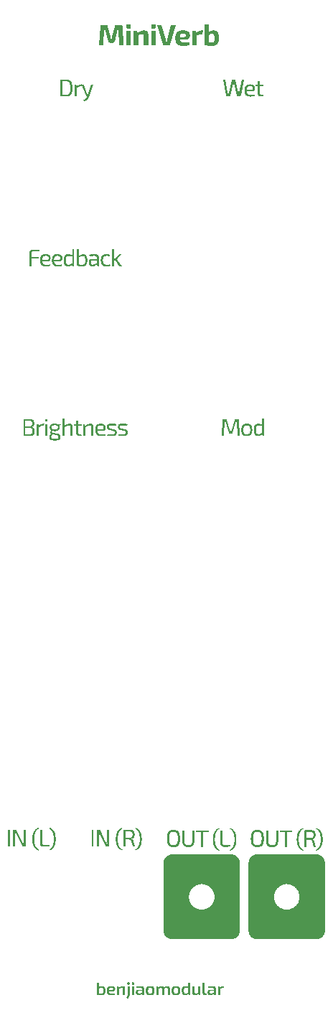
<source format=gbr>
%TF.GenerationSoftware,KiCad,Pcbnew,6.0.9+dfsg-1~bpo11+1*%
%TF.CreationDate,2023-01-13T02:31:21+08:00*%
%TF.ProjectId,MiniVerb - Front,4d696e69-5665-4726-9220-2d2046726f6e,rev?*%
%TF.SameCoordinates,Original*%
%TF.FileFunction,Legend,Top*%
%TF.FilePolarity,Positive*%
%FSLAX46Y46*%
G04 Gerber Fmt 4.6, Leading zero omitted, Abs format (unit mm)*
G04 Created by KiCad (PCBNEW 6.0.9+dfsg-1~bpo11+1) date 2023-01-13 02:31:21*
%MOMM*%
%LPD*%
G01*
G04 APERTURE LIST*
%ADD10C,0.000000*%
G04 APERTURE END LIST*
D10*
G36*
X145380110Y-151985281D02*
G01*
X145378043Y-153153684D01*
X145378178Y-153160988D01*
X145378582Y-153168074D01*
X145379255Y-153174945D01*
X145380197Y-153181599D01*
X145381405Y-153188038D01*
X145382880Y-153194260D01*
X145384622Y-153200266D01*
X145386628Y-153206057D01*
X145388899Y-153211633D01*
X145391435Y-153216992D01*
X145394233Y-153222137D01*
X145397294Y-153227066D01*
X145400616Y-153231781D01*
X145404200Y-153236280D01*
X145408044Y-153240564D01*
X145412148Y-153244634D01*
X145416495Y-153248218D01*
X145421070Y-153251567D01*
X145425871Y-153254682D01*
X145430901Y-153257564D01*
X145436160Y-153260212D01*
X145441649Y-153262628D01*
X145447368Y-153264812D01*
X145453317Y-153266764D01*
X145459498Y-153268485D01*
X145465911Y-153269975D01*
X145472557Y-153271235D01*
X145479437Y-153272264D01*
X145486550Y-153273064D01*
X145493898Y-153273635D01*
X145501481Y-153273977D01*
X145509301Y-153274091D01*
X145600251Y-153274091D01*
X145630223Y-153453924D01*
X145624105Y-153456541D01*
X145617391Y-153459095D01*
X145610081Y-153461583D01*
X145602175Y-153464007D01*
X145593673Y-153466365D01*
X145584575Y-153468658D01*
X145574883Y-153470884D01*
X145564595Y-153473043D01*
X145554470Y-153474972D01*
X145544208Y-153476748D01*
X145533810Y-153478366D01*
X145523277Y-153479821D01*
X145512613Y-153481107D01*
X145501818Y-153482217D01*
X145490895Y-153483148D01*
X145479846Y-153483892D01*
X145469436Y-153484815D01*
X145459370Y-153485585D01*
X145449643Y-153486212D01*
X145440251Y-153486706D01*
X145431190Y-153487074D01*
X145422455Y-153487325D01*
X145414043Y-153487470D01*
X145405947Y-153487516D01*
X145390011Y-153487244D01*
X145374480Y-153486429D01*
X145359357Y-153485071D01*
X145344641Y-153483168D01*
X145330335Y-153480720D01*
X145316440Y-153477728D01*
X145302955Y-153474190D01*
X145289883Y-153470107D01*
X145277224Y-153465477D01*
X145264980Y-153460302D01*
X145253151Y-153454579D01*
X145241739Y-153448310D01*
X145230744Y-153441493D01*
X145220168Y-153434128D01*
X145210012Y-153426215D01*
X145200276Y-153417753D01*
X145191051Y-153408787D01*
X145182427Y-153399343D01*
X145174402Y-153389420D01*
X145166975Y-153379017D01*
X145160147Y-153368135D01*
X145153916Y-153356773D01*
X145148282Y-153344931D01*
X145143244Y-153332609D01*
X145138801Y-153319807D01*
X145134953Y-153306524D01*
X145131699Y-153292761D01*
X145129038Y-153278516D01*
X145126969Y-153263791D01*
X145125492Y-153248584D01*
X145124607Y-153232896D01*
X145124312Y-153216726D01*
X145124312Y-151984762D01*
X145380110Y-151985281D01*
G37*
G36*
X155697819Y-134250440D02*
G01*
X155068398Y-134250440D01*
X155068398Y-135977461D01*
X154819836Y-135977461D01*
X154819836Y-134250440D01*
X154193516Y-134250440D01*
X154193516Y-134030294D01*
X155697819Y-134030294D01*
X155697819Y-134250440D01*
G37*
G36*
X145805914Y-134250440D02*
G01*
X145176497Y-134250440D01*
X145176497Y-135977461D01*
X144927933Y-135977461D01*
X144927933Y-134250440D01*
X144301615Y-134250440D01*
X144301615Y-134030294D01*
X145805914Y-134030294D01*
X145805914Y-134250440D01*
G37*
G36*
X151861880Y-46093040D02*
G01*
X152299580Y-46093040D01*
X152299580Y-46282177D01*
X151861880Y-46282177D01*
X151861880Y-47089364D01*
X151862046Y-47101490D01*
X151862544Y-47113175D01*
X151863374Y-47124419D01*
X151864535Y-47135220D01*
X151866028Y-47145581D01*
X151867852Y-47155500D01*
X151870007Y-47164978D01*
X151872493Y-47174015D01*
X151875309Y-47182610D01*
X151878455Y-47190765D01*
X151881931Y-47198479D01*
X151885737Y-47205753D01*
X151889873Y-47212585D01*
X151894338Y-47218978D01*
X151899132Y-47224929D01*
X151904256Y-47230441D01*
X151909778Y-47235567D01*
X151915768Y-47240364D01*
X151922227Y-47244830D01*
X151929152Y-47248967D01*
X151936544Y-47252773D01*
X151944402Y-47256249D01*
X151952725Y-47259395D01*
X151961511Y-47262210D01*
X151970762Y-47264695D01*
X151980475Y-47266848D01*
X151990650Y-47268671D01*
X152001287Y-47270163D01*
X152012384Y-47271323D01*
X152023941Y-47272152D01*
X152035957Y-47272650D01*
X152048432Y-47272815D01*
X152257207Y-47272815D01*
X152285630Y-47456267D01*
X152274089Y-47459041D01*
X152262076Y-47461718D01*
X152249603Y-47464301D01*
X152236681Y-47466793D01*
X152223320Y-47469197D01*
X152209532Y-47471515D01*
X152180722Y-47475904D01*
X152165963Y-47477944D01*
X152151327Y-47479811D01*
X152136804Y-47481503D01*
X152122382Y-47483019D01*
X152108051Y-47484356D01*
X152093798Y-47485512D01*
X152079614Y-47486485D01*
X152065487Y-47487273D01*
X152038672Y-47489732D01*
X152026308Y-47490708D01*
X152014644Y-47491511D01*
X152003684Y-47492140D01*
X151993430Y-47492592D01*
X151983886Y-47492864D01*
X151975054Y-47492956D01*
X151953854Y-47492579D01*
X151933291Y-47491450D01*
X151913368Y-47489568D01*
X151894083Y-47486934D01*
X151875436Y-47483548D01*
X151857429Y-47479412D01*
X151840061Y-47474524D01*
X151823333Y-47468887D01*
X151807243Y-47462500D01*
X151791794Y-47455364D01*
X151776984Y-47447479D01*
X151762814Y-47438845D01*
X151749284Y-47429464D01*
X151736395Y-47419335D01*
X151724145Y-47408460D01*
X151712536Y-47396838D01*
X151701601Y-47384514D01*
X151691367Y-47371530D01*
X151681837Y-47357887D01*
X151673010Y-47343584D01*
X151664887Y-47328621D01*
X151657469Y-47312998D01*
X151650755Y-47296713D01*
X151644746Y-47279768D01*
X151639442Y-47262161D01*
X151634844Y-47243893D01*
X151630953Y-47224962D01*
X151627768Y-47205370D01*
X151625290Y-47185114D01*
X151623520Y-47164196D01*
X151622458Y-47142614D01*
X151622103Y-47120369D01*
X151622103Y-46282178D01*
X151374056Y-46282178D01*
X151374056Y-46107511D01*
X151622103Y-46094075D01*
X151622103Y-45686865D01*
X151861880Y-45686864D01*
X151861880Y-46093040D01*
G37*
G36*
X152858197Y-135232809D02*
G01*
X152858860Y-135283687D01*
X152860850Y-135331903D01*
X152864164Y-135377463D01*
X152866318Y-135399248D01*
X152868802Y-135420372D01*
X152871617Y-135440834D01*
X152874763Y-135460635D01*
X152878239Y-135479776D01*
X152882045Y-135498257D01*
X152886182Y-135516080D01*
X152890648Y-135533245D01*
X152895444Y-135549752D01*
X152900571Y-135565603D01*
X152906436Y-135580508D01*
X152912742Y-135594889D01*
X152919490Y-135608745D01*
X152926678Y-135622075D01*
X152934308Y-135634878D01*
X152942379Y-135647154D01*
X152950890Y-135658902D01*
X152959842Y-135670122D01*
X152969236Y-135680813D01*
X152979070Y-135690974D01*
X152989344Y-135700606D01*
X153000060Y-135709706D01*
X153011216Y-135718276D01*
X153022813Y-135726313D01*
X153034851Y-135733818D01*
X153047330Y-135740789D01*
X153060293Y-135746939D01*
X153073782Y-135752688D01*
X153087797Y-135758038D01*
X153102340Y-135762989D01*
X153117410Y-135767540D01*
X153133008Y-135771694D01*
X153149135Y-135775449D01*
X153165790Y-135778807D01*
X153182974Y-135781769D01*
X153200688Y-135784334D01*
X153218931Y-135786503D01*
X153237706Y-135788276D01*
X153257011Y-135789655D01*
X153276847Y-135790639D01*
X153318116Y-135791425D01*
X153339008Y-135791229D01*
X153359351Y-135790638D01*
X153379145Y-135789654D01*
X153398388Y-135788275D01*
X153417081Y-135786501D01*
X153435223Y-135784332D01*
X153452815Y-135781766D01*
X153469855Y-135778805D01*
X153486345Y-135775446D01*
X153502283Y-135771690D01*
X153517669Y-135767537D01*
X153532503Y-135762985D01*
X153546785Y-135758035D01*
X153560515Y-135752686D01*
X153573692Y-135746938D01*
X153586316Y-135740789D01*
X153598795Y-135733820D01*
X153610834Y-135726318D01*
X153622432Y-135718284D01*
X153633589Y-135709717D01*
X153644305Y-135700619D01*
X153654580Y-135690989D01*
X153664414Y-135680829D01*
X153673808Y-135670139D01*
X153682760Y-135658919D01*
X153691271Y-135647171D01*
X153699342Y-135634894D01*
X153706971Y-135622090D01*
X153714159Y-135608758D01*
X153720907Y-135594899D01*
X153727213Y-135580514D01*
X153733079Y-135565603D01*
X153738550Y-135549752D01*
X153743675Y-135533245D01*
X153748453Y-135516080D01*
X153752883Y-135498257D01*
X153760694Y-135460635D01*
X153767102Y-135420372D01*
X153772099Y-135377463D01*
X153775678Y-135331903D01*
X153777831Y-135283687D01*
X153778550Y-135232809D01*
X153778550Y-134030294D01*
X154026597Y-134030294D01*
X154026597Y-135232809D01*
X154026332Y-135267655D01*
X154025540Y-135301639D01*
X154024219Y-135334760D01*
X154022369Y-135367019D01*
X154019991Y-135398417D01*
X154017083Y-135428954D01*
X154013647Y-135458629D01*
X154009682Y-135487445D01*
X154005187Y-135515400D01*
X154000164Y-135542496D01*
X153994611Y-135568732D01*
X153988528Y-135594110D01*
X153981916Y-135618629D01*
X153974774Y-135642290D01*
X153967103Y-135665094D01*
X153958901Y-135687040D01*
X153950105Y-135708195D01*
X153940647Y-135728622D01*
X153930527Y-135748321D01*
X153919746Y-135767292D01*
X153908302Y-135785536D01*
X153896197Y-135803051D01*
X153883430Y-135819839D01*
X153870002Y-135835899D01*
X153855912Y-135851232D01*
X153841160Y-135865837D01*
X153825748Y-135879714D01*
X153809673Y-135892864D01*
X153792937Y-135905287D01*
X153775540Y-135916983D01*
X153757482Y-135927951D01*
X153738763Y-135938192D01*
X153719304Y-135947417D01*
X153699028Y-135956042D01*
X153677936Y-135964067D01*
X153656028Y-135971494D01*
X153633302Y-135978321D01*
X153609761Y-135984552D01*
X153585404Y-135990185D01*
X153560230Y-135995223D01*
X153534241Y-135999665D01*
X153507436Y-136003512D01*
X153479816Y-136006766D01*
X153451380Y-136009426D01*
X153422130Y-136011494D01*
X153392064Y-136012970D01*
X153329487Y-136014150D01*
X153297091Y-136013855D01*
X153265519Y-136012970D01*
X153234769Y-136011493D01*
X153204840Y-136009425D01*
X153175732Y-136006764D01*
X153147442Y-136003510D01*
X153119971Y-135999662D01*
X153093316Y-135995220D01*
X153067477Y-135990182D01*
X153042453Y-135984548D01*
X153018243Y-135978318D01*
X152994845Y-135971490D01*
X152972258Y-135964065D01*
X152950482Y-135956040D01*
X152929515Y-135947416D01*
X152909356Y-135938192D01*
X152889938Y-135927954D01*
X152871198Y-135916988D01*
X152853135Y-135905295D01*
X152835751Y-135892874D01*
X152819047Y-135879725D01*
X152803023Y-135865849D01*
X152787681Y-135851245D01*
X152773021Y-135835913D01*
X152759045Y-135819853D01*
X152745753Y-135803065D01*
X152733146Y-135785549D01*
X152721226Y-135767304D01*
X152709993Y-135748331D01*
X152699449Y-135728629D01*
X152689593Y-135708199D01*
X152680428Y-135687040D01*
X152671886Y-135665092D01*
X152663901Y-135642288D01*
X152656472Y-135618626D01*
X152649599Y-135594106D01*
X152643281Y-135568727D01*
X152637517Y-135542490D01*
X152632306Y-135515394D01*
X152627647Y-135487439D01*
X152619982Y-135428948D01*
X152614515Y-135367015D01*
X152611240Y-135301636D01*
X152610150Y-135232809D01*
X152610150Y-134030294D01*
X152858197Y-134030294D01*
X152858197Y-135232809D01*
G37*
G36*
X141453510Y-152899506D02*
G01*
X141454519Y-152876178D01*
X141455932Y-152853465D01*
X141457745Y-152831367D01*
X141459958Y-152809883D01*
X141462570Y-152789012D01*
X141465581Y-152768754D01*
X141468988Y-152749107D01*
X141472791Y-152730072D01*
X141476988Y-152711646D01*
X141481580Y-152693831D01*
X141486564Y-152676625D01*
X141491939Y-152660027D01*
X141497705Y-152644036D01*
X141503861Y-152628652D01*
X141510448Y-152613834D01*
X141517511Y-152599544D01*
X141525050Y-152585782D01*
X141533065Y-152572548D01*
X141541558Y-152559843D01*
X141550528Y-152547666D01*
X141559977Y-152536018D01*
X141569905Y-152524899D01*
X141580312Y-152514309D01*
X141591200Y-152504249D01*
X141602568Y-152494718D01*
X141614418Y-152485717D01*
X141626750Y-152477246D01*
X141639564Y-152469305D01*
X141652861Y-152461895D01*
X141666642Y-152455015D01*
X141681213Y-152448606D01*
X141696350Y-152442604D01*
X141712052Y-152437009D01*
X141728320Y-152431822D01*
X141745151Y-152427045D01*
X141762547Y-152422679D01*
X141780507Y-152418723D01*
X141799028Y-152415180D01*
X141818113Y-152412050D01*
X141837759Y-152409334D01*
X141857966Y-152407034D01*
X141878733Y-152405149D01*
X141900061Y-152403682D01*
X141921948Y-152402633D01*
X141967398Y-152401792D01*
X141990901Y-152402003D01*
X142013784Y-152402633D01*
X142036048Y-152403682D01*
X142057695Y-152405149D01*
X142078726Y-152407034D01*
X142099141Y-152409334D01*
X142118943Y-152412050D01*
X142138131Y-152415180D01*
X142156708Y-152418723D01*
X142174674Y-152422679D01*
X142192030Y-152427045D01*
X142208778Y-152431822D01*
X142224918Y-152437009D01*
X142240452Y-152442604D01*
X142255381Y-152448606D01*
X142269705Y-152455015D01*
X142283740Y-152461894D01*
X142297269Y-152469303D01*
X142310290Y-152477243D01*
X142322804Y-152485713D01*
X142334808Y-152494713D01*
X142346303Y-152504244D01*
X142357287Y-152514304D01*
X142367759Y-152524894D01*
X142377718Y-152536012D01*
X142387164Y-152547661D01*
X142396095Y-152559838D01*
X142404511Y-152572544D01*
X142412411Y-152585779D01*
X142419794Y-152599542D01*
X142426658Y-152613833D01*
X142433003Y-152628652D01*
X142439153Y-152644036D01*
X142444903Y-152660027D01*
X142450253Y-152676625D01*
X142455203Y-152693831D01*
X142459756Y-152711646D01*
X142463909Y-152730072D01*
X142467665Y-152749107D01*
X142471024Y-152768754D01*
X142476551Y-152809883D01*
X142480495Y-152853465D01*
X142482858Y-152899506D01*
X142483645Y-152948011D01*
X142483448Y-152972579D01*
X142482858Y-152996541D01*
X142481874Y-153019895D01*
X142480495Y-153042641D01*
X142478721Y-153064779D01*
X142476551Y-153086307D01*
X142473986Y-153107224D01*
X142471024Y-153127531D01*
X142467665Y-153147225D01*
X142463909Y-153166307D01*
X142459756Y-153184776D01*
X142455203Y-153202630D01*
X142450253Y-153219869D01*
X142444903Y-153236493D01*
X142439153Y-153252499D01*
X142433003Y-153267889D01*
X142426658Y-153282459D01*
X142419794Y-153296533D01*
X142412412Y-153310113D01*
X142404512Y-153323198D01*
X142396097Y-153335787D01*
X142387165Y-153347880D01*
X142377719Y-153359478D01*
X142367760Y-153370579D01*
X142357288Y-153381185D01*
X142346304Y-153391294D01*
X142334809Y-153400907D01*
X142322805Y-153410023D01*
X142310291Y-153418643D01*
X142297269Y-153426765D01*
X142283741Y-153434390D01*
X142269705Y-153441518D01*
X142255381Y-153447923D01*
X142240452Y-153453910D01*
X142224918Y-153459480D01*
X142208778Y-153464634D01*
X142192030Y-153469373D01*
X142174674Y-153473697D01*
X142156708Y-153477606D01*
X142138131Y-153481101D01*
X142118943Y-153484183D01*
X142099141Y-153486852D01*
X142078726Y-153489108D01*
X142057695Y-153490954D01*
X142013784Y-153493412D01*
X141967398Y-153494230D01*
X141944394Y-153494026D01*
X141921948Y-153493412D01*
X141900061Y-153492388D01*
X141878733Y-153490954D01*
X141857966Y-153489108D01*
X141837759Y-153486852D01*
X141818113Y-153484183D01*
X141799028Y-153481101D01*
X141780507Y-153477606D01*
X141762547Y-153473697D01*
X141745151Y-153469373D01*
X141728320Y-153464634D01*
X141712052Y-153459480D01*
X141696350Y-153453910D01*
X141681213Y-153447923D01*
X141666642Y-153441518D01*
X141652861Y-153434394D01*
X141639564Y-153426773D01*
X141626750Y-153418653D01*
X141614419Y-153410036D01*
X141602569Y-153400922D01*
X141591201Y-153391310D01*
X141580314Y-153381202D01*
X141569906Y-153370597D01*
X141559979Y-153359495D01*
X141550530Y-153347896D01*
X141541559Y-153335801D01*
X141533067Y-153323211D01*
X141525051Y-153310124D01*
X141517512Y-153296541D01*
X141510449Y-153282463D01*
X141503861Y-153267889D01*
X141497705Y-153252499D01*
X141491939Y-153236493D01*
X141486564Y-153219869D01*
X141481580Y-153202630D01*
X141476988Y-153184776D01*
X141472791Y-153166307D01*
X141468988Y-153147225D01*
X141465581Y-153127531D01*
X141459958Y-153086307D01*
X141455932Y-153042641D01*
X141453510Y-152996541D01*
X141452700Y-152948011D01*
X141719351Y-152948011D01*
X141719714Y-152981457D01*
X141720803Y-153012994D01*
X141722618Y-153042621D01*
X141725159Y-153070332D01*
X141728428Y-153096125D01*
X141730336Y-153108301D01*
X141732426Y-153119995D01*
X141734697Y-153131209D01*
X141737151Y-153141940D01*
X141739787Y-153152189D01*
X141742606Y-153161955D01*
X141745634Y-153171300D01*
X141748901Y-153180283D01*
X141752403Y-153188904D01*
X141756142Y-153197162D01*
X141760115Y-153205058D01*
X141764322Y-153212591D01*
X141768763Y-153219760D01*
X141773436Y-153226566D01*
X141778341Y-153233008D01*
X141783476Y-153239086D01*
X141788841Y-153244799D01*
X141794436Y-153250148D01*
X141800258Y-153255131D01*
X141806308Y-153259749D01*
X141812584Y-153264002D01*
X141819087Y-153267889D01*
X141826116Y-153271472D01*
X141833446Y-153274821D01*
X141841076Y-153277936D01*
X141849006Y-153280818D01*
X141857235Y-153283467D01*
X141865763Y-153285883D01*
X141874590Y-153288067D01*
X141883715Y-153290019D01*
X141893138Y-153291740D01*
X141902858Y-153293230D01*
X141912875Y-153294489D01*
X141923189Y-153295519D01*
X141933798Y-153296319D01*
X141944703Y-153296890D01*
X141955903Y-153297232D01*
X141967398Y-153297346D01*
X141979143Y-153297232D01*
X141990564Y-153296890D01*
X142001664Y-153296319D01*
X142012443Y-153295519D01*
X142022904Y-153294489D01*
X142033046Y-153293230D01*
X142042872Y-153291740D01*
X142052382Y-153290019D01*
X142061579Y-153288067D01*
X142070462Y-153285883D01*
X142079034Y-153283467D01*
X142087295Y-153280818D01*
X142095247Y-153277936D01*
X142102891Y-153274821D01*
X142110229Y-153271472D01*
X142117261Y-153267889D01*
X142124010Y-153264005D01*
X142130501Y-153259755D01*
X142136732Y-153255138D01*
X142142703Y-153250156D01*
X142148412Y-153244809D01*
X142153860Y-153239097D01*
X142159044Y-153233019D01*
X142163965Y-153226578D01*
X142168622Y-153219771D01*
X142173013Y-153212601D01*
X142177138Y-153205068D01*
X142180996Y-153197171D01*
X142184586Y-153188911D01*
X142187907Y-153180288D01*
X142190960Y-153171302D01*
X142193741Y-153161955D01*
X142199196Y-153141940D01*
X142203922Y-153119995D01*
X142207919Y-153096125D01*
X142211188Y-153070332D01*
X142213730Y-153042621D01*
X142215545Y-153012994D01*
X142216633Y-152981457D01*
X142216996Y-152948011D01*
X142216633Y-152914590D01*
X142215545Y-152883112D01*
X142213730Y-152853569D01*
X142211188Y-152825952D01*
X142207919Y-152800254D01*
X142206011Y-152788122D01*
X142203922Y-152776466D01*
X142201650Y-152765285D01*
X142199196Y-152754579D01*
X142196560Y-152744347D01*
X142193741Y-152734586D01*
X142190960Y-152725242D01*
X142187907Y-152716258D01*
X142184586Y-152707637D01*
X142180996Y-152699379D01*
X142177138Y-152691483D01*
X142173013Y-152683950D01*
X142168622Y-152676781D01*
X142163965Y-152669975D01*
X142159044Y-152663533D01*
X142153860Y-152657455D01*
X142148412Y-152651742D01*
X142142703Y-152646393D01*
X142136732Y-152641410D01*
X142130501Y-152636791D01*
X142124010Y-152632539D01*
X142117261Y-152628652D01*
X142110230Y-152624800D01*
X142102893Y-152621190D01*
X142095249Y-152617825D01*
X142087298Y-152614704D01*
X142079037Y-152611829D01*
X142070466Y-152609200D01*
X142061582Y-152606817D01*
X142052386Y-152604683D01*
X142042875Y-152602796D01*
X142033049Y-152601159D01*
X142022907Y-152599772D01*
X142012446Y-152598635D01*
X142001666Y-152597750D01*
X141990565Y-152597116D01*
X141979143Y-152596736D01*
X141967398Y-152596609D01*
X141955904Y-152596736D01*
X141944705Y-152597116D01*
X141933800Y-152597750D01*
X141923191Y-152598635D01*
X141912878Y-152599772D01*
X141902862Y-152601159D01*
X141893142Y-152602796D01*
X141883719Y-152604683D01*
X141874594Y-152606817D01*
X141865766Y-152609200D01*
X141857238Y-152611829D01*
X141849008Y-152614704D01*
X141841077Y-152617825D01*
X141833447Y-152621190D01*
X141826116Y-152624800D01*
X141819087Y-152628652D01*
X141812584Y-152632535D01*
X141806308Y-152636784D01*
X141800258Y-152641400D01*
X141794436Y-152646381D01*
X141788841Y-152651729D01*
X141783476Y-152657441D01*
X141778341Y-152663519D01*
X141773436Y-152669961D01*
X141768763Y-152676767D01*
X141764322Y-152683938D01*
X141760115Y-152691472D01*
X141756142Y-152699369D01*
X141752403Y-152707630D01*
X141748901Y-152716253D01*
X141745634Y-152725239D01*
X141742606Y-152734586D01*
X141737151Y-152754579D01*
X141732426Y-152776466D01*
X141728428Y-152800254D01*
X141725159Y-152825952D01*
X141722618Y-152853569D01*
X141720803Y-152883112D01*
X141719714Y-152914590D01*
X141719351Y-152948011D01*
X141452700Y-152948011D01*
X141452903Y-152923450D01*
X141453510Y-152899506D01*
G37*
G36*
X139426199Y-38970633D02*
G01*
X139435444Y-38971097D01*
X139444385Y-38971871D01*
X139453022Y-38972954D01*
X139461355Y-38974347D01*
X139469384Y-38976050D01*
X139477109Y-38978062D01*
X139484530Y-38980384D01*
X139491647Y-38983016D01*
X139498461Y-38985957D01*
X139504971Y-38989209D01*
X139511178Y-38992770D01*
X139517081Y-38996641D01*
X139522681Y-39000822D01*
X139527977Y-39005313D01*
X139532970Y-39010114D01*
X139537660Y-39015225D01*
X139542047Y-39020646D01*
X139546131Y-39026378D01*
X139549912Y-39032419D01*
X139553390Y-39038771D01*
X139556565Y-39045433D01*
X139559438Y-39052405D01*
X139562008Y-39059688D01*
X139564275Y-39067281D01*
X139566240Y-39075184D01*
X139567902Y-39083398D01*
X139569262Y-39091922D01*
X139570319Y-39100757D01*
X139571075Y-39109902D01*
X139571679Y-39129125D01*
X139571679Y-39316194D01*
X139571528Y-39325960D01*
X139571075Y-39335416D01*
X139570319Y-39344561D01*
X139569262Y-39353396D01*
X139567902Y-39361921D01*
X139566240Y-39370134D01*
X139564275Y-39378038D01*
X139562008Y-39385631D01*
X139559438Y-39392913D01*
X139556565Y-39399886D01*
X139553390Y-39406548D01*
X139549912Y-39412899D01*
X139546131Y-39418941D01*
X139542047Y-39424672D01*
X139537660Y-39430093D01*
X139532970Y-39435204D01*
X139527977Y-39440006D01*
X139522681Y-39444497D01*
X139517081Y-39448678D01*
X139511178Y-39452549D01*
X139504971Y-39456110D01*
X139498461Y-39459361D01*
X139491647Y-39462303D01*
X139484530Y-39464935D01*
X139477109Y-39467257D01*
X139469384Y-39469269D01*
X139461355Y-39470971D01*
X139453022Y-39472364D01*
X139444385Y-39473448D01*
X139435444Y-39474221D01*
X139426199Y-39474686D01*
X139416649Y-39474840D01*
X139190823Y-39474840D01*
X139181272Y-39474686D01*
X139172023Y-39474221D01*
X139163075Y-39473448D01*
X139154429Y-39472364D01*
X139146085Y-39470971D01*
X139138042Y-39469269D01*
X139130301Y-39467257D01*
X139122863Y-39464935D01*
X139115727Y-39462303D01*
X139108893Y-39459361D01*
X139102361Y-39456110D01*
X139096132Y-39452549D01*
X139090206Y-39448678D01*
X139084583Y-39444497D01*
X139079262Y-39440006D01*
X139074245Y-39435204D01*
X139069530Y-39430093D01*
X139065119Y-39424672D01*
X139061012Y-39418941D01*
X139057208Y-39412899D01*
X139053707Y-39406548D01*
X139050511Y-39399886D01*
X139047618Y-39392913D01*
X139045029Y-39385631D01*
X139042744Y-39378038D01*
X139040764Y-39370134D01*
X139039088Y-39361921D01*
X139037716Y-39353396D01*
X139036649Y-39344561D01*
X139035887Y-39335416D01*
X139035277Y-39316194D01*
X139035277Y-39129125D01*
X139035429Y-39119358D01*
X139035887Y-39109902D01*
X139036649Y-39100757D01*
X139037716Y-39091922D01*
X139039088Y-39083398D01*
X139040764Y-39075184D01*
X139042744Y-39067281D01*
X139045029Y-39059688D01*
X139047618Y-39052405D01*
X139050511Y-39045433D01*
X139053707Y-39038771D01*
X139057208Y-39032419D01*
X139061012Y-39026378D01*
X139065119Y-39020646D01*
X139069530Y-39015225D01*
X139074245Y-39010114D01*
X139079262Y-39005313D01*
X139084583Y-39000822D01*
X139090206Y-38996641D01*
X139096132Y-38992770D01*
X139102361Y-38989209D01*
X139108893Y-38985957D01*
X139115727Y-38983016D01*
X139122863Y-38980384D01*
X139130301Y-38978062D01*
X139138042Y-38976050D01*
X139146085Y-38974347D01*
X139154429Y-38972954D01*
X139163075Y-38971871D01*
X139172023Y-38971097D01*
X139181272Y-38970633D01*
X139190823Y-38970478D01*
X139416649Y-38970478D01*
X139426199Y-38970633D01*
G37*
G36*
X125142817Y-65545769D02*
G01*
X125211124Y-65546399D01*
X125348774Y-65548643D01*
X125486422Y-65549271D01*
X125554729Y-65550094D01*
X125622659Y-65551290D01*
X125689649Y-65553189D01*
X125755187Y-65556127D01*
X125819315Y-65560133D01*
X125882075Y-65565233D01*
X125868123Y-65757467D01*
X125137419Y-65757467D01*
X125125276Y-65757641D01*
X125113547Y-65758164D01*
X125102233Y-65759036D01*
X125091335Y-65760258D01*
X125080854Y-65761830D01*
X125070790Y-65763754D01*
X125061143Y-65766029D01*
X125051915Y-65768656D01*
X125043106Y-65771636D01*
X125034718Y-65774970D01*
X125026749Y-65778657D01*
X125019202Y-65782700D01*
X125012077Y-65787097D01*
X125005375Y-65791850D01*
X124999096Y-65796960D01*
X124993241Y-65802427D01*
X124987782Y-65807939D01*
X124982677Y-65813890D01*
X124977927Y-65820283D01*
X124973532Y-65827115D01*
X124969490Y-65834388D01*
X124965803Y-65842102D01*
X124962468Y-65850257D01*
X124959487Y-65858853D01*
X124956857Y-65867889D01*
X124954580Y-65877367D01*
X124952654Y-65887286D01*
X124951079Y-65897646D01*
X124949855Y-65908448D01*
X124948981Y-65919691D01*
X124948457Y-65931376D01*
X124948283Y-65943502D01*
X124948283Y-66395155D01*
X125760636Y-66395155D01*
X125760636Y-66595659D01*
X124948283Y-66595659D01*
X124948283Y-67495863D01*
X124699720Y-67495863D01*
X124699720Y-65895448D01*
X124700119Y-65874932D01*
X124701316Y-65855011D01*
X124703310Y-65835685D01*
X124706101Y-65816954D01*
X124709688Y-65798819D01*
X124714071Y-65781278D01*
X124719249Y-65764333D01*
X124725221Y-65747984D01*
X124731986Y-65732229D01*
X124739545Y-65717070D01*
X124747897Y-65702506D01*
X124757040Y-65688537D01*
X124766975Y-65675164D01*
X124777701Y-65662386D01*
X124789217Y-65650204D01*
X124801522Y-65638616D01*
X124814493Y-65627340D01*
X124828008Y-65616793D01*
X124842066Y-65606977D01*
X124856671Y-65597889D01*
X124871822Y-65589530D01*
X124887520Y-65581900D01*
X124903768Y-65574998D01*
X124920566Y-65568824D01*
X124937915Y-65563378D01*
X124955817Y-65558659D01*
X124974272Y-65554667D01*
X124993281Y-65551402D01*
X125012847Y-65548862D01*
X125032970Y-65547049D01*
X125053650Y-65545961D01*
X125074890Y-65545599D01*
X125074889Y-65545545D01*
X125142817Y-65545769D01*
G37*
G36*
X133749189Y-39048665D02*
G01*
X133759334Y-39049506D01*
X133769216Y-39050683D01*
X133778834Y-39052196D01*
X133788190Y-39054046D01*
X133797283Y-39056232D01*
X133806112Y-39058756D01*
X133814679Y-39061616D01*
X133822984Y-39064813D01*
X133831026Y-39068347D01*
X133838805Y-39072219D01*
X133846322Y-39076427D01*
X133853577Y-39080973D01*
X133860570Y-39085856D01*
X133867301Y-39091077D01*
X133873770Y-39096636D01*
X133879978Y-39102532D01*
X133885923Y-39108766D01*
X133891608Y-39115338D01*
X133897031Y-39122248D01*
X133902192Y-39129496D01*
X133907093Y-39137082D01*
X133911732Y-39145006D01*
X133916111Y-39153269D01*
X133920229Y-39161871D01*
X133924086Y-39170810D01*
X133927683Y-39180089D01*
X133931019Y-39189706D01*
X133934094Y-39199663D01*
X133939465Y-39220592D01*
X134253658Y-40444807D01*
X134258834Y-40466039D01*
X134263779Y-40487400D01*
X134268498Y-40508883D01*
X134272992Y-40530483D01*
X134281323Y-40574006D01*
X134288798Y-40617922D01*
X134296119Y-40660436D01*
X134303935Y-40703341D01*
X134312193Y-40746687D01*
X134320837Y-40790522D01*
X134366313Y-40790522D01*
X134374957Y-40746686D01*
X134383215Y-40703340D01*
X134391031Y-40660436D01*
X134398351Y-40617922D01*
X134433491Y-40441189D01*
X134744067Y-39220592D01*
X134749024Y-39199663D01*
X134755078Y-39180089D01*
X134758516Y-39170810D01*
X134762229Y-39161871D01*
X134766216Y-39153269D01*
X134770477Y-39145006D01*
X134775014Y-39137082D01*
X134779825Y-39129496D01*
X134784911Y-39122248D01*
X134790272Y-39115338D01*
X134795908Y-39108766D01*
X134801819Y-39102532D01*
X134808006Y-39096636D01*
X134814468Y-39091077D01*
X134821206Y-39085856D01*
X134828220Y-39080973D01*
X134835509Y-39076427D01*
X134843075Y-39072219D01*
X134850916Y-39068347D01*
X134859034Y-39064813D01*
X134867427Y-39061616D01*
X134876098Y-39058756D01*
X134885045Y-39056232D01*
X134894268Y-39054046D01*
X134903768Y-39052196D01*
X134913545Y-39050683D01*
X134933930Y-39048665D01*
X134955424Y-39047993D01*
X135470638Y-39047993D01*
X135482365Y-39048185D01*
X135493732Y-39048763D01*
X135504741Y-39049725D01*
X135515390Y-39051073D01*
X135525681Y-39052806D01*
X135535612Y-39054924D01*
X135545185Y-39057428D01*
X135554399Y-39060316D01*
X135563254Y-39063591D01*
X135571751Y-39067250D01*
X135579889Y-39071295D01*
X135587668Y-39075726D01*
X135595089Y-39080542D01*
X135602151Y-39085745D01*
X135608855Y-39091332D01*
X135615201Y-39097306D01*
X135621188Y-39103665D01*
X135626817Y-39110411D01*
X135632088Y-39117542D01*
X135637001Y-39125059D01*
X135641556Y-39132963D01*
X135645753Y-39141252D01*
X135649592Y-39149928D01*
X135653072Y-39158990D01*
X135656196Y-39168438D01*
X135658961Y-39178273D01*
X135661368Y-39188494D01*
X135663418Y-39199101D01*
X135665110Y-39210095D01*
X135666445Y-39221476D01*
X135668042Y-39245397D01*
X135760026Y-41481952D01*
X135262381Y-41481952D01*
X135181249Y-39463988D01*
X135117688Y-39463988D01*
X134726497Y-40981208D01*
X134721947Y-41001710D01*
X134716236Y-41020881D01*
X134712944Y-41029968D01*
X134709363Y-41038723D01*
X134705491Y-41047146D01*
X134701330Y-41055237D01*
X134696878Y-41062996D01*
X134692136Y-41070424D01*
X134687105Y-41077520D01*
X134681783Y-41084284D01*
X134676172Y-41090718D01*
X134670272Y-41096820D01*
X134664082Y-41102592D01*
X134657602Y-41108032D01*
X134650833Y-41113142D01*
X134643775Y-41117922D01*
X134636428Y-41122370D01*
X134628791Y-41126489D01*
X134620865Y-41130277D01*
X134612650Y-41133735D01*
X134604147Y-41136863D01*
X134595354Y-41139662D01*
X134586273Y-41142130D01*
X134576903Y-41144269D01*
X134557296Y-41147559D01*
X134536537Y-41149533D01*
X134514623Y-41150190D01*
X134176143Y-41150190D01*
X134154201Y-41149533D01*
X134143640Y-41148710D01*
X134133352Y-41147559D01*
X134123339Y-41146079D01*
X134113600Y-41144269D01*
X134104135Y-41142130D01*
X134094944Y-41139662D01*
X134086028Y-41136863D01*
X134077386Y-41133735D01*
X134069019Y-41130277D01*
X134060927Y-41126489D01*
X134053110Y-41122370D01*
X134045569Y-41117922D01*
X134038302Y-41113142D01*
X134031311Y-41108032D01*
X134024596Y-41102592D01*
X134018156Y-41096820D01*
X134011992Y-41090718D01*
X134006105Y-41084284D01*
X134000493Y-41077520D01*
X133995158Y-41070424D01*
X133990099Y-41062996D01*
X133985317Y-41055237D01*
X133980812Y-41047146D01*
X133976583Y-41038723D01*
X133972632Y-41029968D01*
X133968957Y-41020881D01*
X133965561Y-41011461D01*
X133962441Y-41001710D01*
X133959599Y-40991625D01*
X133957035Y-40981208D01*
X133565844Y-39463988D01*
X133505900Y-39463988D01*
X133431486Y-41481952D01*
X132930741Y-41481952D01*
X133022208Y-39245397D01*
X133023831Y-39221476D01*
X133025193Y-39210095D01*
X133026923Y-39199101D01*
X133029019Y-39188494D01*
X133031483Y-39178273D01*
X133034313Y-39168438D01*
X133037509Y-39158990D01*
X133041072Y-39149928D01*
X133045001Y-39141252D01*
X133049297Y-39132963D01*
X133053958Y-39125059D01*
X133058984Y-39117542D01*
X133064376Y-39110411D01*
X133070134Y-39103665D01*
X133076256Y-39097306D01*
X133082744Y-39091332D01*
X133089596Y-39085745D01*
X133096814Y-39080542D01*
X133104395Y-39075726D01*
X133112341Y-39071295D01*
X133120651Y-39067250D01*
X133129326Y-39063591D01*
X133138364Y-39060316D01*
X133147765Y-39057428D01*
X133157530Y-39054924D01*
X133167659Y-39052806D01*
X133178151Y-39051073D01*
X133189005Y-39049725D01*
X133200223Y-39048763D01*
X133211803Y-39048185D01*
X133223746Y-39047993D01*
X133728108Y-39047993D01*
X133749189Y-39048665D01*
G37*
G36*
X128379810Y-45514717D02*
G01*
X128459081Y-45510267D01*
X128540468Y-45506523D01*
X128624028Y-45503412D01*
X128711880Y-45499650D01*
X128803269Y-45496896D01*
X128898184Y-45495204D01*
X128996614Y-45494628D01*
X128996614Y-45494637D01*
X129047820Y-45495446D01*
X129097008Y-45497869D01*
X129120845Y-45499682D01*
X129144176Y-45501895D01*
X129167001Y-45504507D01*
X129189319Y-45507517D01*
X129211130Y-45510924D01*
X129232434Y-45514727D01*
X129253229Y-45518925D01*
X129273515Y-45523516D01*
X129293293Y-45528500D01*
X129312560Y-45533876D01*
X129331317Y-45539642D01*
X129349564Y-45545797D01*
X129367676Y-45552399D01*
X129385321Y-45559506D01*
X129402501Y-45567119D01*
X129419216Y-45575237D01*
X129435465Y-45583860D01*
X129451250Y-45592990D01*
X129466571Y-45602626D01*
X129481429Y-45612769D01*
X129495824Y-45623419D01*
X129509756Y-45634576D01*
X129523225Y-45646241D01*
X129536234Y-45658415D01*
X129548781Y-45671096D01*
X129560867Y-45684287D01*
X129572493Y-45697986D01*
X129583659Y-45712195D01*
X129594747Y-45726955D01*
X129605435Y-45742308D01*
X129615726Y-45758253D01*
X129625617Y-45774791D01*
X129635111Y-45791922D01*
X129644207Y-45809648D01*
X129652906Y-45827968D01*
X129661208Y-45846883D01*
X129669112Y-45866394D01*
X129676621Y-45886500D01*
X129683733Y-45907202D01*
X129690450Y-45928500D01*
X129696771Y-45950396D01*
X129702698Y-45972890D01*
X129708229Y-45995981D01*
X129713366Y-46019670D01*
X129723284Y-46069070D01*
X129731884Y-46121310D01*
X129739167Y-46176384D01*
X129745129Y-46234287D01*
X129749769Y-46295012D01*
X129753085Y-46358553D01*
X129755077Y-46424905D01*
X129755741Y-46494060D01*
X129755077Y-46563193D01*
X129753085Y-46629486D01*
X129749769Y-46692944D01*
X129745128Y-46753574D01*
X129739166Y-46811382D01*
X129731884Y-46866373D01*
X129723283Y-46918555D01*
X129713366Y-46967932D01*
X129708231Y-46991628D01*
X129702702Y-47014736D01*
X129696777Y-47037254D01*
X129690457Y-47059183D01*
X129683742Y-47080521D01*
X129676630Y-47101267D01*
X129669122Y-47121420D01*
X129661217Y-47140979D01*
X129652915Y-47159942D01*
X129644216Y-47178309D01*
X129635120Y-47196078D01*
X129625625Y-47213249D01*
X129615732Y-47229820D01*
X129605440Y-47245790D01*
X129594749Y-47261159D01*
X129583659Y-47275924D01*
X129572491Y-47290133D01*
X129560864Y-47303833D01*
X129548777Y-47317023D01*
X129536230Y-47329705D01*
X129523221Y-47341878D01*
X129509751Y-47353543D01*
X129495818Y-47364701D01*
X129481424Y-47375351D01*
X129466566Y-47385494D01*
X129451245Y-47395130D01*
X129435461Y-47404259D01*
X129419212Y-47412883D01*
X129402498Y-47421001D01*
X129385319Y-47428613D01*
X129367675Y-47435720D01*
X129349564Y-47442322D01*
X129331317Y-47448472D01*
X129312560Y-47454221D01*
X129293293Y-47459571D01*
X129273515Y-47464522D01*
X129232434Y-47473228D01*
X129189319Y-47480343D01*
X129144176Y-47485871D01*
X129097008Y-47489815D01*
X129047820Y-47492178D01*
X128996614Y-47492965D01*
X128898184Y-47492470D01*
X128803269Y-47490956D01*
X128711880Y-47488380D01*
X128624028Y-47484697D01*
X128540468Y-47481520D01*
X128459081Y-47477603D01*
X128379811Y-47472971D01*
X128302600Y-47467644D01*
X128302600Y-47269198D01*
X128550646Y-47269198D01*
X128610008Y-47270856D01*
X128640119Y-47271702D01*
X128672086Y-47272815D01*
X128826588Y-47275062D01*
X128996614Y-47275916D01*
X129019603Y-47275637D01*
X129042003Y-47274803D01*
X129063812Y-47273413D01*
X129085031Y-47271468D01*
X129105657Y-47268969D01*
X129125690Y-47265917D01*
X129145130Y-47262312D01*
X129163975Y-47258155D01*
X129182225Y-47253447D01*
X129199879Y-47248189D01*
X129216936Y-47242381D01*
X129233395Y-47236024D01*
X129249256Y-47229118D01*
X129264517Y-47221666D01*
X129279178Y-47213666D01*
X129293237Y-47205120D01*
X129306739Y-47195571D01*
X129319730Y-47185268D01*
X129332210Y-47174213D01*
X129344181Y-47162406D01*
X129355643Y-47149848D01*
X129366595Y-47136538D01*
X129377040Y-47122478D01*
X129386977Y-47107668D01*
X129396407Y-47092108D01*
X129405330Y-47075799D01*
X129413748Y-47058741D01*
X129421660Y-47040935D01*
X129429068Y-47022382D01*
X129435971Y-47003081D01*
X129442370Y-46983034D01*
X129448267Y-46962240D01*
X129459519Y-46917274D01*
X129469275Y-46868448D01*
X129477535Y-46815756D01*
X129484295Y-46759190D01*
X129489556Y-46698744D01*
X129493316Y-46634410D01*
X129495573Y-46566182D01*
X129496325Y-46494052D01*
X129495573Y-46421955D01*
X129493316Y-46353832D01*
X129489556Y-46289681D01*
X129484296Y-46229499D01*
X129477535Y-46173287D01*
X129469276Y-46121042D01*
X129464584Y-46096406D01*
X129459519Y-46072762D01*
X129454080Y-46050109D01*
X129448267Y-46028447D01*
X129442365Y-46007314D01*
X129435962Y-45986955D01*
X129429055Y-45967368D01*
X129421645Y-45948554D01*
X129413730Y-45930512D01*
X129405311Y-45913243D01*
X129396387Y-45896746D01*
X129386956Y-45881021D01*
X129377020Y-45866068D01*
X129366576Y-45851886D01*
X129355625Y-45838475D01*
X129344166Y-45825836D01*
X129332198Y-45813967D01*
X129319721Y-45802869D01*
X129306734Y-45792542D01*
X129293237Y-45782984D01*
X129279178Y-45774098D01*
X129264517Y-45765786D01*
X129249256Y-45758046D01*
X129233396Y-45750880D01*
X129216937Y-45744287D01*
X129199880Y-45738268D01*
X129182226Y-45732822D01*
X129163976Y-45727948D01*
X129145131Y-45723649D01*
X129125691Y-45719922D01*
X129105657Y-45716769D01*
X129085031Y-45714189D01*
X129063813Y-45712183D01*
X129042003Y-45710750D01*
X129019603Y-45709890D01*
X128996614Y-45709603D01*
X128996614Y-45709585D01*
X128830278Y-45710177D01*
X128753490Y-45710981D01*
X128680872Y-45712178D01*
X128550646Y-45714771D01*
X128550646Y-47269198D01*
X128302600Y-47269198D01*
X128302600Y-45519948D01*
X128379810Y-45514717D01*
G37*
G36*
X141902003Y-40414131D02*
G01*
X141905967Y-40377390D01*
X141910648Y-40341749D01*
X141916047Y-40307210D01*
X141922163Y-40273773D01*
X141928994Y-40241439D01*
X141936540Y-40210210D01*
X141944800Y-40180087D01*
X141953774Y-40151070D01*
X141963461Y-40123161D01*
X141973859Y-40096360D01*
X141984969Y-40070670D01*
X141996842Y-40045980D01*
X142009535Y-40022180D01*
X142023047Y-39999270D01*
X142037380Y-39977247D01*
X142052535Y-39956111D01*
X142068513Y-39935861D01*
X142085316Y-39916495D01*
X142102944Y-39898012D01*
X142121400Y-39880411D01*
X142140683Y-39863691D01*
X142160796Y-39847850D01*
X142181739Y-39832888D01*
X142203513Y-39818802D01*
X142226121Y-39805593D01*
X142249562Y-39793259D01*
X142273839Y-39781798D01*
X142299018Y-39771116D01*
X142325168Y-39761120D01*
X142352286Y-39751810D01*
X142380373Y-39743186D01*
X142409427Y-39735249D01*
X142439448Y-39728000D01*
X142470435Y-39721439D01*
X142502387Y-39715566D01*
X142535304Y-39710382D01*
X142569185Y-39705888D01*
X142604029Y-39702084D01*
X142639835Y-39698971D01*
X142714333Y-39694817D01*
X142792672Y-39693432D01*
X142846815Y-39694027D01*
X142899002Y-39695812D01*
X142949232Y-39698786D01*
X142997505Y-39702949D01*
X143043822Y-39708300D01*
X143088182Y-39714838D01*
X143130585Y-39722562D01*
X143171032Y-39731472D01*
X143209522Y-39741568D01*
X143246055Y-39752847D01*
X143280631Y-39765311D01*
X143313250Y-39778957D01*
X143343912Y-39793786D01*
X143372617Y-39809797D01*
X143399366Y-39826989D01*
X143424157Y-39845360D01*
X143447650Y-39864459D01*
X143469622Y-39884714D01*
X143490074Y-39906124D01*
X143509007Y-39928691D01*
X143526420Y-39952415D01*
X143542316Y-39977295D01*
X143556695Y-40003333D01*
X143569557Y-40030527D01*
X143580904Y-40058880D01*
X143590735Y-40088390D01*
X143599051Y-40119058D01*
X143605854Y-40150884D01*
X143611144Y-40183869D01*
X143614922Y-40218013D01*
X143617188Y-40253315D01*
X143617943Y-40289777D01*
X143617886Y-40319293D01*
X143616837Y-40347868D01*
X143614798Y-40375504D01*
X143611768Y-40402199D01*
X143607747Y-40427956D01*
X143602734Y-40452774D01*
X143596730Y-40476655D01*
X143589735Y-40499597D01*
X143581748Y-40521603D01*
X143572768Y-40542672D01*
X143562797Y-40562805D01*
X143551834Y-40582002D01*
X143539878Y-40600265D01*
X143526929Y-40617592D01*
X143512988Y-40633986D01*
X143498053Y-40649445D01*
X143481917Y-40663541D01*
X143464375Y-40676724D01*
X143445428Y-40688996D01*
X143425075Y-40700355D01*
X143403317Y-40710804D01*
X143380153Y-40720341D01*
X143355584Y-40728968D01*
X143329609Y-40736686D01*
X143302229Y-40743493D01*
X143273443Y-40749392D01*
X143243251Y-40754382D01*
X143211654Y-40758464D01*
X143178651Y-40761638D01*
X143144242Y-40763905D01*
X143108428Y-40765264D01*
X143071208Y-40765717D01*
X142451090Y-40765717D01*
X142453614Y-40785321D01*
X142456358Y-40804308D01*
X142459340Y-40822649D01*
X142462580Y-40840316D01*
X142466095Y-40857282D01*
X142469904Y-40873519D01*
X142474026Y-40888999D01*
X142478478Y-40903694D01*
X142483537Y-40917970D01*
X142489014Y-40931695D01*
X142494909Y-40944868D01*
X142501220Y-40957490D01*
X142507947Y-40969560D01*
X142515089Y-40981080D01*
X142522646Y-40992048D01*
X142530617Y-41002464D01*
X142539002Y-41012330D01*
X142547799Y-41021644D01*
X142557009Y-41030407D01*
X142566630Y-41038620D01*
X142576663Y-41046281D01*
X142587105Y-41053391D01*
X142597958Y-41059950D01*
X142609219Y-41065958D01*
X142621400Y-41071507D01*
X142634130Y-41076690D01*
X142647410Y-41081508D01*
X142661240Y-41085962D01*
X142675620Y-41090053D01*
X142690550Y-41093782D01*
X142706031Y-41097151D01*
X142722063Y-41100160D01*
X142738646Y-41102812D01*
X142755781Y-41105106D01*
X142773468Y-41107044D01*
X142791707Y-41108627D01*
X142829841Y-41110733D01*
X142870186Y-41111433D01*
X142933650Y-41111045D01*
X143004127Y-41109839D01*
X143081660Y-41107750D01*
X143166291Y-41104715D01*
X143256304Y-41098717D01*
X143346384Y-41091341D01*
X143436463Y-41082643D01*
X143526476Y-41072675D01*
X143575568Y-41393586D01*
X143549564Y-41405620D01*
X143522698Y-41417023D01*
X143494963Y-41427784D01*
X143466353Y-41437894D01*
X143436860Y-41447341D01*
X143406479Y-41456118D01*
X143375203Y-41464213D01*
X143343024Y-41471617D01*
X143310278Y-41478395D01*
X143277306Y-41484618D01*
X143244108Y-41490288D01*
X143210688Y-41495405D01*
X143177048Y-41499971D01*
X143143189Y-41503988D01*
X143109113Y-41507455D01*
X143074824Y-41510375D01*
X143040593Y-41513675D01*
X143006693Y-41516524D01*
X142973124Y-41518924D01*
X142939886Y-41520879D01*
X142906978Y-41522393D01*
X142874402Y-41523470D01*
X142842156Y-41524113D01*
X142810240Y-41524327D01*
X142769283Y-41523957D01*
X142729315Y-41522846D01*
X142690335Y-41520994D01*
X142652345Y-41518400D01*
X142615345Y-41515064D01*
X142579335Y-41510985D01*
X142544317Y-41506163D01*
X142510290Y-41500598D01*
X142477255Y-41494288D01*
X142445214Y-41487233D01*
X142414165Y-41479434D01*
X142384110Y-41470889D01*
X142355049Y-41461598D01*
X142326984Y-41451560D01*
X142299913Y-41440775D01*
X142273839Y-41429243D01*
X142249134Y-41416492D01*
X142225291Y-41402933D01*
X142202307Y-41388569D01*
X142180182Y-41373400D01*
X142158915Y-41357428D01*
X142138506Y-41340653D01*
X142118953Y-41323076D01*
X142100255Y-41304699D01*
X142082411Y-41285523D01*
X142065421Y-41265548D01*
X142049283Y-41244777D01*
X142033997Y-41223209D01*
X142019562Y-41200847D01*
X142005976Y-41177691D01*
X141993239Y-41153742D01*
X141981351Y-41129002D01*
X141970668Y-41103430D01*
X141960672Y-41076983D01*
X141951361Y-41049661D01*
X141942737Y-41021461D01*
X141934801Y-40992384D01*
X141927551Y-40962429D01*
X141920990Y-40931593D01*
X141915118Y-40899876D01*
X141909934Y-40867278D01*
X141905441Y-40833796D01*
X141901637Y-40799431D01*
X141898523Y-40764180D01*
X141894370Y-40691019D01*
X141892985Y-40614305D01*
X141893346Y-40572078D01*
X141894429Y-40530946D01*
X141896234Y-40490910D01*
X141897380Y-40473229D01*
X142443856Y-40473229D01*
X142926512Y-40473229D01*
X142941164Y-40473034D01*
X142955131Y-40472448D01*
X142968413Y-40471472D01*
X142981009Y-40470108D01*
X142992920Y-40468355D01*
X143004143Y-40466214D01*
X143014678Y-40463686D01*
X143024526Y-40460772D01*
X143029191Y-40459170D01*
X143033684Y-40457472D01*
X143038005Y-40455677D01*
X143042153Y-40453786D01*
X143046128Y-40451799D01*
X143049931Y-40449716D01*
X143053561Y-40447537D01*
X143057018Y-40445262D01*
X143060302Y-40442891D01*
X143063413Y-40440425D01*
X143066351Y-40437863D01*
X143069116Y-40435205D01*
X143071708Y-40432452D01*
X143074126Y-40429603D01*
X143076371Y-40426659D01*
X143078442Y-40423620D01*
X143082713Y-40416853D01*
X143086705Y-40409782D01*
X143090419Y-40402407D01*
X143093855Y-40394727D01*
X143097014Y-40386744D01*
X143099896Y-40378457D01*
X143102502Y-40369867D01*
X143104832Y-40360974D01*
X143106886Y-40351777D01*
X143108664Y-40342277D01*
X143110169Y-40332475D01*
X143111398Y-40322370D01*
X143112354Y-40311962D01*
X143113036Y-40301252D01*
X143113445Y-40290240D01*
X143113581Y-40278926D01*
X143112884Y-40263799D01*
X143111666Y-40249285D01*
X143109928Y-40235384D01*
X143107668Y-40222095D01*
X143104886Y-40209416D01*
X143101581Y-40197346D01*
X143097754Y-40185885D01*
X143095644Y-40180383D01*
X143093403Y-40175032D01*
X143091031Y-40169832D01*
X143088528Y-40164784D01*
X143085894Y-40159888D01*
X143083128Y-40155142D01*
X143080232Y-40150548D01*
X143077204Y-40146104D01*
X143074044Y-40141812D01*
X143070753Y-40137670D01*
X143067331Y-40133678D01*
X143063777Y-40129837D01*
X143060091Y-40126147D01*
X143056274Y-40122606D01*
X143052324Y-40119216D01*
X143048243Y-40115975D01*
X143044030Y-40112884D01*
X143039685Y-40109943D01*
X143030932Y-40103960D01*
X143021433Y-40098358D01*
X143011187Y-40093138D01*
X143000195Y-40088301D01*
X142988457Y-40083847D01*
X142975974Y-40079777D01*
X142962746Y-40076092D01*
X142948774Y-40072791D01*
X142934057Y-40069877D01*
X142918597Y-40067349D01*
X142902393Y-40065208D01*
X142885447Y-40063455D01*
X142867758Y-40062091D01*
X142849327Y-40061115D01*
X142830154Y-40060529D01*
X142810240Y-40060334D01*
X142792408Y-40060485D01*
X142775071Y-40060938D01*
X142758230Y-40061694D01*
X142741883Y-40062752D01*
X142726032Y-40064112D01*
X142710677Y-40065776D01*
X142695817Y-40067742D01*
X142681454Y-40070011D01*
X142667586Y-40072584D01*
X142654214Y-40075459D01*
X142641339Y-40078639D01*
X142628961Y-40082121D01*
X142617079Y-40085908D01*
X142605694Y-40089998D01*
X142594805Y-40094393D01*
X142584414Y-40099091D01*
X142574467Y-40104219D01*
X142564911Y-40109901D01*
X142555745Y-40116137D01*
X142546968Y-40122926D01*
X142538580Y-40130268D01*
X142530580Y-40138163D01*
X142522966Y-40146610D01*
X142515740Y-40155608D01*
X142508899Y-40165158D01*
X142502443Y-40175258D01*
X142496372Y-40185909D01*
X142490685Y-40197109D01*
X142485381Y-40208860D01*
X142480459Y-40221159D01*
X142475919Y-40234007D01*
X142471760Y-40247403D01*
X142466162Y-40269054D01*
X142461253Y-40292863D01*
X142456992Y-40318692D01*
X142453334Y-40346400D01*
X142450235Y-40375847D01*
X142447652Y-40406894D01*
X142445540Y-40439402D01*
X142443856Y-40473229D01*
X141897380Y-40473229D01*
X141898759Y-40451972D01*
X141902003Y-40414131D01*
G37*
G36*
X131675389Y-66968024D02*
G01*
X131676544Y-66948768D01*
X131678469Y-66930083D01*
X131681164Y-66911967D01*
X131684630Y-66894423D01*
X131688868Y-66877450D01*
X131693876Y-66861049D01*
X131699656Y-66845220D01*
X131706208Y-66829965D01*
X131713532Y-66815284D01*
X131721628Y-66801177D01*
X131730497Y-66787646D01*
X131740140Y-66774690D01*
X131750555Y-66762310D01*
X131761744Y-66750508D01*
X131773707Y-66739282D01*
X131786715Y-66728346D01*
X131800339Y-66718112D01*
X131814579Y-66708581D01*
X131829435Y-66699754D01*
X131844908Y-66691631D01*
X131860998Y-66684213D01*
X131877705Y-66677499D01*
X131895029Y-66671490D01*
X131912970Y-66666187D01*
X131931529Y-66661590D01*
X131950705Y-66657699D01*
X131970500Y-66654515D01*
X131990912Y-66652038D01*
X132011943Y-66650268D01*
X132033592Y-66649205D01*
X132055860Y-66648851D01*
X132628952Y-66649378D01*
X132628952Y-66527940D01*
X132628724Y-66512349D01*
X132628042Y-66497325D01*
X132626903Y-66482871D01*
X132625306Y-66468986D01*
X132623251Y-66455672D01*
X132620736Y-66442930D01*
X132617759Y-66430759D01*
X132614321Y-66419161D01*
X132610419Y-66408136D01*
X132606053Y-66397684D01*
X132601222Y-66387808D01*
X132595923Y-66378507D01*
X132590157Y-66369782D01*
X132583922Y-66361634D01*
X132577217Y-66354063D01*
X132570040Y-66347070D01*
X132562571Y-66340238D01*
X132554263Y-66333849D01*
X132545116Y-66327903D01*
X132535131Y-66322399D01*
X132524306Y-66317337D01*
X132512644Y-66312717D01*
X132500142Y-66308538D01*
X132486802Y-66304801D01*
X132472624Y-66301504D01*
X132457607Y-66298648D01*
X132441752Y-66296232D01*
X132425058Y-66294257D01*
X132407526Y-66292720D01*
X132389155Y-66291624D01*
X132369946Y-66290966D01*
X132349899Y-66290746D01*
X132292689Y-66291467D01*
X132228356Y-66293616D01*
X132156969Y-66297174D01*
X132078598Y-66302122D01*
X131918471Y-66314069D01*
X131759754Y-66327444D01*
X131737015Y-66149675D01*
X131786101Y-66141390D01*
X131837400Y-66133468D01*
X131890830Y-66125899D01*
X131946305Y-66118669D01*
X132004312Y-66111948D01*
X132062645Y-66105896D01*
X132121330Y-66100549D01*
X132180399Y-66095941D01*
X132238608Y-66092284D01*
X132294702Y-66089709D01*
X132348681Y-66088187D01*
X132400541Y-66087686D01*
X132400541Y-66087666D01*
X132400542Y-66087657D01*
X132400542Y-66087648D01*
X132419405Y-66087814D01*
X132437893Y-66088311D01*
X132456006Y-66089140D01*
X132473745Y-66090301D01*
X132491109Y-66091793D01*
X132508098Y-66093615D01*
X132524713Y-66095769D01*
X132540953Y-66098253D01*
X132556818Y-66101069D01*
X132572308Y-66104214D01*
X132587423Y-66107690D01*
X132602163Y-66111497D01*
X132616528Y-66115633D01*
X132630519Y-66120100D01*
X132644134Y-66124896D01*
X132657374Y-66130022D01*
X132670568Y-66135180D01*
X132683340Y-66140778D01*
X132695690Y-66146816D01*
X132707619Y-66153293D01*
X132719127Y-66160210D01*
X132730215Y-66167568D01*
X132740884Y-66175366D01*
X132751133Y-66183605D01*
X132760963Y-66192285D01*
X132770375Y-66201407D01*
X132779370Y-66210969D01*
X132787946Y-66220974D01*
X132796106Y-66231420D01*
X132803849Y-66242309D01*
X132811176Y-66253640D01*
X132818087Y-66265413D01*
X132824579Y-66277684D01*
X132830656Y-66290507D01*
X132836316Y-66303882D01*
X132841560Y-66317810D01*
X132846386Y-66332288D01*
X132850795Y-66347319D01*
X132854786Y-66362901D01*
X132858359Y-66379034D01*
X132861513Y-66395719D01*
X132864248Y-66412954D01*
X132866563Y-66430740D01*
X132868458Y-66449077D01*
X132869933Y-66467965D01*
X132870987Y-66487403D01*
X132871620Y-66507391D01*
X132871831Y-66527929D01*
X132871831Y-67495828D01*
X132682695Y-67495828D01*
X132654273Y-67263284D01*
X132649087Y-67268672D01*
X132644194Y-67273898D01*
X132634633Y-67284213D01*
X132629644Y-67289473D01*
X132624299Y-67294915D01*
X132618438Y-67300626D01*
X132611898Y-67306692D01*
X132597392Y-67319399D01*
X132582117Y-67332121D01*
X132566066Y-67344853D01*
X132549233Y-67357590D01*
X132531609Y-67370328D01*
X132513188Y-67383061D01*
X132493961Y-67395785D01*
X132473922Y-67408495D01*
X132453864Y-67420261D01*
X132433190Y-67431573D01*
X132411898Y-67442434D01*
X132389989Y-67452850D01*
X132367461Y-67462825D01*
X132344313Y-67472362D01*
X132320545Y-67481467D01*
X132296156Y-67490144D01*
X132271873Y-67497415D01*
X132247034Y-67503715D01*
X132221647Y-67509044D01*
X132195723Y-67513404D01*
X132169273Y-67516793D01*
X132142307Y-67519214D01*
X132114834Y-67520666D01*
X132086866Y-67521150D01*
X132071808Y-67520984D01*
X132056971Y-67520487D01*
X132042354Y-67519658D01*
X132027959Y-67518497D01*
X132013785Y-67517006D01*
X131999831Y-67515183D01*
X131986098Y-67513029D01*
X131972585Y-67510544D01*
X131959293Y-67507729D01*
X131946220Y-67504583D01*
X131933368Y-67501107D01*
X131920737Y-67497300D01*
X131908325Y-67493163D01*
X131896133Y-67488696D01*
X131884161Y-67483899D01*
X131872409Y-67478773D01*
X131860925Y-67472974D01*
X131849750Y-67466870D01*
X131838882Y-67460459D01*
X131828323Y-67453741D01*
X131818071Y-67446716D01*
X131808128Y-67439383D01*
X131798493Y-67431743D01*
X131789166Y-67423794D01*
X131780147Y-67415537D01*
X131771436Y-67406970D01*
X131763034Y-67398095D01*
X131754940Y-67388910D01*
X131747154Y-67379414D01*
X131739677Y-67369609D01*
X131732508Y-67359493D01*
X131725648Y-67349065D01*
X131719498Y-67337984D01*
X131713749Y-67326611D01*
X131708399Y-67314948D01*
X131703448Y-67302995D01*
X131698896Y-67290754D01*
X131694742Y-67278224D01*
X131690986Y-67265406D01*
X131687627Y-67252300D01*
X131684665Y-67238909D01*
X131682099Y-67225231D01*
X131679929Y-67211268D01*
X131678155Y-67197020D01*
X131676776Y-67182488D01*
X131675792Y-67167673D01*
X131675201Y-67152574D01*
X131675005Y-67137193D01*
X131675005Y-67109331D01*
X131920467Y-67109331D01*
X131920664Y-67122517D01*
X131921254Y-67135264D01*
X131922238Y-67147572D01*
X131923617Y-67159440D01*
X131925391Y-67170868D01*
X131927561Y-67181855D01*
X131930127Y-67192402D01*
X131933088Y-67202508D01*
X131936447Y-67212173D01*
X131940203Y-67221397D01*
X131944357Y-67230180D01*
X131948909Y-67238521D01*
X131953860Y-67246419D01*
X131959210Y-67253876D01*
X131964960Y-67260890D01*
X131971110Y-67267461D01*
X131977704Y-67273266D01*
X131984785Y-67278687D01*
X131992354Y-67283725D01*
X132000410Y-67288383D01*
X132008952Y-67292660D01*
X132017980Y-67296559D01*
X132027495Y-67300081D01*
X132037494Y-67303226D01*
X132047979Y-67305997D01*
X132058949Y-67308394D01*
X132070402Y-67310419D01*
X132082340Y-67312073D01*
X132094762Y-67313357D01*
X132107666Y-67314273D01*
X132121054Y-67314822D01*
X132134924Y-67315004D01*
X132154982Y-67314577D01*
X132175656Y-67313290D01*
X132196948Y-67311136D01*
X132218858Y-67308107D01*
X132241386Y-67304197D01*
X132264534Y-67299397D01*
X132288302Y-67293700D01*
X132312691Y-67287100D01*
X132338086Y-67278859D01*
X132363474Y-67269656D01*
X132388855Y-67259488D01*
X132414235Y-67248353D01*
X132439614Y-67236247D01*
X132464996Y-67223169D01*
X132490384Y-67209114D01*
X132515779Y-67194082D01*
X132530578Y-67184739D01*
X132545181Y-67174941D01*
X132559594Y-67164718D01*
X132573820Y-67154101D01*
X132587865Y-67143119D01*
X132601732Y-67131805D01*
X132615426Y-67120187D01*
X132628951Y-67108297D01*
X132628951Y-66830278D01*
X132098234Y-66832346D01*
X132086119Y-66832884D01*
X132074474Y-66833801D01*
X132063297Y-66835095D01*
X132052589Y-66836766D01*
X132042348Y-66838813D01*
X132032573Y-66841237D01*
X132023263Y-66844037D01*
X132014418Y-66847212D01*
X132006035Y-66850762D01*
X131998116Y-66854688D01*
X131990658Y-66858988D01*
X131983660Y-66863662D01*
X131977122Y-66868709D01*
X131974026Y-66871373D01*
X131971043Y-66874130D01*
X131968176Y-66876981D01*
X131965422Y-66879924D01*
X131962783Y-66882961D01*
X131960258Y-66886091D01*
X131955472Y-66892242D01*
X131950988Y-66898700D01*
X131946807Y-66905465D01*
X131942931Y-66912538D01*
X131939360Y-66919918D01*
X131936095Y-66927607D01*
X131933138Y-66935604D01*
X131930487Y-66943909D01*
X131928146Y-66952523D01*
X131926114Y-66961446D01*
X131924392Y-66970678D01*
X131922981Y-66980219D01*
X131921882Y-66990070D01*
X131921097Y-67000230D01*
X131920625Y-67010701D01*
X131920467Y-67021482D01*
X131920467Y-67109331D01*
X131675005Y-67109331D01*
X131675005Y-66987848D01*
X131675389Y-66968024D01*
G37*
G36*
X140504359Y-137821091D02*
G01*
X140508211Y-137770175D01*
X140514554Y-137720016D01*
X140523327Y-137670676D01*
X140534468Y-137622217D01*
X140547914Y-137574700D01*
X140563604Y-137528188D01*
X140581476Y-137482742D01*
X140601467Y-137438424D01*
X140623515Y-137395296D01*
X140647559Y-137353419D01*
X140673536Y-137312857D01*
X140701385Y-137273670D01*
X140731042Y-137235921D01*
X140762447Y-137199670D01*
X140795537Y-137164982D01*
X140830249Y-137131916D01*
X140866523Y-137100535D01*
X140904296Y-137070900D01*
X140943506Y-137043075D01*
X140984090Y-137017120D01*
X141025988Y-136993097D01*
X141069136Y-136971069D01*
X141113473Y-136951097D01*
X141158936Y-136933242D01*
X141205464Y-136917568D01*
X141252994Y-136904135D01*
X141301465Y-136893006D01*
X141350814Y-136884242D01*
X141400980Y-136877906D01*
X141451900Y-136874059D01*
X141503512Y-136872762D01*
X148503083Y-136872762D01*
X148554695Y-136874059D01*
X148605615Y-136877906D01*
X148655780Y-136884242D01*
X148705130Y-136893006D01*
X148753601Y-136904135D01*
X148801131Y-136917568D01*
X148847659Y-136933242D01*
X148893123Y-136951097D01*
X148937460Y-136971069D01*
X148980608Y-136993097D01*
X149022506Y-137017120D01*
X149063091Y-137043075D01*
X149102301Y-137070900D01*
X149140075Y-137100535D01*
X149176349Y-137131916D01*
X149211062Y-137164982D01*
X149244153Y-137199670D01*
X149275558Y-137235921D01*
X149305216Y-137273670D01*
X149333065Y-137312857D01*
X149359042Y-137353419D01*
X149383087Y-137395296D01*
X149405135Y-137438424D01*
X149425127Y-137482742D01*
X149442999Y-137528188D01*
X149458689Y-137574700D01*
X149472136Y-137622217D01*
X149483277Y-137670676D01*
X149492050Y-137720016D01*
X149498393Y-137770175D01*
X149502245Y-137821091D01*
X149503543Y-137872701D01*
X149503543Y-145872732D01*
X149502245Y-145924343D01*
X149498393Y-145975258D01*
X149492050Y-146025417D01*
X149483277Y-146074757D01*
X149472136Y-146123216D01*
X149458689Y-146170733D01*
X149442999Y-146217245D01*
X149425127Y-146262691D01*
X149405136Y-146307009D01*
X149383087Y-146350138D01*
X149359043Y-146392014D01*
X149333065Y-146432576D01*
X149305216Y-146471763D01*
X149275558Y-146509513D01*
X149244153Y-146545763D01*
X149211063Y-146580452D01*
X149176350Y-146613518D01*
X149140075Y-146644899D01*
X149102302Y-146674533D01*
X149063092Y-146702358D01*
X149022507Y-146728313D01*
X148980609Y-146752336D01*
X148937461Y-146774364D01*
X148893124Y-146794337D01*
X148847660Y-146812191D01*
X148801132Y-146827865D01*
X148753601Y-146841298D01*
X148705130Y-146852427D01*
X148655781Y-146861191D01*
X148605615Y-146867528D01*
X148554695Y-146871375D01*
X148503083Y-146872671D01*
X141503512Y-146872671D01*
X141451900Y-146871375D01*
X141400980Y-146867528D01*
X141350814Y-146861191D01*
X141301465Y-146852427D01*
X141252994Y-146841298D01*
X141205464Y-146827865D01*
X141158936Y-146812191D01*
X141113473Y-146794337D01*
X141069136Y-146774364D01*
X141025988Y-146752336D01*
X140984090Y-146728313D01*
X140943506Y-146702358D01*
X140904296Y-146674533D01*
X140866523Y-146644899D01*
X140830249Y-146613518D01*
X140795537Y-146580452D01*
X140762447Y-146545763D01*
X140731042Y-146509513D01*
X140701385Y-146471763D01*
X140673536Y-146432576D01*
X140647559Y-146392014D01*
X140623515Y-146350138D01*
X140601467Y-146307009D01*
X140581476Y-146262691D01*
X140563604Y-146217245D01*
X140547914Y-146170733D01*
X140534468Y-146123216D01*
X140523327Y-146074757D01*
X140514554Y-146025417D01*
X140508211Y-145975258D01*
X140504359Y-145924343D01*
X140503062Y-145872732D01*
X140503062Y-141872976D01*
X143503373Y-141872976D01*
X143505342Y-141950159D01*
X143511152Y-142026327D01*
X143520707Y-142101388D01*
X143533914Y-142175246D01*
X143550678Y-142247808D01*
X143570906Y-142318978D01*
X143594502Y-142388664D01*
X143621373Y-142456771D01*
X143651425Y-142523204D01*
X143684564Y-142587870D01*
X143720695Y-142650673D01*
X143759724Y-142711521D01*
X143801557Y-142770319D01*
X143846099Y-142826972D01*
X143893258Y-142881386D01*
X143942938Y-142933468D01*
X143995045Y-142983122D01*
X144049485Y-143030255D01*
X144106164Y-143074773D01*
X144164988Y-143116581D01*
X144225862Y-143155585D01*
X144288693Y-143191690D01*
X144353386Y-143224804D01*
X144419847Y-143254831D01*
X144487982Y-143281677D01*
X144557697Y-143305248D01*
X144628897Y-143325450D01*
X144701488Y-143342189D01*
X144775377Y-143355370D01*
X144850469Y-143364899D01*
X144926669Y-143370682D01*
X145003884Y-143372625D01*
X145081048Y-143370638D01*
X145157197Y-143364814D01*
X145232239Y-143355246D01*
X145306078Y-143342028D01*
X145378620Y-143325256D01*
X145449772Y-143305023D01*
X145519439Y-143281423D01*
X145587527Y-143254551D01*
X145653941Y-143224501D01*
X145718589Y-143191367D01*
X145781375Y-143155243D01*
X145842206Y-143116225D01*
X145900987Y-143074405D01*
X145957624Y-143029878D01*
X146012024Y-142982739D01*
X146064091Y-142933081D01*
X146113732Y-142881000D01*
X146160852Y-142826588D01*
X146205359Y-142769941D01*
X146247156Y-142711153D01*
X146286151Y-142650318D01*
X146322248Y-142587529D01*
X146355355Y-142522883D01*
X146385377Y-142456472D01*
X146412219Y-142388390D01*
X146435787Y-142318733D01*
X146455988Y-142247595D01*
X146472728Y-142175069D01*
X146485911Y-142101249D01*
X146495444Y-142026231D01*
X146501233Y-141950109D01*
X146503184Y-141872976D01*
X146501241Y-141795793D01*
X146495457Y-141719622D01*
X146485928Y-141644558D01*
X146472746Y-141570696D01*
X146456008Y-141498128D01*
X146435805Y-141426951D01*
X146412234Y-141357257D01*
X146385388Y-141289141D01*
X146355361Y-141222698D01*
X146322247Y-141158021D01*
X146286141Y-141095205D01*
X146247137Y-141034344D01*
X146205329Y-140975532D01*
X146160811Y-140918864D01*
X146113678Y-140864433D01*
X146064023Y-140812335D01*
X146011941Y-140762663D01*
X145957527Y-140715511D01*
X145900873Y-140670974D01*
X145842075Y-140629146D01*
X145781227Y-140590121D01*
X145718423Y-140553994D01*
X145653757Y-140520859D01*
X145587324Y-140490809D01*
X145519216Y-140463940D01*
X145449530Y-140440345D01*
X145378359Y-140420118D01*
X145305796Y-140403355D01*
X145231938Y-140390149D01*
X145156876Y-140380594D01*
X145080707Y-140374785D01*
X145003524Y-140372816D01*
X144990878Y-140372764D01*
X144978232Y-140372816D01*
X144978585Y-140372816D01*
X144902326Y-140375985D01*
X144827108Y-140382893D01*
X144753021Y-140393450D01*
X144680154Y-140407562D01*
X144608600Y-140425139D01*
X144538448Y-140446087D01*
X144469790Y-140470316D01*
X144402715Y-140497732D01*
X144337313Y-140528245D01*
X144273677Y-140561761D01*
X144211895Y-140598190D01*
X144152060Y-140637439D01*
X144094260Y-140679416D01*
X144038588Y-140724029D01*
X143985132Y-140771186D01*
X143933985Y-140820795D01*
X143885236Y-140872764D01*
X143838975Y-140927002D01*
X143795295Y-140983415D01*
X143754284Y-141041913D01*
X143716034Y-141102404D01*
X143680635Y-141164794D01*
X143648177Y-141228993D01*
X143618752Y-141294908D01*
X143592449Y-141362447D01*
X143569360Y-141431519D01*
X143549574Y-141502031D01*
X143533183Y-141573891D01*
X143520277Y-141647008D01*
X143510946Y-141721289D01*
X143505281Y-141796642D01*
X143503373Y-141872976D01*
X140503062Y-141872976D01*
X140503062Y-137872701D01*
X140504359Y-137821091D01*
G37*
G36*
X124250128Y-135842085D02*
G01*
X124250034Y-135848163D01*
X124249752Y-135854047D01*
X124249281Y-135859738D01*
X124248622Y-135865236D01*
X124247775Y-135870540D01*
X124246740Y-135875651D01*
X124245517Y-135880569D01*
X124244106Y-135885293D01*
X124242507Y-135889824D01*
X124240720Y-135894162D01*
X124238745Y-135898307D01*
X124236583Y-135902259D01*
X124234233Y-135906017D01*
X124231696Y-135909583D01*
X124228971Y-135912955D01*
X124226058Y-135916135D01*
X124222958Y-135919121D01*
X124219671Y-135921915D01*
X124216196Y-135924515D01*
X124212534Y-135926923D01*
X124208685Y-135929138D01*
X124204649Y-135931160D01*
X124200426Y-135932990D01*
X124196016Y-135934626D01*
X124191419Y-135936070D01*
X124186635Y-135937322D01*
X124181664Y-135938380D01*
X124176507Y-135939246D01*
X124171163Y-135939920D01*
X124165632Y-135940401D01*
X124159914Y-135940690D01*
X124154010Y-135940786D01*
X123911648Y-135940786D01*
X123906423Y-135940711D01*
X123901331Y-135940484D01*
X123896371Y-135940106D01*
X123891545Y-135939576D01*
X123886852Y-135938893D01*
X123882291Y-135938057D01*
X123877862Y-135937068D01*
X123873566Y-135935924D01*
X123869403Y-135934626D01*
X123865371Y-135933172D01*
X123861471Y-135931563D01*
X123857704Y-135929798D01*
X123854068Y-135927875D01*
X123850564Y-135925796D01*
X123847192Y-135923559D01*
X123843951Y-135921163D01*
X123840809Y-135918609D01*
X123837732Y-135915898D01*
X123834721Y-135913031D01*
X123831775Y-135910008D01*
X123828894Y-135906830D01*
X123826080Y-135903497D01*
X123823331Y-135900009D01*
X123820648Y-135896368D01*
X123818032Y-135892572D01*
X123815481Y-135888623D01*
X123812997Y-135884522D01*
X123810580Y-135880267D01*
X123808229Y-135875860D01*
X123805944Y-135871302D01*
X123803727Y-135866592D01*
X123801577Y-135861730D01*
X123143736Y-134481970D01*
X123116396Y-134421960D01*
X123101173Y-134389280D01*
X123084825Y-134354849D01*
X123076607Y-134337382D01*
X123068893Y-134320278D01*
X123061692Y-134303536D01*
X123055011Y-134287151D01*
X123048860Y-134271122D01*
X123043246Y-134255446D01*
X123038178Y-134240120D01*
X123033665Y-134225141D01*
X122988706Y-134225141D01*
X122991320Y-134256303D01*
X122993546Y-134287742D01*
X122995419Y-134319534D01*
X122996975Y-134351751D01*
X122998254Y-134384261D01*
X122999231Y-134416852D01*
X122999856Y-134449447D01*
X123000075Y-134481970D01*
X123000075Y-135940801D01*
X122751512Y-135940801D01*
X122751512Y-134092329D01*
X122751608Y-134086251D01*
X122751897Y-134080367D01*
X122752378Y-134074677D01*
X122753052Y-134069179D01*
X122753919Y-134063876D01*
X122754978Y-134058765D01*
X122756229Y-134053847D01*
X122757674Y-134049123D01*
X122759311Y-134044592D01*
X122761141Y-134040254D01*
X122763163Y-134036110D01*
X122765379Y-134032158D01*
X122767787Y-134028399D01*
X122770388Y-134024834D01*
X122773182Y-134021461D01*
X122776168Y-134018282D01*
X122779348Y-134015295D01*
X122782721Y-134012501D01*
X122786286Y-134009900D01*
X122790045Y-134007492D01*
X122793997Y-134005277D01*
X122798142Y-134003255D01*
X122802479Y-134001425D01*
X122807010Y-133999788D01*
X122811735Y-133998344D01*
X122816652Y-133997092D01*
X122821762Y-133996034D01*
X122827066Y-133995167D01*
X122832563Y-133994493D01*
X122838253Y-133994012D01*
X122844137Y-133993723D01*
X122850214Y-133993627D01*
X123084832Y-133993627D01*
X123090057Y-133993703D01*
X123095149Y-133993929D01*
X123100109Y-133994308D01*
X123104935Y-133994838D01*
X123109628Y-133995522D01*
X123114189Y-133996358D01*
X123118618Y-133997349D01*
X123122914Y-133998493D01*
X123127077Y-133999792D01*
X123131109Y-134001246D01*
X123135009Y-134002856D01*
X123138776Y-134004622D01*
X123142412Y-134006545D01*
X123145916Y-134008625D01*
X123149288Y-134010862D01*
X123152529Y-134013258D01*
X123155671Y-134015812D01*
X123158748Y-134018523D01*
X123161759Y-134021390D01*
X123164705Y-134024413D01*
X123167586Y-134027591D01*
X123170401Y-134030924D01*
X123173149Y-134034411D01*
X123175832Y-134038052D01*
X123178449Y-134041847D01*
X123180999Y-134045796D01*
X123183483Y-134049897D01*
X123185901Y-134054151D01*
X123188252Y-134058556D01*
X123190536Y-134063114D01*
X123192753Y-134067823D01*
X123194904Y-134072683D01*
X123832591Y-135418859D01*
X123848240Y-135449549D01*
X123864183Y-135482335D01*
X123880479Y-135517231D01*
X123897186Y-135554250D01*
X123915172Y-135590947D01*
X123932445Y-135627641D01*
X123949013Y-135664330D01*
X123964882Y-135701010D01*
X124012941Y-135701010D01*
X124007258Y-135551664D01*
X124006060Y-135514969D01*
X124005257Y-135478276D01*
X124004806Y-135441587D01*
X124004665Y-135404905D01*
X124004665Y-133993620D01*
X124250128Y-133993620D01*
X124250128Y-135842085D01*
G37*
G36*
X136498999Y-153449789D02*
G01*
X136498880Y-153461131D01*
X136498522Y-153472408D01*
X136497926Y-153483622D01*
X136497094Y-153494770D01*
X136496026Y-153505854D01*
X136494724Y-153516872D01*
X136493188Y-153527825D01*
X136491420Y-153538712D01*
X136489421Y-153549534D01*
X136487190Y-153560289D01*
X136484731Y-153570978D01*
X136482043Y-153581600D01*
X136479127Y-153592155D01*
X136475985Y-153602644D01*
X136472617Y-153613065D01*
X136469025Y-153623419D01*
X136465222Y-153633676D01*
X136461218Y-153643820D01*
X136457014Y-153653850D01*
X136452610Y-153663767D01*
X136448007Y-153673569D01*
X136443205Y-153683257D01*
X136438204Y-153692831D01*
X136433003Y-153702289D01*
X136427605Y-153711633D01*
X136422008Y-153720862D01*
X136416213Y-153729975D01*
X136410221Y-153738972D01*
X136404030Y-153747854D01*
X136397642Y-153756620D01*
X136391058Y-153765269D01*
X136384276Y-153773802D01*
X136377583Y-153782438D01*
X136370732Y-153790874D01*
X136363723Y-153799109D01*
X136356555Y-153807143D01*
X136349226Y-153814976D01*
X136341735Y-153822610D01*
X136334081Y-153830044D01*
X136326263Y-153837278D01*
X136318280Y-153844313D01*
X136310130Y-153851149D01*
X136301812Y-153857787D01*
X136293326Y-153864226D01*
X136284670Y-153870468D01*
X136275843Y-153876511D01*
X136266843Y-153882357D01*
X136257670Y-153888006D01*
X136115559Y-153775869D01*
X136123880Y-153766344D01*
X136131909Y-153756818D01*
X136139646Y-153747290D01*
X136147090Y-153737762D01*
X136154239Y-153728233D01*
X136161094Y-153718704D01*
X136167653Y-153709174D01*
X136173915Y-153699644D01*
X136179880Y-153690114D01*
X136185546Y-153680584D01*
X136190913Y-153671054D01*
X136195980Y-153661525D01*
X136200745Y-153651997D01*
X136205209Y-153642470D01*
X136209370Y-153632944D01*
X136213227Y-153623419D01*
X136216813Y-153613812D01*
X136220164Y-153604038D01*
X136223281Y-153594098D01*
X136226163Y-153583990D01*
X136228813Y-153573717D01*
X136231228Y-153563277D01*
X136233412Y-153552671D01*
X136235363Y-153541899D01*
X136237083Y-153530962D01*
X136238572Y-153519860D01*
X136240859Y-153497160D01*
X136242229Y-153473803D01*
X136242684Y-153449789D01*
X136242684Y-152427633D01*
X136498999Y-152427633D01*
X136498999Y-153449789D01*
G37*
G36*
X128806962Y-85514417D02*
G01*
X128810063Y-86059087D01*
X128809927Y-86082203D01*
X128809521Y-86104980D01*
X128808853Y-86127415D01*
X128807929Y-86149501D01*
X128806755Y-86171235D01*
X128805337Y-86192611D01*
X128803681Y-86213624D01*
X128801795Y-86234270D01*
X128800648Y-86247812D01*
X128799269Y-86260778D01*
X128797697Y-86273265D01*
X128795972Y-86285371D01*
X128792228Y-86308830D01*
X128788358Y-86331938D01*
X128826223Y-86304660D01*
X128864013Y-86278725D01*
X128901728Y-86254156D01*
X128939366Y-86230976D01*
X128976926Y-86209209D01*
X129014405Y-86188879D01*
X129051801Y-86170008D01*
X129089115Y-86152620D01*
X129108859Y-86144074D01*
X129128578Y-86136074D01*
X129148274Y-86128621D01*
X129167946Y-86121715D01*
X129187594Y-86115358D01*
X129207219Y-86109550D01*
X129226822Y-86104291D01*
X129246402Y-86099583D01*
X129265960Y-86095427D01*
X129285496Y-86091822D01*
X129305011Y-86088770D01*
X129324505Y-86086271D01*
X129343978Y-86084326D01*
X129363430Y-86082936D01*
X129382862Y-86082101D01*
X129402275Y-86081823D01*
X129425194Y-86082193D01*
X129447386Y-86083301D01*
X129468851Y-86085149D01*
X129489589Y-86087736D01*
X129509599Y-86091062D01*
X129528882Y-86095127D01*
X129547437Y-86099931D01*
X129565265Y-86105474D01*
X129582366Y-86111755D01*
X129598739Y-86118776D01*
X129614385Y-86126536D01*
X129629303Y-86135034D01*
X129643494Y-86144271D01*
X129656957Y-86154247D01*
X129669693Y-86164961D01*
X129681701Y-86176414D01*
X129692981Y-86188606D01*
X129703534Y-86201536D01*
X129713359Y-86215205D01*
X129722457Y-86229613D01*
X129730827Y-86244759D01*
X129738469Y-86260643D01*
X129745383Y-86277266D01*
X129751570Y-86294627D01*
X129757029Y-86312727D01*
X129761760Y-86331565D01*
X129765763Y-86351141D01*
X129769039Y-86371456D01*
X129771586Y-86392509D01*
X129773406Y-86414300D01*
X129774862Y-86460096D01*
X129774862Y-87490003D01*
X129531982Y-87490003D01*
X129531982Y-86527788D01*
X129531808Y-86510843D01*
X129531286Y-86494580D01*
X129530415Y-86479001D01*
X129529195Y-86464104D01*
X129527624Y-86449891D01*
X129525702Y-86436360D01*
X129523429Y-86423513D01*
X129520803Y-86411349D01*
X129517824Y-86399868D01*
X129514491Y-86389071D01*
X129510803Y-86378958D01*
X129506761Y-86369528D01*
X129502362Y-86360783D01*
X129497607Y-86352722D01*
X129492494Y-86345344D01*
X129487024Y-86338651D01*
X129481479Y-86332156D01*
X129475422Y-86326078D01*
X129468851Y-86320416D01*
X129461769Y-86315172D01*
X129454175Y-86310345D01*
X129446072Y-86305936D01*
X129437459Y-86301946D01*
X129428338Y-86298374D01*
X129418709Y-86295221D01*
X129408573Y-86292487D01*
X129397932Y-86290173D01*
X129386785Y-86288279D01*
X129375134Y-86286806D01*
X129362979Y-86285753D01*
X129350321Y-86285121D01*
X129337162Y-86284910D01*
X129321290Y-86285143D01*
X129305423Y-86285843D01*
X129289562Y-86287008D01*
X129273704Y-86288638D01*
X129257849Y-86290733D01*
X129241997Y-86293293D01*
X129226146Y-86296317D01*
X129210296Y-86299804D01*
X129194446Y-86303754D01*
X129178596Y-86308167D01*
X129162743Y-86313042D01*
X129146889Y-86318379D01*
X129131031Y-86324177D01*
X129115169Y-86330436D01*
X129099303Y-86337156D01*
X129083431Y-86344335D01*
X129053647Y-86358740D01*
X129022324Y-86374837D01*
X128989560Y-86392528D01*
X128955450Y-86411714D01*
X128920091Y-86432296D01*
X128883578Y-86454176D01*
X128846009Y-86477254D01*
X128807479Y-86501432D01*
X128807479Y-87490000D01*
X128567700Y-87490000D01*
X128567700Y-85514410D01*
X128806962Y-85514417D01*
G37*
G36*
X136490978Y-38970633D02*
G01*
X136500223Y-38971097D01*
X136509164Y-38971871D01*
X136517801Y-38972954D01*
X136526133Y-38974347D01*
X136534162Y-38976050D01*
X136541887Y-38978062D01*
X136549308Y-38980384D01*
X136556426Y-38983016D01*
X136563239Y-38985957D01*
X136569749Y-38989209D01*
X136575956Y-38992770D01*
X136581859Y-38996641D01*
X136587459Y-39000822D01*
X136592756Y-39005313D01*
X136597749Y-39010114D01*
X136602439Y-39015225D01*
X136606826Y-39020646D01*
X136610910Y-39026378D01*
X136614691Y-39032419D01*
X136618169Y-39038771D01*
X136621344Y-39045433D01*
X136624217Y-39052405D01*
X136626787Y-39059688D01*
X136629054Y-39067281D01*
X136631019Y-39075184D01*
X136632681Y-39083398D01*
X136634041Y-39091922D01*
X136635098Y-39100757D01*
X136635854Y-39109902D01*
X136636458Y-39129125D01*
X136636458Y-39316194D01*
X136636307Y-39325960D01*
X136635854Y-39335416D01*
X136635098Y-39344561D01*
X136634041Y-39353396D01*
X136632681Y-39361921D01*
X136631019Y-39370134D01*
X136629054Y-39378038D01*
X136626787Y-39385631D01*
X136624217Y-39392913D01*
X136621344Y-39399886D01*
X136618169Y-39406548D01*
X136614691Y-39412899D01*
X136610910Y-39418941D01*
X136606826Y-39424672D01*
X136602439Y-39430093D01*
X136597749Y-39435204D01*
X136592756Y-39440006D01*
X136587459Y-39444497D01*
X136581859Y-39448678D01*
X136575956Y-39452549D01*
X136569749Y-39456110D01*
X136563239Y-39459361D01*
X136556426Y-39462303D01*
X136549308Y-39464935D01*
X136541887Y-39467257D01*
X136534162Y-39469269D01*
X136526133Y-39470971D01*
X136517801Y-39472364D01*
X136509164Y-39473448D01*
X136500223Y-39474221D01*
X136490978Y-39474686D01*
X136481429Y-39474840D01*
X136255602Y-39474840D01*
X136246053Y-39474686D01*
X136236808Y-39474221D01*
X136227867Y-39473448D01*
X136219231Y-39472364D01*
X136210898Y-39470971D01*
X136202869Y-39469269D01*
X136195144Y-39467257D01*
X136187723Y-39464935D01*
X136180606Y-39462303D01*
X136173792Y-39459361D01*
X136167282Y-39456110D01*
X136161075Y-39452549D01*
X136155172Y-39448678D01*
X136149572Y-39444497D01*
X136144276Y-39440006D01*
X136139282Y-39435204D01*
X136134592Y-39430093D01*
X136130205Y-39424672D01*
X136126121Y-39418941D01*
X136122340Y-39412899D01*
X136118862Y-39406548D01*
X136115687Y-39399886D01*
X136112814Y-39392913D01*
X136110244Y-39385631D01*
X136107977Y-39378038D01*
X136106012Y-39370134D01*
X136104350Y-39361921D01*
X136102990Y-39353396D01*
X136101933Y-39344561D01*
X136101177Y-39335416D01*
X136100573Y-39316194D01*
X136100573Y-39129125D01*
X136100724Y-39119358D01*
X136101177Y-39109902D01*
X136101933Y-39100757D01*
X136102990Y-39091922D01*
X136104350Y-39083398D01*
X136106012Y-39075184D01*
X136107977Y-39067281D01*
X136110244Y-39059688D01*
X136112814Y-39052405D01*
X136115687Y-39045433D01*
X136118862Y-39038771D01*
X136122340Y-39032419D01*
X136126121Y-39026378D01*
X136130205Y-39020646D01*
X136134592Y-39015225D01*
X136139282Y-39010114D01*
X136144276Y-39005313D01*
X136149572Y-39000822D01*
X136155172Y-38996641D01*
X136161075Y-38992770D01*
X136167282Y-38989209D01*
X136173792Y-38985957D01*
X136180606Y-38983016D01*
X136187723Y-38980384D01*
X136195144Y-38978062D01*
X136202869Y-38976050D01*
X136210898Y-38974347D01*
X136219231Y-38972954D01*
X136227867Y-38971871D01*
X136236808Y-38971097D01*
X136246053Y-38970633D01*
X136255602Y-38970478D01*
X136481429Y-38970478D01*
X136490978Y-38970633D01*
G37*
G36*
X140737500Y-40804475D02*
G01*
X140751710Y-40872581D01*
X140765921Y-40942451D01*
X140770230Y-40959199D01*
X140774332Y-40975931D01*
X140778223Y-40992654D01*
X140781898Y-41009372D01*
X140785352Y-41026090D01*
X140788581Y-41042812D01*
X140791579Y-41059545D01*
X140794343Y-41076293D01*
X140885811Y-41076293D01*
X140891339Y-41042578D01*
X140897330Y-41008445D01*
X140903763Y-40973871D01*
X140910615Y-40938834D01*
X140928185Y-40869222D01*
X140945756Y-40801374D01*
X141386555Y-39047993D01*
X141940526Y-39047993D01*
X141277518Y-41333642D01*
X141275172Y-41341498D01*
X141272546Y-41349190D01*
X141269640Y-41356719D01*
X141266455Y-41364085D01*
X141262991Y-41371286D01*
X141259249Y-41378322D01*
X141255231Y-41385194D01*
X141250936Y-41391901D01*
X141246366Y-41398443D01*
X141241521Y-41404819D01*
X141236402Y-41411028D01*
X141231010Y-41417072D01*
X141225345Y-41422949D01*
X141219408Y-41428659D01*
X141213200Y-41434202D01*
X141206721Y-41439578D01*
X141200465Y-41444705D01*
X141194045Y-41449501D01*
X141187461Y-41453968D01*
X141180712Y-41458105D01*
X141173799Y-41461912D01*
X141166720Y-41465388D01*
X141159477Y-41468533D01*
X141152068Y-41471348D01*
X141144494Y-41473833D01*
X141136755Y-41475986D01*
X141128850Y-41477809D01*
X141120779Y-41479300D01*
X141112542Y-41480460D01*
X141104138Y-41481289D01*
X141095569Y-41481786D01*
X141086833Y-41481952D01*
X140592805Y-41481952D01*
X140583632Y-41481786D01*
X140574632Y-41481289D01*
X140565805Y-41480460D01*
X140557148Y-41479300D01*
X140548662Y-41477809D01*
X140540344Y-41475986D01*
X140532194Y-41473833D01*
X140524211Y-41471348D01*
X140516393Y-41468533D01*
X140508739Y-41465388D01*
X140501248Y-41461912D01*
X140493919Y-41458105D01*
X140486750Y-41453968D01*
X140479742Y-41449501D01*
X140472891Y-41444705D01*
X140466199Y-41439578D01*
X140460162Y-41434202D01*
X140454399Y-41428659D01*
X140448911Y-41422949D01*
X140443698Y-41417072D01*
X140438760Y-41411028D01*
X140434097Y-41404819D01*
X140429709Y-41398443D01*
X140425597Y-41391901D01*
X140421760Y-41385194D01*
X140418199Y-41378322D01*
X140414915Y-41371286D01*
X140411906Y-41364085D01*
X140409173Y-41356719D01*
X140406718Y-41349190D01*
X140404538Y-41341498D01*
X140402636Y-41333642D01*
X139736010Y-39047993D01*
X140293082Y-39047993D01*
X140737500Y-40804475D01*
G37*
G36*
X126805017Y-87490011D02*
G01*
X126568339Y-87490011D01*
X126568339Y-86115934D01*
X126805017Y-86115934D01*
X126805017Y-87490011D01*
G37*
G36*
X142658898Y-152844676D02*
G01*
X142660389Y-152822121D01*
X142662212Y-152800259D01*
X142664365Y-152779090D01*
X142666850Y-152758614D01*
X142669665Y-152738833D01*
X142672811Y-152719747D01*
X142676287Y-152701357D01*
X142680093Y-152683663D01*
X142684230Y-152666666D01*
X142688697Y-152650367D01*
X142693494Y-152634765D01*
X142698620Y-152619863D01*
X142704342Y-152605325D01*
X142710395Y-152591338D01*
X142716779Y-152577902D01*
X142723495Y-152565015D01*
X142730541Y-152552678D01*
X142737918Y-152540889D01*
X142745627Y-152529647D01*
X142753666Y-152518951D01*
X142762036Y-152508801D01*
X142770736Y-152499196D01*
X142779767Y-152490134D01*
X142789129Y-152481616D01*
X142798821Y-152473639D01*
X142808843Y-152466204D01*
X142819196Y-152459310D01*
X142829878Y-152452955D01*
X142841156Y-152446799D01*
X142852765Y-152441033D01*
X142864704Y-152435657D01*
X142876975Y-152430673D01*
X142889576Y-152426082D01*
X142902508Y-152421884D01*
X142915771Y-152418081D01*
X142929365Y-152414673D01*
X142943290Y-152411663D01*
X142957545Y-152409051D01*
X142972131Y-152406837D01*
X142987047Y-152405024D01*
X143002294Y-152403612D01*
X143017872Y-152402602D01*
X143033780Y-152401995D01*
X143050019Y-152401792D01*
X143076402Y-152402271D01*
X143102638Y-152403700D01*
X143128732Y-152406072D01*
X143154689Y-152409378D01*
X143180513Y-152413608D01*
X143206211Y-152418755D01*
X143231786Y-152424808D01*
X143257243Y-152431761D01*
X143267210Y-152434591D01*
X143277058Y-152437650D01*
X143286791Y-152440931D01*
X143296411Y-152444427D01*
X143305924Y-152448132D01*
X143315332Y-152452042D01*
X143324640Y-152456148D01*
X143333851Y-152460447D01*
X143342969Y-152464931D01*
X143351999Y-152469595D01*
X143369806Y-152479437D01*
X143387303Y-152489926D01*
X143404521Y-152501012D01*
X143402097Y-152478930D01*
X143399816Y-152456821D01*
X143398814Y-152445766D01*
X143397949Y-152434715D01*
X143397257Y-152423672D01*
X143396769Y-152412641D01*
X143395855Y-152380747D01*
X143395210Y-152348576D01*
X143394828Y-152316141D01*
X143394702Y-152283453D01*
X143394702Y-151985281D01*
X143651017Y-151985281D01*
X143651017Y-153466840D01*
X143449996Y-153466840D01*
X143426741Y-153309232D01*
X143409467Y-153326887D01*
X143391418Y-153344023D01*
X143382096Y-153352389D01*
X143372572Y-153360619D01*
X143362841Y-153368709D01*
X143352902Y-153376656D01*
X143342751Y-153384459D01*
X143332386Y-153392114D01*
X143321802Y-153399619D01*
X143310998Y-153406971D01*
X143299969Y-153414168D01*
X143288714Y-153421208D01*
X143277228Y-153428088D01*
X143265509Y-153434805D01*
X143252418Y-153441721D01*
X143239072Y-153448197D01*
X143225470Y-153454232D01*
X143211610Y-153459825D01*
X143197492Y-153464974D01*
X143183113Y-153469680D01*
X143168473Y-153473941D01*
X143153570Y-153477757D01*
X143138402Y-153481127D01*
X143122968Y-153484050D01*
X143107267Y-153486526D01*
X143091297Y-153488553D01*
X143075056Y-153490131D01*
X143058544Y-153491259D01*
X143041759Y-153491936D01*
X143024699Y-153492162D01*
X143000273Y-153491613D01*
X142976739Y-153489965D01*
X142954097Y-153487219D01*
X142943111Y-153485435D01*
X142932347Y-153483377D01*
X142921807Y-153481045D01*
X142911489Y-153478440D01*
X142901395Y-153475560D01*
X142891524Y-153472407D01*
X142881876Y-153468981D01*
X142872451Y-153465282D01*
X142863249Y-153461310D01*
X142854271Y-153457064D01*
X142845515Y-153452546D01*
X142836983Y-153447755D01*
X142828675Y-153442692D01*
X142820589Y-153437356D01*
X142812727Y-153431747D01*
X142805089Y-153425867D01*
X142797674Y-153419714D01*
X142790482Y-153413289D01*
X142783514Y-153406593D01*
X142776769Y-153399625D01*
X142770247Y-153392385D01*
X142763950Y-153384874D01*
X142757875Y-153377091D01*
X142752025Y-153369038D01*
X142746398Y-153360713D01*
X142740994Y-153352117D01*
X142730740Y-153333898D01*
X142721146Y-153314693D01*
X142712212Y-153294502D01*
X142703939Y-153273323D01*
X142696326Y-153251156D01*
X142689374Y-153227999D01*
X142683082Y-153203853D01*
X142677452Y-153178714D01*
X142672484Y-153152584D01*
X142668177Y-153125461D01*
X142664532Y-153097343D01*
X142661549Y-153068230D01*
X142659229Y-153038121D01*
X142657571Y-153007015D01*
X142656577Y-152974911D01*
X142656245Y-152941808D01*
X142656272Y-152939741D01*
X142918761Y-152939741D01*
X142919092Y-152972636D01*
X142920087Y-153003596D01*
X142921744Y-153032625D01*
X142924062Y-153059729D01*
X142927043Y-153084916D01*
X142930684Y-153108191D01*
X142932753Y-153119114D01*
X142934987Y-153129560D01*
X142937386Y-153139532D01*
X142939950Y-153149030D01*
X142942687Y-153157868D01*
X142945606Y-153166378D01*
X142948707Y-153174560D01*
X142951991Y-153182414D01*
X142955456Y-153189939D01*
X142959103Y-153197134D01*
X142962933Y-153203999D01*
X142966944Y-153210534D01*
X142971137Y-153216737D01*
X142975511Y-153222608D01*
X142980068Y-153228148D01*
X142984807Y-153233354D01*
X142989727Y-153238226D01*
X142994829Y-153242765D01*
X143000112Y-153246968D01*
X143005578Y-153250837D01*
X143011240Y-153254166D01*
X143017114Y-153257278D01*
X143023200Y-153260173D01*
X143029500Y-153262851D01*
X143036013Y-153265313D01*
X143042739Y-153267560D01*
X143049680Y-153269591D01*
X143056835Y-153271407D01*
X143064205Y-153273008D01*
X143071791Y-153274394D01*
X143079592Y-153275567D01*
X143087610Y-153276525D01*
X143095844Y-153277270D01*
X143104295Y-153277802D01*
X143112963Y-153278120D01*
X143121850Y-153278227D01*
X143135947Y-153278041D01*
X143149662Y-153277479D01*
X143162990Y-153276534D01*
X143175926Y-153275200D01*
X143188465Y-153273468D01*
X143200602Y-153271332D01*
X143212333Y-153268786D01*
X143218044Y-153267356D01*
X143223652Y-153265821D01*
X143234795Y-153261920D01*
X143245999Y-153257616D01*
X143257266Y-153252911D01*
X143268598Y-153247807D01*
X143279995Y-153242307D01*
X143291461Y-153236412D01*
X143302996Y-153230125D01*
X143314602Y-153223448D01*
X143323491Y-153217691D01*
X143332833Y-153211457D01*
X143352613Y-153197850D01*
X143394702Y-153168150D01*
X143394702Y-152645704D01*
X143332838Y-152628668D01*
X143303657Y-152620817D01*
X143276362Y-152613668D01*
X143259717Y-152609700D01*
X143242596Y-152606249D01*
X143225003Y-152603318D01*
X143206942Y-152600913D01*
X143188419Y-152599035D01*
X143169437Y-152597690D01*
X143150002Y-152596880D01*
X143130118Y-152596609D01*
X143120712Y-152596721D01*
X143111544Y-152597056D01*
X143102612Y-152597614D01*
X143093916Y-152598392D01*
X143085455Y-152599391D01*
X143077228Y-152600607D01*
X143069234Y-152602041D01*
X143061473Y-152603691D01*
X143053943Y-152605555D01*
X143046644Y-152607633D01*
X143039575Y-152609924D01*
X143032734Y-152612425D01*
X143026122Y-152615137D01*
X143019737Y-152618056D01*
X143013579Y-152621184D01*
X143007645Y-152624517D01*
X143002172Y-152627879D01*
X142996865Y-152631615D01*
X142991723Y-152635727D01*
X142986748Y-152640216D01*
X142981938Y-152645081D01*
X142977295Y-152650325D01*
X142972816Y-152655948D01*
X142968504Y-152661951D01*
X142964357Y-152668334D01*
X142960375Y-152675098D01*
X142956558Y-152682245D01*
X142952906Y-152689774D01*
X142949420Y-152697687D01*
X142946098Y-152705985D01*
X142942942Y-152714668D01*
X142939950Y-152723737D01*
X142934987Y-152743325D01*
X142930684Y-152765035D01*
X142927043Y-152788865D01*
X142924062Y-152814813D01*
X142921744Y-152842877D01*
X142920087Y-152873055D01*
X142919092Y-152905343D01*
X142918761Y-152939741D01*
X142656272Y-152939741D01*
X142656908Y-152891861D01*
X142658898Y-152844676D01*
G37*
G36*
X127090240Y-133730523D02*
G01*
X127136119Y-133750975D01*
X127180363Y-133772834D01*
X127222975Y-133796101D01*
X127263952Y-133820776D01*
X127303298Y-133846859D01*
X127341010Y-133874352D01*
X127377091Y-133903256D01*
X127411540Y-133933571D01*
X127444358Y-133965297D01*
X127475545Y-133998437D01*
X127505102Y-134032989D01*
X127533029Y-134068956D01*
X127559326Y-134106337D01*
X127583994Y-134145133D01*
X127607033Y-134185346D01*
X127628908Y-134227129D01*
X127649377Y-134270631D01*
X127668439Y-134315853D01*
X127686094Y-134362794D01*
X127702340Y-134411455D01*
X127717178Y-134461836D01*
X127730605Y-134513937D01*
X127742623Y-134567757D01*
X127753229Y-134623297D01*
X127762423Y-134680557D01*
X127770205Y-134739537D01*
X127776574Y-134800236D01*
X127781528Y-134862655D01*
X127785068Y-134926795D01*
X127787192Y-134992653D01*
X127787901Y-135060232D01*
X127787192Y-135127471D01*
X127785068Y-135193017D01*
X127781528Y-135256870D01*
X127776573Y-135319028D01*
X127770205Y-135379492D01*
X127762423Y-135438260D01*
X127753229Y-135495332D01*
X127742623Y-135550707D01*
X127730605Y-135604384D01*
X127717177Y-135656363D01*
X127702340Y-135706642D01*
X127686094Y-135755222D01*
X127668439Y-135802102D01*
X127649377Y-135847280D01*
X127628908Y-135890757D01*
X127607033Y-135932531D01*
X127583994Y-135972414D01*
X127559326Y-136010925D01*
X127533029Y-136048063D01*
X127505102Y-136083832D01*
X127475545Y-136118230D01*
X127444358Y-136151258D01*
X127411540Y-136182918D01*
X127377091Y-136213211D01*
X127341010Y-136242136D01*
X127303298Y-136269695D01*
X127263952Y-136295889D01*
X127222975Y-136320718D01*
X127180363Y-136344182D01*
X127136119Y-136366284D01*
X127090240Y-136387023D01*
X127042727Y-136406400D01*
X127014305Y-136290647D01*
X127037655Y-136278021D01*
X127060434Y-136264842D01*
X127082642Y-136251111D01*
X127104277Y-136236827D01*
X127125340Y-136221991D01*
X127145831Y-136206604D01*
X127165750Y-136190665D01*
X127185095Y-136174175D01*
X127203866Y-136157134D01*
X127222065Y-136139542D01*
X127239689Y-136121400D01*
X127256740Y-136102708D01*
X127273216Y-136083466D01*
X127289117Y-136063674D01*
X127304444Y-136043333D01*
X127319195Y-136022443D01*
X127333772Y-136001337D01*
X127347867Y-135979645D01*
X127361482Y-135957365D01*
X127374614Y-135934497D01*
X127387263Y-135911039D01*
X127399429Y-135886990D01*
X127411111Y-135862348D01*
X127422309Y-135837112D01*
X127433022Y-135811281D01*
X127443249Y-135784853D01*
X127452990Y-135757828D01*
X127462244Y-135730203D01*
X127471010Y-135701977D01*
X127479288Y-135673150D01*
X127487078Y-135643719D01*
X127494379Y-135613683D01*
X127507603Y-135551899D01*
X127519055Y-135487906D01*
X127528737Y-135421706D01*
X127536653Y-135353300D01*
X127542805Y-135282689D01*
X127547196Y-135209876D01*
X127549829Y-135134861D01*
X127550706Y-135057645D01*
X127550209Y-134998353D01*
X127548716Y-134940420D01*
X127546230Y-134883846D01*
X127542749Y-134828634D01*
X127538275Y-134774784D01*
X127532807Y-134722298D01*
X127526347Y-134671176D01*
X127518894Y-134621421D01*
X127510449Y-134573032D01*
X127501012Y-134526011D01*
X127490583Y-134480359D01*
X127479164Y-134436078D01*
X127466753Y-134393168D01*
X127453353Y-134351631D01*
X127438962Y-134311468D01*
X127423582Y-134272680D01*
X127407100Y-134234894D01*
X127389404Y-134198441D01*
X127370495Y-134163319D01*
X127350372Y-134129526D01*
X127329036Y-134097061D01*
X127306486Y-134065924D01*
X127282724Y-134036111D01*
X127257749Y-134007623D01*
X127231561Y-133980458D01*
X127204161Y-133954615D01*
X127175548Y-133930091D01*
X127145723Y-133906887D01*
X127114686Y-133885000D01*
X127082437Y-133864429D01*
X127048977Y-133845173D01*
X127014305Y-133827230D01*
X127042727Y-133711477D01*
X127090240Y-133730523D01*
G37*
G36*
X126747521Y-85531545D02*
G01*
X126751893Y-85531760D01*
X126756122Y-85532118D01*
X126760208Y-85532620D01*
X126764150Y-85533265D01*
X126767948Y-85534053D01*
X126771603Y-85534985D01*
X126775115Y-85536060D01*
X126778483Y-85537278D01*
X126781708Y-85538640D01*
X126784789Y-85540145D01*
X126787727Y-85541793D01*
X126790522Y-85543585D01*
X126793173Y-85545520D01*
X126795681Y-85547598D01*
X126798045Y-85549820D01*
X126800267Y-85552185D01*
X126802344Y-85554693D01*
X126804279Y-85557344D01*
X126806070Y-85560139D01*
X126807718Y-85563078D01*
X126809222Y-85566159D01*
X126810584Y-85569384D01*
X126811801Y-85572752D01*
X126812876Y-85576264D01*
X126813807Y-85579918D01*
X126814595Y-85583716D01*
X126815240Y-85587658D01*
X126815741Y-85591742D01*
X126816099Y-85595970D01*
X126816314Y-85600342D01*
X126816386Y-85604856D01*
X126816386Y-85765573D01*
X126816314Y-85770086D01*
X126816099Y-85774457D01*
X126815741Y-85778683D01*
X126815240Y-85782767D01*
X126814595Y-85786708D01*
X126813807Y-85790505D01*
X126812876Y-85794159D01*
X126811801Y-85797670D01*
X126810584Y-85801038D01*
X126809222Y-85804263D01*
X126807718Y-85807344D01*
X126806070Y-85810282D01*
X126804279Y-85813077D01*
X126802344Y-85815729D01*
X126800267Y-85818237D01*
X126798045Y-85820602D01*
X126795681Y-85822824D01*
X126793173Y-85824902D01*
X126790522Y-85826838D01*
X126787727Y-85828630D01*
X126784789Y-85830278D01*
X126781708Y-85831784D01*
X126778483Y-85833146D01*
X126775115Y-85834364D01*
X126771603Y-85835440D01*
X126767948Y-85836372D01*
X126764150Y-85837160D01*
X126760208Y-85837806D01*
X126756122Y-85838307D01*
X126751893Y-85838666D01*
X126747521Y-85838881D01*
X126743005Y-85838953D01*
X126630351Y-85838953D01*
X126625835Y-85838881D01*
X126621463Y-85838666D01*
X126617234Y-85838308D01*
X126613148Y-85837806D01*
X126609207Y-85837161D01*
X126605408Y-85836373D01*
X126601753Y-85835441D01*
X126598241Y-85834366D01*
X126594873Y-85833148D01*
X126591648Y-85831787D01*
X126588567Y-85830282D01*
X126585629Y-85828634D01*
X126582834Y-85826842D01*
X126580183Y-85824907D01*
X126577675Y-85822829D01*
X126575311Y-85820608D01*
X126573089Y-85818243D01*
X126571012Y-85815735D01*
X126569077Y-85813084D01*
X126567286Y-85810289D01*
X126565638Y-85807351D01*
X126564134Y-85804269D01*
X126562773Y-85801045D01*
X126561555Y-85797677D01*
X126560480Y-85794165D01*
X126559549Y-85790511D01*
X126558761Y-85786713D01*
X126558116Y-85782772D01*
X126557615Y-85778687D01*
X126557257Y-85774459D01*
X126557042Y-85770088D01*
X126556970Y-85765573D01*
X126556970Y-85604856D01*
X126557042Y-85600343D01*
X126557257Y-85595972D01*
X126557615Y-85591745D01*
X126558116Y-85587661D01*
X126558761Y-85583720D01*
X126559549Y-85579923D01*
X126560480Y-85576268D01*
X126561555Y-85572757D01*
X126562773Y-85569389D01*
X126564134Y-85566164D01*
X126565638Y-85563083D01*
X126567286Y-85560144D01*
X126569077Y-85557349D01*
X126571012Y-85554698D01*
X126573089Y-85552189D01*
X126575311Y-85549824D01*
X126577675Y-85547602D01*
X126580183Y-85545523D01*
X126582834Y-85543588D01*
X126585629Y-85541796D01*
X126588567Y-85540147D01*
X126591648Y-85538642D01*
X126594873Y-85537280D01*
X126598241Y-85536061D01*
X126601753Y-85534986D01*
X126605408Y-85534054D01*
X126609207Y-85533265D01*
X126613148Y-85532620D01*
X126617234Y-85532118D01*
X126621463Y-85531760D01*
X126625835Y-85531545D01*
X126630351Y-85531473D01*
X126743005Y-85531473D01*
X126747521Y-85531545D01*
G37*
G36*
X125958227Y-66706887D02*
G01*
X125959982Y-66676174D01*
X125962241Y-66646362D01*
X125965004Y-66617453D01*
X125968272Y-66589447D01*
X125972046Y-66562344D01*
X125976327Y-66536145D01*
X125981117Y-66510850D01*
X125986415Y-66486461D01*
X125992223Y-66462977D01*
X125998541Y-66440399D01*
X126005371Y-66418728D01*
X126012713Y-66397964D01*
X126020569Y-66378107D01*
X126029309Y-66358717D01*
X126038605Y-66340060D01*
X126048455Y-66322134D01*
X126058859Y-66304940D01*
X126069817Y-66288475D01*
X126081328Y-66272741D01*
X126093392Y-66257736D01*
X126106008Y-66243459D01*
X126119176Y-66229909D01*
X126132895Y-66217087D01*
X126147165Y-66204991D01*
X126161985Y-66193620D01*
X126177355Y-66182975D01*
X126193274Y-66173054D01*
X126209742Y-66163856D01*
X126226758Y-66155382D01*
X126244705Y-66147180D01*
X126263269Y-66139509D01*
X126282449Y-66132367D01*
X126302247Y-66125755D01*
X126322662Y-66119672D01*
X126343694Y-66114119D01*
X126365343Y-66109096D01*
X126387609Y-66104601D01*
X126410493Y-66100636D01*
X126433995Y-66097200D01*
X126458114Y-66094292D01*
X126482850Y-66091914D01*
X126508205Y-66090064D01*
X126534177Y-66088743D01*
X126560768Y-66087950D01*
X126587976Y-66087686D01*
X126587976Y-66087682D01*
X126626112Y-66088121D01*
X126662910Y-66089436D01*
X126698370Y-66091630D01*
X126732489Y-66094701D01*
X126765268Y-66098652D01*
X126796704Y-66103483D01*
X126826798Y-66109195D01*
X126855547Y-66115787D01*
X126882952Y-66123262D01*
X126909011Y-66131619D01*
X126933722Y-66140859D01*
X126957086Y-66150984D01*
X126979102Y-66161993D01*
X126999767Y-66173887D01*
X127019081Y-66186667D01*
X127037044Y-66200334D01*
X127054131Y-66214876D01*
X127070115Y-66230279D01*
X127084996Y-66246542D01*
X127098774Y-66263666D01*
X127111449Y-66281651D01*
X127123022Y-66300496D01*
X127133492Y-66320201D01*
X127142859Y-66340767D01*
X127151125Y-66362192D01*
X127158287Y-66384477D01*
X127164348Y-66407621D01*
X127169306Y-66431625D01*
X127173162Y-66456489D01*
X127175917Y-66482211D01*
X127177569Y-66508793D01*
X127178120Y-66536234D01*
X127178171Y-66558855D01*
X127177574Y-66580859D01*
X127176329Y-66602244D01*
X127174439Y-66623012D01*
X127171903Y-66643162D01*
X127168722Y-66662695D01*
X127164897Y-66681610D01*
X127160430Y-66699908D01*
X127155320Y-66717588D01*
X127149569Y-66734651D01*
X127143177Y-66751097D01*
X127136146Y-66766926D01*
X127128476Y-66782138D01*
X127120167Y-66796733D01*
X127111221Y-66810711D01*
X127101639Y-66824072D01*
X127091401Y-66836376D01*
X127080435Y-66847892D01*
X127068741Y-66858617D01*
X127056321Y-66868551D01*
X127043172Y-66877694D01*
X127029296Y-66886046D01*
X127014692Y-66893604D01*
X126999361Y-66900370D01*
X126983301Y-66906342D01*
X126966513Y-66911519D01*
X126948997Y-66915902D01*
X126930753Y-66919489D01*
X126911780Y-66922280D01*
X126892079Y-66924274D01*
X126871650Y-66925472D01*
X126850492Y-66925871D01*
X126214355Y-66925871D01*
X126216953Y-66955299D01*
X126219970Y-66983749D01*
X126223453Y-67011086D01*
X126227448Y-67037175D01*
X126232003Y-67061884D01*
X126237165Y-67085076D01*
X126239988Y-67096062D01*
X126242980Y-67106619D01*
X126246147Y-67116730D01*
X126249495Y-67126379D01*
X126255343Y-67140551D01*
X126261586Y-67154141D01*
X126268225Y-67167151D01*
X126275259Y-67179580D01*
X126282690Y-67191431D01*
X126290516Y-67202706D01*
X126298738Y-67213404D01*
X126307356Y-67223528D01*
X126316370Y-67233079D01*
X126325781Y-67242057D01*
X126335588Y-67250466D01*
X126345791Y-67258304D01*
X126356391Y-67265575D01*
X126367388Y-67272278D01*
X126378782Y-67278417D01*
X126390572Y-67283991D01*
X126402811Y-67289117D01*
X126415529Y-67293914D01*
X126428727Y-67298381D01*
X126442405Y-67302517D01*
X126456564Y-67306324D01*
X126471205Y-67309800D01*
X126486330Y-67312945D01*
X126501937Y-67315760D01*
X126518030Y-67318245D01*
X126534607Y-67320398D01*
X126569220Y-67323712D01*
X126605783Y-67325701D01*
X126644303Y-67326364D01*
X126700636Y-67325870D01*
X126759513Y-67324360D01*
X126820859Y-67321787D01*
X126884598Y-67318109D01*
X126949094Y-67312307D01*
X127009990Y-67306162D01*
X127067360Y-67299660D01*
X127121276Y-67292787D01*
X127147115Y-67453500D01*
X127130389Y-67459724D01*
X127112667Y-67465683D01*
X127093957Y-67471378D01*
X127074268Y-67476807D01*
X127053607Y-67481972D01*
X127031984Y-67486871D01*
X127009407Y-67491505D01*
X126985885Y-67495874D01*
X126962472Y-67499976D01*
X126938787Y-67503807D01*
X126914832Y-67507368D01*
X126890607Y-67510661D01*
X126866116Y-67513688D01*
X126841361Y-67516452D01*
X126816343Y-67518954D01*
X126791064Y-67521196D01*
X126766675Y-67523162D01*
X126742907Y-67524854D01*
X126719759Y-67526275D01*
X126697231Y-67527430D01*
X126675322Y-67528321D01*
X126654030Y-67528954D01*
X126633356Y-67529330D01*
X126613298Y-67529455D01*
X126584029Y-67529182D01*
X126555492Y-67528364D01*
X126527684Y-67527000D01*
X126500606Y-67525089D01*
X126474258Y-67522629D01*
X126448639Y-67519621D01*
X126423748Y-67516063D01*
X126399585Y-67511955D01*
X126376150Y-67507295D01*
X126353442Y-67502084D01*
X126331461Y-67496319D01*
X126310206Y-67490001D01*
X126289677Y-67483128D01*
X126269874Y-67475699D01*
X126250796Y-67467715D01*
X126232442Y-67459173D01*
X126214745Y-67449669D01*
X126197639Y-67439501D01*
X126181125Y-67428671D01*
X126165204Y-67417178D01*
X126149875Y-67405022D01*
X126135140Y-67392205D01*
X126120999Y-67378725D01*
X126107453Y-67364584D01*
X126094502Y-67349781D01*
X126082148Y-67334317D01*
X126070390Y-67318192D01*
X126059229Y-67301407D01*
X126048666Y-67283961D01*
X126038701Y-67265854D01*
X126029335Y-67247088D01*
X126020569Y-67227663D01*
X126012713Y-67207158D01*
X126005371Y-67185863D01*
X125998541Y-67163775D01*
X125992222Y-67140895D01*
X125986414Y-67117223D01*
X125981116Y-67092758D01*
X125976327Y-67067500D01*
X125972046Y-67041448D01*
X125965003Y-66986964D01*
X125959982Y-66929301D01*
X125956974Y-66868459D01*
X125955973Y-66804433D01*
X125956223Y-66771018D01*
X125956955Y-66739324D01*
X126209705Y-66739324D01*
X126788480Y-66739324D01*
X126799866Y-66739083D01*
X126805369Y-66738781D01*
X126810746Y-66738358D01*
X126815996Y-66737813D01*
X126821121Y-66737149D01*
X126826119Y-66736363D01*
X126830990Y-66735456D01*
X126835736Y-66734428D01*
X126840354Y-66733279D01*
X126844847Y-66732009D01*
X126849212Y-66730618D01*
X126853452Y-66729105D01*
X126857564Y-66727472D01*
X126861551Y-66725717D01*
X126865410Y-66723841D01*
X126869143Y-66721844D01*
X126872749Y-66719725D01*
X126876229Y-66717485D01*
X126879581Y-66715124D01*
X126882808Y-66712641D01*
X126885907Y-66710037D01*
X126888879Y-66707312D01*
X126891725Y-66704465D01*
X126894444Y-66701496D01*
X126897035Y-66698406D01*
X126899500Y-66695195D01*
X126901838Y-66691862D01*
X126904049Y-66688407D01*
X126906133Y-66684830D01*
X126908090Y-66681132D01*
X126909920Y-66677313D01*
X126913332Y-66669155D01*
X126916517Y-66660910D01*
X126919477Y-66652577D01*
X126922212Y-66644157D01*
X126924723Y-66635649D01*
X126927012Y-66627053D01*
X126929078Y-66618369D01*
X126930923Y-66609597D01*
X126932548Y-66600737D01*
X126933953Y-66591789D01*
X126935140Y-66582752D01*
X126936109Y-66573626D01*
X126936861Y-66564412D01*
X126937397Y-66555110D01*
X126937718Y-66545718D01*
X126937825Y-66536237D01*
X126937170Y-66519954D01*
X126935954Y-66504264D01*
X126934176Y-66489170D01*
X126931834Y-66474669D01*
X126928926Y-66460764D01*
X126925453Y-66447454D01*
X126921412Y-66434739D01*
X126916801Y-66422619D01*
X126911621Y-66411094D01*
X126905869Y-66400165D01*
X126899544Y-66389832D01*
X126896166Y-66384888D01*
X126892644Y-66380094D01*
X126888979Y-66375448D01*
X126885169Y-66370952D01*
X126881216Y-66366604D01*
X126877117Y-66362405D01*
X126872875Y-66358356D01*
X126868487Y-66354455D01*
X126863955Y-66350703D01*
X126859277Y-66347101D01*
X126849330Y-66340268D01*
X126838539Y-66333878D01*
X126826906Y-66327931D01*
X126814430Y-66322427D01*
X126801113Y-66317365D01*
X126786956Y-66312744D01*
X126771959Y-66308565D01*
X126756124Y-66304828D01*
X126739450Y-66301531D01*
X126721940Y-66298675D01*
X126703593Y-66296259D01*
X126684411Y-66294283D01*
X126664394Y-66292747D01*
X126643544Y-66291650D01*
X126621860Y-66290992D01*
X126599345Y-66290773D01*
X126580890Y-66290947D01*
X126562917Y-66291470D01*
X126545426Y-66292342D01*
X126528419Y-66293565D01*
X126511895Y-66295137D01*
X126495855Y-66297061D01*
X126480299Y-66299336D01*
X126465228Y-66301963D01*
X126450641Y-66304944D01*
X126436540Y-66308278D01*
X126422925Y-66311965D01*
X126409796Y-66316007D01*
X126397154Y-66320405D01*
X126384998Y-66325158D01*
X126373330Y-66330267D01*
X126362150Y-66335733D01*
X126351755Y-66341289D01*
X126341744Y-66347375D01*
X126332117Y-66353991D01*
X126322871Y-66361138D01*
X126314005Y-66368813D01*
X126305519Y-66377019D01*
X126297410Y-66385754D01*
X126289678Y-66395019D01*
X126282322Y-66404812D01*
X126275339Y-66415135D01*
X126268729Y-66425987D01*
X126262491Y-66437368D01*
X126256623Y-66449277D01*
X126251124Y-66461715D01*
X126245992Y-66474682D01*
X126241227Y-66488176D01*
X126234460Y-66512225D01*
X126228577Y-66538598D01*
X126223540Y-66567183D01*
X126219311Y-66597866D01*
X126215851Y-66630534D01*
X126213123Y-66665075D01*
X126211086Y-66701376D01*
X126209705Y-66739324D01*
X125956955Y-66739324D01*
X125956974Y-66738502D01*
X125958227Y-66706887D01*
G37*
G36*
X130509183Y-65520273D02*
G01*
X130509183Y-66033933D01*
X130508857Y-66076774D01*
X130507841Y-66117821D01*
X130507056Y-66137681D01*
X130506075Y-66157103D01*
X130504892Y-66176092D01*
X130503499Y-66194650D01*
X130502518Y-66213052D01*
X130501081Y-66231561D01*
X130499196Y-66250172D01*
X130496872Y-66268878D01*
X130494117Y-66287672D01*
X130490938Y-66306546D01*
X130487345Y-66325495D01*
X130483346Y-66344511D01*
X130502240Y-66325490D01*
X130521192Y-66307014D01*
X130540205Y-66289157D01*
X130559283Y-66271991D01*
X130578429Y-66255590D01*
X130597646Y-66240027D01*
X130616938Y-66225374D01*
X130626612Y-66218413D01*
X130636307Y-66211706D01*
X130658983Y-66196672D01*
X130681856Y-66182617D01*
X130704919Y-66169537D01*
X130728166Y-66157431D01*
X130751590Y-66146295D01*
X130775185Y-66136128D01*
X130798943Y-66126927D01*
X130822859Y-66118688D01*
X130846828Y-66111417D01*
X130870786Y-66105116D01*
X130894740Y-66099787D01*
X130918692Y-66095428D01*
X130942647Y-66092038D01*
X130966611Y-66089618D01*
X130990586Y-66088166D01*
X131014579Y-66087682D01*
X131045809Y-66088332D01*
X131075999Y-66090279D01*
X131105149Y-66093526D01*
X131133260Y-66098072D01*
X131160333Y-66103917D01*
X131186368Y-66111062D01*
X131211366Y-66119507D01*
X131235327Y-66129253D01*
X131258251Y-66140300D01*
X131280140Y-66152648D01*
X131290696Y-66159310D01*
X131300994Y-66166297D01*
X131311032Y-66173610D01*
X131320812Y-66181249D01*
X131330334Y-66189213D01*
X131339597Y-66197502D01*
X131348601Y-66206117D01*
X131357348Y-66215058D01*
X131374065Y-66233917D01*
X131389750Y-66254080D01*
X131404447Y-66275412D01*
X131418197Y-66298487D01*
X131431001Y-66323303D01*
X131442858Y-66349862D01*
X131453767Y-66378163D01*
X131463729Y-66408206D01*
X131472743Y-66439991D01*
X131480810Y-66473518D01*
X131487928Y-66508787D01*
X131494098Y-66545797D01*
X131499319Y-66584549D01*
X131503592Y-66625043D01*
X131506915Y-66667278D01*
X131509289Y-66711255D01*
X131510714Y-66756974D01*
X131511189Y-66804433D01*
X131510704Y-66848216D01*
X131509251Y-66890669D01*
X131506828Y-66931795D01*
X131503436Y-66971595D01*
X131499076Y-67010073D01*
X131493747Y-67047230D01*
X131487449Y-67083069D01*
X131480183Y-67117594D01*
X131476494Y-67134358D01*
X131472475Y-67150789D01*
X131468127Y-67166885D01*
X131463449Y-67182649D01*
X131458441Y-67198079D01*
X131453102Y-67213178D01*
X131447433Y-67227944D01*
X131441433Y-67242379D01*
X131435101Y-67256484D01*
X131428438Y-67270259D01*
X131421443Y-67283703D01*
X131414116Y-67296819D01*
X131406457Y-67309606D01*
X131398465Y-67322066D01*
X131390140Y-67334198D01*
X131381482Y-67346002D01*
X131372817Y-67357128D01*
X131363750Y-67367927D01*
X131354280Y-67378399D01*
X131344408Y-67388544D01*
X131334136Y-67398360D01*
X131323464Y-67407847D01*
X131312393Y-67417004D01*
X131300923Y-67425832D01*
X131289056Y-67434328D01*
X131276793Y-67442494D01*
X131264134Y-67450327D01*
X131251080Y-67457828D01*
X131237631Y-67464996D01*
X131223790Y-67471830D01*
X131209556Y-67478330D01*
X131194930Y-67484495D01*
X131180223Y-67489962D01*
X131165032Y-67495073D01*
X131149355Y-67499826D01*
X131133192Y-67504224D01*
X131116545Y-67508266D01*
X131099412Y-67511954D01*
X131063692Y-67518267D01*
X131026030Y-67523169D01*
X130986429Y-67526665D01*
X130944888Y-67528758D01*
X130901408Y-67529455D01*
X130865401Y-67529173D01*
X130827985Y-67528273D01*
X130789169Y-67526674D01*
X130748962Y-67524294D01*
X130728450Y-67522744D01*
X130707861Y-67520898D01*
X130687192Y-67518766D01*
X130666441Y-67516356D01*
X130645605Y-67513679D01*
X130624682Y-67510743D01*
X130582564Y-67504133D01*
X130540412Y-67498185D01*
X130498643Y-67491595D01*
X130457234Y-67484298D01*
X130416166Y-67476232D01*
X130396592Y-67471190D01*
X130377368Y-67465949D01*
X130358496Y-67460517D01*
X130339976Y-67454902D01*
X130321806Y-67449111D01*
X130303988Y-67443150D01*
X130286521Y-67437029D01*
X130269405Y-67430753D01*
X130269405Y-66504648D01*
X130506603Y-66504648D01*
X130508667Y-67279279D01*
X130534412Y-67286070D01*
X130560155Y-67292668D01*
X130572975Y-67295802D01*
X130585733Y-67298776D01*
X130598411Y-67301552D01*
X130610986Y-67304094D01*
X130629949Y-67307481D01*
X130648735Y-67310597D01*
X130667345Y-67313445D01*
X130685779Y-67316025D01*
X130704037Y-67318342D01*
X130722118Y-67320397D01*
X130740021Y-67322191D01*
X130757747Y-67323728D01*
X130793866Y-67324922D01*
X130828863Y-67325744D01*
X130862795Y-67326219D01*
X130895723Y-67326372D01*
X130912097Y-67325847D01*
X130928056Y-67324973D01*
X130943600Y-67323748D01*
X130958728Y-67322173D01*
X130973439Y-67320246D01*
X130987733Y-67317967D01*
X131001610Y-67315336D01*
X131015067Y-67312353D01*
X131028106Y-67309016D01*
X131040726Y-67305326D01*
X131052925Y-67301281D01*
X131064703Y-67296883D01*
X131076060Y-67292129D01*
X131086995Y-67287019D01*
X131097508Y-67281554D01*
X131107597Y-67275732D01*
X131117644Y-67269482D01*
X131127334Y-67262728D01*
X131136670Y-67255470D01*
X131145650Y-67247707D01*
X131154276Y-67239439D01*
X131162548Y-67230666D01*
X131170467Y-67221386D01*
X131178034Y-67211599D01*
X131185248Y-67201306D01*
X131192111Y-67190505D01*
X131198622Y-67179196D01*
X131204784Y-67167379D01*
X131210595Y-67155052D01*
X131216057Y-67142216D01*
X131221170Y-67128871D01*
X131225936Y-67115015D01*
X131234537Y-67084847D01*
X131241990Y-67052201D01*
X131248297Y-67017079D01*
X131253456Y-66979485D01*
X131257468Y-66939421D01*
X131260334Y-66896890D01*
X131262053Y-66851896D01*
X131262626Y-66804441D01*
X131262198Y-66758402D01*
X131260910Y-66714829D01*
X131258754Y-66673723D01*
X131255724Y-66635084D01*
X131251812Y-66598915D01*
X131247013Y-66565217D01*
X131241318Y-66533990D01*
X131238133Y-66519303D01*
X131234721Y-66505235D01*
X131231017Y-66491379D01*
X131226956Y-66478034D01*
X131222538Y-66465198D01*
X131217764Y-66452872D01*
X131212634Y-66441054D01*
X131207150Y-66429745D01*
X131201311Y-66418944D01*
X131195119Y-66408651D01*
X131188574Y-66398865D01*
X131181676Y-66389585D01*
X131174426Y-66380812D01*
X131166824Y-66372544D01*
X131158873Y-66364782D01*
X131150570Y-66357524D01*
X131141919Y-66350771D01*
X131132918Y-66344522D01*
X131123852Y-66338709D01*
X131114304Y-66333269D01*
X131104274Y-66328204D01*
X131093760Y-66323512D01*
X131082764Y-66319195D01*
X131071285Y-66315252D01*
X131059321Y-66311684D01*
X131046874Y-66308491D01*
X131033942Y-66305673D01*
X131020526Y-66303230D01*
X131006624Y-66301162D01*
X130992237Y-66299470D01*
X130977365Y-66298154D01*
X130962006Y-66297213D01*
X130946161Y-66296649D01*
X130929829Y-66296461D01*
X130929831Y-66296444D01*
X130929832Y-66296428D01*
X130929832Y-66296411D01*
X130929833Y-66296392D01*
X130915766Y-66296634D01*
X130901788Y-66297359D01*
X130887899Y-66298568D01*
X130874099Y-66300261D01*
X130860387Y-66302438D01*
X130846764Y-66305099D01*
X130833229Y-66308245D01*
X130819782Y-66311876D01*
X130806423Y-66315991D01*
X130793153Y-66320593D01*
X130779971Y-66325679D01*
X130766876Y-66331252D01*
X130753870Y-66337310D01*
X130740951Y-66343855D01*
X130728119Y-66350886D01*
X130715376Y-66358404D01*
X130692210Y-66372382D01*
X130668076Y-66387802D01*
X130643039Y-66404559D01*
X130617165Y-66422545D01*
X130590519Y-66441654D01*
X130563167Y-66461778D01*
X130506603Y-66504648D01*
X130269405Y-66504648D01*
X130269405Y-65520277D01*
X130509183Y-65520273D01*
G37*
G36*
X128731412Y-66677453D02*
G01*
X128733389Y-66647916D01*
X128735806Y-66619262D01*
X128738664Y-66591490D01*
X128741961Y-66564600D01*
X128745700Y-66538593D01*
X128749879Y-66513467D01*
X128754500Y-66489222D01*
X128759561Y-66465858D01*
X128765064Y-66443375D01*
X128771009Y-66421773D01*
X128777396Y-66401051D01*
X128784225Y-66381208D01*
X128791524Y-66361804D01*
X128799294Y-66343105D01*
X128807533Y-66325111D01*
X128816241Y-66307821D01*
X128825417Y-66291236D01*
X128835059Y-66275357D01*
X128845165Y-66260183D01*
X128855735Y-66245714D01*
X128866767Y-66231951D01*
X128878260Y-66218894D01*
X128890213Y-66206543D01*
X128902623Y-66194898D01*
X128915491Y-66183959D01*
X128928815Y-66173727D01*
X128942593Y-66164201D01*
X128956825Y-66155382D01*
X128971517Y-66147180D01*
X128986667Y-66139509D01*
X129002276Y-66132367D01*
X129018343Y-66125755D01*
X129034871Y-66119672D01*
X129051859Y-66114119D01*
X129069309Y-66109096D01*
X129087221Y-66104601D01*
X129105595Y-66100636D01*
X129124434Y-66097200D01*
X129143737Y-66094292D01*
X129163505Y-66091914D01*
X129183740Y-66090064D01*
X129204441Y-66088743D01*
X129225610Y-66087950D01*
X129247246Y-66087686D01*
X129281073Y-66088260D01*
X129314817Y-66089980D01*
X129348478Y-66092848D01*
X129382051Y-66096862D01*
X129415537Y-66102022D01*
X129448933Y-66108327D01*
X129482237Y-66115779D01*
X129515447Y-66124376D01*
X129544262Y-66132314D01*
X129572780Y-66141308D01*
X129601010Y-66151321D01*
X129628961Y-66162314D01*
X129656644Y-66174249D01*
X129684067Y-66187088D01*
X129711240Y-66200793D01*
X129738172Y-66215326D01*
X129734674Y-66185697D01*
X129731501Y-66156363D01*
X129730129Y-66141844D01*
X129728950Y-66127443D01*
X129728001Y-66113175D01*
X129727319Y-66099054D01*
X129725996Y-66061783D01*
X129725023Y-66023394D01*
X129724424Y-65983949D01*
X129724219Y-65943506D01*
X129724219Y-65520277D01*
X129963998Y-65520281D01*
X129963998Y-67495866D01*
X129777962Y-67495866D01*
X129754192Y-67296915D01*
X129727706Y-67319458D01*
X129700531Y-67341312D01*
X129672635Y-67362442D01*
X129643982Y-67382816D01*
X129614540Y-67402400D01*
X129584273Y-67421161D01*
X129553148Y-67439063D01*
X129521131Y-67456075D01*
X129503050Y-67464963D01*
X129484790Y-67473277D01*
X129466351Y-67481018D01*
X129447734Y-67488184D01*
X129428938Y-67494778D01*
X129409965Y-67500797D01*
X129390815Y-67506243D01*
X129371488Y-67511116D01*
X129351985Y-67515416D01*
X129332306Y-67519142D01*
X129312451Y-67522294D01*
X129292421Y-67524874D01*
X129272216Y-67526880D01*
X129251836Y-67528312D01*
X129231283Y-67529172D01*
X129210556Y-67529459D01*
X129178672Y-67528742D01*
X129147934Y-67526592D01*
X129118342Y-67523009D01*
X129103976Y-67520679D01*
X129089896Y-67517992D01*
X129076103Y-67514946D01*
X129062596Y-67511542D01*
X129049375Y-67507780D01*
X129036442Y-67503659D01*
X129023794Y-67499180D01*
X129011434Y-67494343D01*
X128999360Y-67489147D01*
X128987572Y-67483593D01*
X128976072Y-67477681D01*
X128964857Y-67471411D01*
X128953930Y-67464782D01*
X128943289Y-67457795D01*
X128932935Y-67450449D01*
X128922868Y-67442746D01*
X128913087Y-67434684D01*
X128903594Y-67426264D01*
X128894386Y-67417486D01*
X128885466Y-67408349D01*
X128876833Y-67398854D01*
X128868486Y-67389001D01*
X128860426Y-67378790D01*
X128852654Y-67368220D01*
X128845168Y-67357292D01*
X128837968Y-67346006D01*
X128824641Y-67322396D01*
X128812173Y-67297424D01*
X128800565Y-67271090D01*
X128789816Y-67243394D01*
X128779927Y-67214335D01*
X128770898Y-67183910D01*
X128762728Y-67152121D01*
X128755419Y-67118965D01*
X128748969Y-67084443D01*
X128743379Y-67048552D01*
X128738649Y-67011293D01*
X128734779Y-66972665D01*
X128731768Y-66932666D01*
X128729618Y-66891295D01*
X128728328Y-66848553D01*
X128727898Y-66804437D01*
X128727940Y-66801325D01*
X128973360Y-66801325D01*
X128973844Y-66850720D01*
X128975298Y-66897305D01*
X128977721Y-66941076D01*
X128981113Y-66982030D01*
X128985473Y-67020161D01*
X128990802Y-67055466D01*
X128993830Y-67072058D01*
X128997100Y-67087941D01*
X129000612Y-67103116D01*
X129004366Y-67117582D01*
X129008752Y-67131430D01*
X129013434Y-67144750D01*
X129018410Y-67157543D01*
X129023679Y-67169807D01*
X129029241Y-67181544D01*
X129035092Y-67192752D01*
X129041233Y-67203431D01*
X129047660Y-67213582D01*
X129054374Y-67223203D01*
X129061373Y-67232295D01*
X129068656Y-67240857D01*
X129076220Y-67248889D01*
X129084065Y-67256391D01*
X129092189Y-67263362D01*
X129100590Y-67269803D01*
X129109269Y-67275713D01*
X129118245Y-67281181D01*
X129127523Y-67286292D01*
X129137105Y-67291046D01*
X129146991Y-67295444D01*
X129157181Y-67299487D01*
X129167678Y-67303175D01*
X129178480Y-67306508D01*
X129189590Y-67309489D01*
X129201007Y-67312116D01*
X129212734Y-67314391D01*
X129224769Y-67316314D01*
X129237116Y-67317886D01*
X129249773Y-67319108D01*
X129262742Y-67319980D01*
X129276024Y-67320502D01*
X129289620Y-67320677D01*
X129309807Y-67320373D01*
X129329469Y-67319462D01*
X129348604Y-67317939D01*
X129367213Y-67315802D01*
X129385295Y-67313047D01*
X129402851Y-67309670D01*
X129419880Y-67305670D01*
X129428196Y-67303435D01*
X129436381Y-67301042D01*
X129453394Y-67295012D01*
X129470582Y-67288208D01*
X129487948Y-67280623D01*
X129505491Y-67272250D01*
X129523213Y-67263085D01*
X129541114Y-67253119D01*
X129559195Y-67242348D01*
X129577457Y-67230764D01*
X129593611Y-67220430D01*
X129610561Y-67209295D01*
X129646510Y-67184964D01*
X129684623Y-67158470D01*
X129724219Y-67130510D01*
X129724219Y-66372934D01*
X129669391Y-66357283D01*
X129616835Y-66342882D01*
X129567199Y-66330071D01*
X129543678Y-66324369D01*
X129521130Y-66319193D01*
X129495521Y-66313893D01*
X129469490Y-66309289D01*
X129443031Y-66305383D01*
X129416137Y-66302180D01*
X129388802Y-66299683D01*
X129361020Y-66297895D01*
X129332785Y-66296820D01*
X129304089Y-66296461D01*
X129304089Y-66296446D01*
X129289446Y-66296611D01*
X129275148Y-66297109D01*
X129261197Y-66297938D01*
X129247595Y-66299098D01*
X129234341Y-66300589D01*
X129221437Y-66302412D01*
X129208885Y-66304565D01*
X129196683Y-66307050D01*
X129184835Y-66309865D01*
X129173340Y-66313010D01*
X129162200Y-66316486D01*
X129151416Y-66320293D01*
X129140988Y-66324429D01*
X129130918Y-66328896D01*
X129121206Y-66333693D01*
X129111853Y-66338819D01*
X129103172Y-66344031D01*
X129094779Y-66349789D01*
X129086674Y-66356095D01*
X129078857Y-66362948D01*
X129071327Y-66370350D01*
X129064085Y-66378300D01*
X129057131Y-66386801D01*
X129050464Y-66395852D01*
X129044085Y-66405455D01*
X129037992Y-66415609D01*
X129032187Y-66426316D01*
X129026669Y-66437577D01*
X129021439Y-66449391D01*
X129016495Y-66461760D01*
X129011837Y-66474684D01*
X129007467Y-66488165D01*
X128999513Y-66517131D01*
X128992603Y-66549002D01*
X128986743Y-66583778D01*
X128981938Y-66621462D01*
X128978192Y-66662056D01*
X128975511Y-66705563D01*
X128973898Y-66751985D01*
X128973360Y-66801325D01*
X128727940Y-66801325D01*
X128728776Y-66739178D01*
X128731412Y-66677453D01*
G37*
G36*
X135666491Y-86081827D02*
G01*
X135666492Y-86081777D01*
X135712318Y-86082141D01*
X135759522Y-86083222D01*
X135808141Y-86085002D01*
X135858212Y-86087465D01*
X135908856Y-86090418D01*
X135959171Y-86093702D01*
X136009133Y-86097354D01*
X136058716Y-86101408D01*
X136108503Y-86106028D01*
X136156225Y-86111375D01*
X136179296Y-86114312D01*
X136201832Y-86117421D01*
X136223825Y-86120698D01*
X136245268Y-86124140D01*
X136225114Y-86299322D01*
X136094561Y-86294225D01*
X136028750Y-86292167D01*
X135962598Y-86290537D01*
X135897724Y-86288031D01*
X135832893Y-86286255D01*
X135768060Y-86285198D01*
X135703183Y-86284849D01*
X135672265Y-86284331D01*
X135643013Y-86284167D01*
X135615431Y-86284355D01*
X135589522Y-86284895D01*
X135565289Y-86285784D01*
X135542735Y-86287021D01*
X135521864Y-86288606D01*
X135502678Y-86290537D01*
X135493660Y-86291712D01*
X135484958Y-86293114D01*
X135476569Y-86294742D01*
X135468493Y-86296594D01*
X135460730Y-86298670D01*
X135453278Y-86300968D01*
X135446136Y-86303489D01*
X135439305Y-86306230D01*
X135432782Y-86309192D01*
X135426568Y-86312373D01*
X135420661Y-86315772D01*
X135415060Y-86319389D01*
X135409766Y-86323222D01*
X135404776Y-86327271D01*
X135400090Y-86331534D01*
X135395708Y-86336012D01*
X135391954Y-86340794D01*
X135388442Y-86345970D01*
X135385173Y-86351540D01*
X135382145Y-86357505D01*
X135379359Y-86363866D01*
X135376816Y-86370622D01*
X135374515Y-86377773D01*
X135372455Y-86385322D01*
X135370638Y-86393267D01*
X135369063Y-86401610D01*
X135367731Y-86410350D01*
X135366641Y-86419489D01*
X135365792Y-86429026D01*
X135365187Y-86438963D01*
X135364823Y-86449299D01*
X135364702Y-86460035D01*
X135364898Y-86473153D01*
X135365489Y-86485698D01*
X135366473Y-86497669D01*
X135367852Y-86509066D01*
X135369626Y-86519890D01*
X135371796Y-86530140D01*
X135374361Y-86539817D01*
X135377323Y-86548920D01*
X135378953Y-86553257D01*
X135380682Y-86557450D01*
X135382510Y-86561500D01*
X135384438Y-86565407D01*
X135386465Y-86569170D01*
X135388592Y-86572790D01*
X135390818Y-86576267D01*
X135393144Y-86579600D01*
X135395570Y-86582791D01*
X135398095Y-86585837D01*
X135400720Y-86588741D01*
X135403445Y-86591501D01*
X135406270Y-86594118D01*
X135409195Y-86596592D01*
X135412220Y-86598923D01*
X135415345Y-86601110D01*
X135421880Y-86605299D01*
X135428784Y-86609397D01*
X135436060Y-86613404D01*
X135443707Y-86617322D01*
X135451727Y-86621149D01*
X135460119Y-86624888D01*
X135478024Y-86632098D01*
X135497429Y-86638955D01*
X135518338Y-86645462D01*
X135540756Y-86651622D01*
X135564689Y-86657438D01*
X135965699Y-86747873D01*
X135985817Y-86752978D01*
X136005250Y-86758416D01*
X136023997Y-86764186D01*
X136042058Y-86770287D01*
X136059435Y-86776721D01*
X136076128Y-86783486D01*
X136092136Y-86790582D01*
X136107461Y-86798009D01*
X136122102Y-86805767D01*
X136136059Y-86813856D01*
X136149334Y-86822274D01*
X136161927Y-86831023D01*
X136173837Y-86840102D01*
X136185065Y-86849510D01*
X136195612Y-86859247D01*
X136205477Y-86869314D01*
X136215045Y-86879907D01*
X136223996Y-86891229D01*
X136232331Y-86903278D01*
X136240050Y-86916056D01*
X136247153Y-86929561D01*
X136253639Y-86943794D01*
X136259508Y-86958754D01*
X136264760Y-86974443D01*
X136269395Y-86990859D01*
X136273413Y-87008003D01*
X136276813Y-87025874D01*
X136279595Y-87044473D01*
X136281759Y-87063800D01*
X136283305Y-87083855D01*
X136284233Y-87104637D01*
X136284543Y-87126146D01*
X136284293Y-87146979D01*
X136283542Y-87167145D01*
X136282289Y-87186644D01*
X136280534Y-87205479D01*
X136278275Y-87223648D01*
X136275512Y-87241154D01*
X136272244Y-87257997D01*
X136268469Y-87274177D01*
X136264188Y-87289696D01*
X136259399Y-87304555D01*
X136254100Y-87318754D01*
X136248293Y-87332293D01*
X136241974Y-87345174D01*
X136235144Y-87357398D01*
X136227802Y-87368966D01*
X136219947Y-87379877D01*
X136211916Y-87390243D01*
X136203350Y-87400174D01*
X136194249Y-87409669D01*
X136184614Y-87418727D01*
X136174447Y-87427348D01*
X136163747Y-87435529D01*
X136152517Y-87443272D01*
X136140756Y-87450574D01*
X136128467Y-87457435D01*
X136115650Y-87463855D01*
X136102305Y-87469832D01*
X136088435Y-87475365D01*
X136074039Y-87480454D01*
X136059119Y-87485098D01*
X136043676Y-87489296D01*
X136027711Y-87493047D01*
X135994152Y-87499646D01*
X135958388Y-87505341D01*
X135920419Y-87510141D01*
X135880244Y-87514052D01*
X135837864Y-87517082D01*
X135793280Y-87519236D01*
X135746491Y-87520524D01*
X135697498Y-87520952D01*
X135656213Y-87520588D01*
X135605760Y-87519507D01*
X135546140Y-87517727D01*
X135477357Y-87515264D01*
X135440890Y-87513522D01*
X135403459Y-87511091D01*
X135365061Y-87507964D01*
X135325695Y-87504135D01*
X135285359Y-87499598D01*
X135244051Y-87494346D01*
X135201770Y-87488374D01*
X135158513Y-87481676D01*
X135175565Y-87306490D01*
X135209906Y-87308109D01*
X135245263Y-87310148D01*
X135281686Y-87312555D01*
X135319226Y-87315275D01*
X135357692Y-87316469D01*
X135396878Y-87317291D01*
X135436771Y-87317766D01*
X135477356Y-87317918D01*
X135649438Y-87317918D01*
X135687192Y-87317706D01*
X135722841Y-87317064D01*
X135756382Y-87315990D01*
X135787810Y-87314479D01*
X135817122Y-87312526D01*
X135844313Y-87310128D01*
X135869379Y-87307279D01*
X135892317Y-87303976D01*
X135903055Y-87302112D01*
X135913391Y-87300048D01*
X135923329Y-87297782D01*
X135932866Y-87295317D01*
X135942005Y-87292651D01*
X135950746Y-87289786D01*
X135959089Y-87286722D01*
X135967034Y-87283459D01*
X135974582Y-87279997D01*
X135981734Y-87276337D01*
X135988490Y-87272479D01*
X135994849Y-87268423D01*
X136000814Y-87264170D01*
X136006384Y-87259720D01*
X136011559Y-87255073D01*
X136016341Y-87250231D01*
X136020785Y-87244788D01*
X136024942Y-87239039D01*
X136028812Y-87232984D01*
X136032395Y-87226623D01*
X136035692Y-87219954D01*
X136038701Y-87212978D01*
X136041424Y-87205693D01*
X136043860Y-87198101D01*
X136046010Y-87190199D01*
X136047873Y-87181989D01*
X136049449Y-87173468D01*
X136050738Y-87164638D01*
X136051741Y-87155497D01*
X136052458Y-87146045D01*
X136052887Y-87136282D01*
X136053031Y-87126207D01*
X136052798Y-87113773D01*
X136052099Y-87101869D01*
X136050934Y-87090496D01*
X136049305Y-87079652D01*
X136048315Y-87074429D01*
X136047210Y-87069339D01*
X136045989Y-87064381D01*
X136044651Y-87059555D01*
X136043198Y-87054861D01*
X136041629Y-87050300D01*
X136039943Y-87045872D01*
X136038142Y-87041576D01*
X136036225Y-87037412D01*
X136034192Y-87033380D01*
X136032044Y-87029481D01*
X136029780Y-87025713D01*
X136027400Y-87022079D01*
X136024904Y-87018576D01*
X136022294Y-87015205D01*
X136019567Y-87011967D01*
X136016725Y-87008861D01*
X136013768Y-87005887D01*
X136010695Y-87003045D01*
X136007507Y-87000335D01*
X136004204Y-86997757D01*
X136000786Y-86995311D01*
X135997252Y-86992998D01*
X135993603Y-86990816D01*
X135978180Y-86982508D01*
X135961555Y-86974525D01*
X135943717Y-86966877D01*
X135924657Y-86959572D01*
X135904364Y-86952620D01*
X135882828Y-86946030D01*
X135860040Y-86939811D01*
X135835990Y-86933973D01*
X135440665Y-86844057D01*
X135426733Y-86840463D01*
X135413160Y-86836737D01*
X135399945Y-86832878D01*
X135387086Y-86828887D01*
X135374583Y-86824764D01*
X135362435Y-86820508D01*
X135350642Y-86816120D01*
X135339203Y-86811599D01*
X135328116Y-86806947D01*
X135317381Y-86802162D01*
X135306997Y-86797244D01*
X135296963Y-86792195D01*
X135287279Y-86787013D01*
X135277943Y-86781699D01*
X135268955Y-86776252D01*
X135260315Y-86770673D01*
X135251990Y-86764576D01*
X135243943Y-86758278D01*
X135236175Y-86751781D01*
X135228687Y-86745084D01*
X135221479Y-86738187D01*
X135214554Y-86731091D01*
X135207912Y-86723797D01*
X135201555Y-86716304D01*
X135195484Y-86708612D01*
X135189700Y-86700722D01*
X135184204Y-86692635D01*
X135178998Y-86684349D01*
X135174083Y-86675867D01*
X135169460Y-86667187D01*
X135165130Y-86658310D01*
X135161095Y-86649236D01*
X135157341Y-86639567D01*
X135153830Y-86629611D01*
X135150560Y-86619367D01*
X135147532Y-86608835D01*
X135144747Y-86598017D01*
X135142203Y-86586911D01*
X135139902Y-86575518D01*
X135137843Y-86563839D01*
X135136026Y-86551873D01*
X135134451Y-86539621D01*
X135132028Y-86514257D01*
X135130574Y-86487750D01*
X135130089Y-86460100D01*
X135130314Y-86440298D01*
X135130987Y-86421110D01*
X135132108Y-86402537D01*
X135133675Y-86384578D01*
X135135687Y-86367235D01*
X135138144Y-86350508D01*
X135141044Y-86334398D01*
X135144387Y-86318904D01*
X135148171Y-86304028D01*
X135152396Y-86289769D01*
X135157059Y-86276129D01*
X135162162Y-86263108D01*
X135167701Y-86250706D01*
X135173677Y-86238924D01*
X135180088Y-86227763D01*
X135186934Y-86217222D01*
X135194223Y-86207201D01*
X135201992Y-86197599D01*
X135210242Y-86188415D01*
X135218972Y-86179651D01*
X135228185Y-86171305D01*
X135237880Y-86163378D01*
X135248060Y-86155869D01*
X135258724Y-86148780D01*
X135269875Y-86142110D01*
X135281511Y-86135858D01*
X135293636Y-86130026D01*
X135306248Y-86124612D01*
X135319350Y-86119618D01*
X135332942Y-86115042D01*
X135347025Y-86110886D01*
X135361600Y-86107149D01*
X135392297Y-86100583D01*
X135425117Y-86094995D01*
X135460057Y-86090381D01*
X135497116Y-86086739D01*
X135536291Y-86084065D01*
X135577579Y-86082357D01*
X135620980Y-86081612D01*
X135666491Y-86081827D01*
G37*
G36*
X145707537Y-153072923D02*
G01*
X145708485Y-153058215D01*
X145710066Y-153043935D01*
X145712277Y-153030082D01*
X145715118Y-153016657D01*
X145718590Y-153003660D01*
X145722691Y-152991092D01*
X145727421Y-152978953D01*
X145732780Y-152967245D01*
X145738766Y-152955966D01*
X145745380Y-152945119D01*
X145752620Y-152934704D01*
X145760486Y-152924720D01*
X145768978Y-152915169D01*
X145778095Y-152906051D01*
X145787837Y-152897367D01*
X145798386Y-152888905D01*
X145809396Y-152880992D01*
X145820868Y-152873627D01*
X145832801Y-152866810D01*
X145845197Y-152860541D01*
X145858055Y-152854818D01*
X145871375Y-152849643D01*
X145885158Y-152845013D01*
X145899404Y-152840930D01*
X145914113Y-152837392D01*
X145929286Y-152834400D01*
X145944923Y-152831952D01*
X145961023Y-152830049D01*
X145977588Y-152828691D01*
X145994618Y-152827876D01*
X146012112Y-152827604D01*
X146412087Y-152827604D01*
X146412087Y-152759908D01*
X146411937Y-152749774D01*
X146411486Y-152739995D01*
X146410735Y-152730575D01*
X146409684Y-152721512D01*
X146408334Y-152712809D01*
X146406685Y-152704465D01*
X146404737Y-152696483D01*
X146402492Y-152688863D01*
X146399949Y-152681606D01*
X146397108Y-152674713D01*
X146393971Y-152668185D01*
X146390537Y-152662023D01*
X146386808Y-152656227D01*
X146382782Y-152650799D01*
X146378462Y-152645740D01*
X146373847Y-152641050D01*
X146368815Y-152636441D01*
X146363244Y-152632137D01*
X146357133Y-152628138D01*
X146350482Y-152624442D01*
X146343288Y-152621047D01*
X146335551Y-152617954D01*
X146327271Y-152615161D01*
X146318446Y-152612666D01*
X146309075Y-152610469D01*
X146299158Y-152608568D01*
X146288693Y-152606963D01*
X146277679Y-152605652D01*
X146266116Y-152604635D01*
X146254002Y-152603909D01*
X146241337Y-152603475D01*
X146228120Y-152603330D01*
X146185276Y-152603656D01*
X146137161Y-152604673D01*
X146083753Y-152606440D01*
X146025031Y-152609014D01*
X145964577Y-152612344D01*
X145903863Y-152616316D01*
X145842884Y-152620900D01*
X145781636Y-152626066D01*
X145758381Y-152450369D01*
X145777186Y-152446738D01*
X145796566Y-152443244D01*
X145837075Y-152436658D01*
X145879966Y-152430596D01*
X145925295Y-152425047D01*
X145972030Y-152419992D01*
X146019074Y-152415445D01*
X146066384Y-152411436D01*
X146113915Y-152407995D01*
X146160287Y-152405420D01*
X146204202Y-152403654D01*
X146245736Y-152402637D01*
X146284964Y-152402311D01*
X146284964Y-152401792D01*
X146300420Y-152401927D01*
X146315568Y-152402331D01*
X146330405Y-152403003D01*
X146344932Y-152403943D01*
X146359148Y-152405150D01*
X146373053Y-152406624D01*
X146386644Y-152408364D01*
X146399922Y-152410370D01*
X146412886Y-152412640D01*
X146425534Y-152415174D01*
X146437867Y-152417972D01*
X146449884Y-152421033D01*
X146461583Y-152424357D01*
X146472965Y-152427942D01*
X146484027Y-152431789D01*
X146494771Y-152435896D01*
X146505453Y-152440051D01*
X146515806Y-152444571D01*
X146525828Y-152449453D01*
X146535520Y-152454699D01*
X146544881Y-152460308D01*
X146553911Y-152466281D01*
X146562612Y-152472617D01*
X146570981Y-152479315D01*
X146579020Y-152486377D01*
X146586728Y-152493802D01*
X146594105Y-152501590D01*
X146601152Y-152509741D01*
X146607867Y-152518255D01*
X146614252Y-152527131D01*
X146620306Y-152536371D01*
X146626029Y-152545972D01*
X146631411Y-152555993D01*
X146636446Y-152566478D01*
X146641134Y-152577429D01*
X146645474Y-152588845D01*
X146649467Y-152600725D01*
X146653112Y-152613069D01*
X146656410Y-152625877D01*
X146659361Y-152639148D01*
X146661965Y-152652883D01*
X146664222Y-152667081D01*
X146666131Y-152681742D01*
X146667693Y-152696865D01*
X146668908Y-152712450D01*
X146669776Y-152728497D01*
X146670296Y-152745006D01*
X146670470Y-152761976D01*
X146670470Y-153466840D01*
X146467381Y-153466840D01*
X146439994Y-153295278D01*
X146439351Y-153296020D01*
X146438751Y-153296733D01*
X146437656Y-153298087D01*
X146436656Y-153299377D01*
X146435697Y-153300640D01*
X146434726Y-153301910D01*
X146433689Y-153303224D01*
X146432535Y-153304618D01*
X146431896Y-153305356D01*
X146431208Y-153306127D01*
X146420867Y-153316705D01*
X146409949Y-153327290D01*
X146398448Y-153337880D01*
X146386358Y-153348475D01*
X146373674Y-153359073D01*
X146360388Y-153369673D01*
X146346496Y-153380274D01*
X146331990Y-153390875D01*
X146317406Y-153401216D01*
X146302228Y-153411088D01*
X146286457Y-153420493D01*
X146270090Y-153429435D01*
X146253128Y-153437918D01*
X146235570Y-153445944D01*
X146217416Y-153453516D01*
X146198664Y-153460638D01*
X146189335Y-153463968D01*
X146179868Y-153467081D01*
X146170264Y-153469976D01*
X146160524Y-153472655D01*
X146150649Y-153475117D01*
X146140639Y-153477364D01*
X146130495Y-153479395D01*
X146120217Y-153481210D01*
X146099267Y-153484197D01*
X146077793Y-153486327D01*
X146055801Y-153487603D01*
X146033299Y-153488027D01*
X146021730Y-153487906D01*
X146010305Y-153487543D01*
X145999025Y-153486936D01*
X145987891Y-153486084D01*
X145976903Y-153484988D01*
X145966062Y-153483646D01*
X145955368Y-153482056D01*
X145944823Y-153480220D01*
X145934426Y-153478134D01*
X145924179Y-153475800D01*
X145914082Y-153473215D01*
X145904135Y-153470379D01*
X145894340Y-153467292D01*
X145884697Y-153463952D01*
X145875206Y-153460358D01*
X145865868Y-153456510D01*
X145856734Y-153452153D01*
X145847850Y-153447559D01*
X145839217Y-153442730D01*
X145830835Y-153437666D01*
X145822702Y-153432367D01*
X145814818Y-153426835D01*
X145807183Y-153421070D01*
X145799796Y-153415073D01*
X145792658Y-153408845D01*
X145785767Y-153402387D01*
X145779123Y-153395698D01*
X145772726Y-153388781D01*
X145766575Y-153381636D01*
X145760670Y-153374263D01*
X145755011Y-153366664D01*
X145749596Y-153358839D01*
X145744470Y-153350525D01*
X145739673Y-153341982D01*
X145735206Y-153333211D01*
X145731069Y-153324210D01*
X145727263Y-153314979D01*
X145723786Y-153305517D01*
X145720641Y-153295825D01*
X145717825Y-153285901D01*
X145715341Y-153275745D01*
X145713187Y-153265357D01*
X145711365Y-153254736D01*
X145709873Y-153243882D01*
X145708713Y-153232795D01*
X145707884Y-153221473D01*
X145707386Y-153209917D01*
X145707221Y-153198126D01*
X145707221Y-153164022D01*
X145963536Y-153164022D01*
X145963665Y-153171846D01*
X145964053Y-153179445D01*
X145964701Y-153186817D01*
X145965609Y-153193961D01*
X145966779Y-153200878D01*
X145968211Y-153207566D01*
X145969905Y-153214025D01*
X145971864Y-153220253D01*
X145974087Y-153226250D01*
X145976575Y-153232014D01*
X145979330Y-153237546D01*
X145982352Y-153242845D01*
X145985642Y-153247909D01*
X145989200Y-153252737D01*
X145993028Y-153257330D01*
X145997126Y-153261686D01*
X146001510Y-153265534D01*
X146006194Y-153269128D01*
X146011177Y-153272468D01*
X146016459Y-153275556D01*
X146022039Y-153278393D01*
X146027919Y-153280978D01*
X146034096Y-153283313D01*
X146040571Y-153285399D01*
X146047344Y-153287237D01*
X146054414Y-153288827D01*
X146061782Y-153290170D01*
X146069446Y-153291267D01*
X146077406Y-153292118D01*
X146085662Y-153292726D01*
X146094214Y-153293090D01*
X146103062Y-153293211D01*
X146110257Y-153293120D01*
X146117553Y-153292849D01*
X146132450Y-153291762D01*
X146147750Y-153289949D01*
X146163449Y-153287409D01*
X146179545Y-153284140D01*
X146196036Y-153280143D01*
X146212917Y-153275415D01*
X146230187Y-153269956D01*
X146247611Y-153263802D01*
X146264961Y-153256988D01*
X146282238Y-153249516D01*
X146299446Y-153241384D01*
X146316587Y-153232593D01*
X146333666Y-153223142D01*
X146350685Y-153213031D01*
X146367646Y-153202261D01*
X146370706Y-153200233D01*
X146373683Y-153198108D01*
X146376586Y-153195895D01*
X146379424Y-153193607D01*
X146382209Y-153191256D01*
X146384949Y-153188853D01*
X146390336Y-153183938D01*
X146401013Y-153173998D01*
X146406461Y-153169159D01*
X146409247Y-153166814D01*
X146412087Y-153164533D01*
X146412087Y-152986250D01*
X146081875Y-152986250D01*
X146074080Y-152986619D01*
X146066566Y-152987226D01*
X146059335Y-152988071D01*
X146052386Y-152989152D01*
X146045719Y-152990468D01*
X146039333Y-152992021D01*
X146033229Y-152993808D01*
X146027406Y-152995829D01*
X146021864Y-152998084D01*
X146016603Y-153000572D01*
X146011623Y-153003293D01*
X146006923Y-153006245D01*
X146002504Y-153009428D01*
X145998365Y-153012843D01*
X145994505Y-153016487D01*
X145990925Y-153020361D01*
X145987594Y-153024414D01*
X145984481Y-153028650D01*
X145981585Y-153033070D01*
X145978906Y-153037673D01*
X145976443Y-153042460D01*
X145974197Y-153047429D01*
X145972166Y-153052582D01*
X145970351Y-153057917D01*
X145968750Y-153063436D01*
X145967365Y-153069137D01*
X145966193Y-153075021D01*
X145965236Y-153081087D01*
X145964491Y-153087336D01*
X145963960Y-153093767D01*
X145963642Y-153100380D01*
X145963536Y-153107176D01*
X145963536Y-153164022D01*
X145707221Y-153164022D01*
X145707221Y-153088056D01*
X145707537Y-153072923D01*
G37*
G36*
X136431210Y-151970370D02*
G01*
X136435626Y-151970592D01*
X136439899Y-151970960D01*
X136444028Y-151971477D01*
X136448015Y-151972141D01*
X136451858Y-151972953D01*
X136455558Y-151973914D01*
X136459114Y-151975022D01*
X136462526Y-151976278D01*
X136465795Y-151977683D01*
X136468919Y-151979235D01*
X136471900Y-151980937D01*
X136474736Y-151982786D01*
X136477428Y-151984785D01*
X136479975Y-151986931D01*
X136482378Y-151989227D01*
X136484637Y-151991671D01*
X136486750Y-151994265D01*
X136488719Y-151997007D01*
X136490542Y-151999898D01*
X136492220Y-152002939D01*
X136493753Y-152006129D01*
X136495141Y-152009468D01*
X136496383Y-152012957D01*
X136497479Y-152016595D01*
X136498430Y-152020382D01*
X136499234Y-152024320D01*
X136499893Y-152028407D01*
X136500406Y-152032644D01*
X136500772Y-152037031D01*
X136501065Y-152046255D01*
X136501065Y-152165113D01*
X136500992Y-152169800D01*
X136500772Y-152174337D01*
X136500406Y-152178724D01*
X136499893Y-152182961D01*
X136499234Y-152187049D01*
X136498430Y-152190986D01*
X136497479Y-152194774D01*
X136496383Y-152198413D01*
X136495141Y-152201901D01*
X136493753Y-152205241D01*
X136492220Y-152208431D01*
X136490542Y-152211472D01*
X136488719Y-152214364D01*
X136486750Y-152217106D01*
X136484637Y-152219700D01*
X136482378Y-152222145D01*
X136479975Y-152224441D01*
X136477428Y-152226588D01*
X136474736Y-152228587D01*
X136471900Y-152230437D01*
X136468919Y-152232138D01*
X136465795Y-152233691D01*
X136462526Y-152235096D01*
X136459114Y-152236353D01*
X136455558Y-152237461D01*
X136451858Y-152238421D01*
X136448015Y-152239234D01*
X136444028Y-152239898D01*
X136439899Y-152240415D01*
X136435626Y-152240784D01*
X136431210Y-152241005D01*
X136426652Y-152241079D01*
X136312447Y-152241079D01*
X136307760Y-152241005D01*
X136303222Y-152240784D01*
X136298835Y-152240415D01*
X136294598Y-152239898D01*
X136290510Y-152239234D01*
X136286573Y-152238421D01*
X136282785Y-152237461D01*
X136279146Y-152236353D01*
X136275657Y-152235096D01*
X136272318Y-152233691D01*
X136269128Y-152232138D01*
X136266087Y-152230437D01*
X136263195Y-152228587D01*
X136260452Y-152226588D01*
X136257859Y-152224441D01*
X136255414Y-152222145D01*
X136253118Y-152219700D01*
X136250971Y-152217106D01*
X136248973Y-152214364D01*
X136247123Y-152211472D01*
X136245421Y-152208431D01*
X136243868Y-152205241D01*
X136242464Y-152201901D01*
X136241207Y-152198413D01*
X136240099Y-152194774D01*
X136239139Y-152190986D01*
X136238326Y-152187049D01*
X136237662Y-152182961D01*
X136237145Y-152178724D01*
X136236776Y-152174337D01*
X136236555Y-152169800D01*
X136236481Y-152165113D01*
X136236481Y-152046255D01*
X136236555Y-152041568D01*
X136236776Y-152037031D01*
X136237145Y-152032644D01*
X136237662Y-152028407D01*
X136238326Y-152024320D01*
X136239139Y-152020382D01*
X136240099Y-152016595D01*
X136241207Y-152012957D01*
X136242464Y-152009468D01*
X136243868Y-152006129D01*
X136245421Y-152002939D01*
X136247123Y-151999898D01*
X136248973Y-151997007D01*
X136250971Y-151994265D01*
X136253118Y-151991671D01*
X136255414Y-151989227D01*
X136257859Y-151986931D01*
X136260452Y-151984785D01*
X136263195Y-151982786D01*
X136266087Y-151980937D01*
X136269128Y-151979235D01*
X136272318Y-151977683D01*
X136275657Y-151976278D01*
X136279146Y-151975022D01*
X136282785Y-151973914D01*
X136286573Y-151972953D01*
X136290510Y-151972141D01*
X136294598Y-151971477D01*
X136298835Y-151970960D01*
X136303222Y-151970592D01*
X136307760Y-151970370D01*
X136312447Y-151970297D01*
X136426652Y-151970297D01*
X136431210Y-151970370D01*
G37*
G36*
X145822976Y-39012853D02*
G01*
X145826594Y-39577160D01*
X145826358Y-39607023D01*
X145825656Y-39636645D01*
X145824496Y-39666034D01*
X145822887Y-39695195D01*
X145820837Y-39724136D01*
X145818354Y-39752863D01*
X145815447Y-39781384D01*
X145812125Y-39809703D01*
X145809505Y-39833195D01*
X145806235Y-39856591D01*
X145802370Y-39879897D01*
X145797961Y-39903116D01*
X145793062Y-39926254D01*
X145787725Y-39949314D01*
X145782004Y-39972302D01*
X145775952Y-39995222D01*
X145812808Y-39959200D01*
X145831461Y-39941499D01*
X145850329Y-39924112D01*
X145869459Y-39907120D01*
X145888901Y-39890602D01*
X145908703Y-39874639D01*
X145928914Y-39859313D01*
X145955594Y-39840464D01*
X145982719Y-39822721D01*
X146010288Y-39806083D01*
X146038299Y-39790549D01*
X146066750Y-39776117D01*
X146095642Y-39762786D01*
X146124972Y-39750556D01*
X146154740Y-39739423D01*
X146169761Y-39733868D01*
X146184839Y-39728669D01*
X146199973Y-39723826D01*
X146215163Y-39719339D01*
X146230410Y-39715209D01*
X146245712Y-39711436D01*
X146261069Y-39708020D01*
X146276482Y-39704962D01*
X146291950Y-39702263D01*
X146307473Y-39699922D01*
X146323051Y-39697941D01*
X146338683Y-39696318D01*
X146354370Y-39695056D01*
X146370110Y-39694154D01*
X146385905Y-39693612D01*
X146401753Y-39693432D01*
X146444192Y-39694261D01*
X146485081Y-39696748D01*
X146524419Y-39700892D01*
X146562208Y-39706693D01*
X146598450Y-39714150D01*
X146633144Y-39723263D01*
X146666293Y-39734030D01*
X146697898Y-39746452D01*
X146713121Y-39753283D01*
X146727959Y-39760527D01*
X146742411Y-39768184D01*
X146756477Y-39776255D01*
X146770158Y-39784739D01*
X146783455Y-39793636D01*
X146796366Y-39802946D01*
X146808892Y-39812668D01*
X146821033Y-39822804D01*
X146832790Y-39833352D01*
X146844163Y-39844313D01*
X146855151Y-39855687D01*
X146865755Y-39867473D01*
X146875974Y-39879671D01*
X146885810Y-39892282D01*
X146895262Y-39905305D01*
X146913634Y-39932397D01*
X146930826Y-39961639D01*
X146946836Y-39993030D01*
X146961665Y-40026570D01*
X146975312Y-40062260D01*
X146987776Y-40100100D01*
X146999055Y-40140089D01*
X147009151Y-40182228D01*
X147018061Y-40226517D01*
X147025786Y-40272956D01*
X147032324Y-40321544D01*
X147037675Y-40372283D01*
X147041837Y-40425171D01*
X147044812Y-40480209D01*
X147046597Y-40537397D01*
X147047192Y-40596736D01*
X147046588Y-40646493D01*
X147044774Y-40695229D01*
X147041751Y-40742953D01*
X147037515Y-40789675D01*
X147032067Y-40835405D01*
X147025405Y-40880152D01*
X147017528Y-40923927D01*
X147008435Y-40966738D01*
X147003788Y-40987743D01*
X146998669Y-41008423D01*
X146993077Y-41028777D01*
X146987014Y-41048805D01*
X146980479Y-41068505D01*
X146973474Y-41087877D01*
X146966000Y-41106920D01*
X146958056Y-41125633D01*
X146949644Y-41144016D01*
X146940763Y-41162067D01*
X146931416Y-41179785D01*
X146921602Y-41197170D01*
X146911322Y-41214221D01*
X146900576Y-41230938D01*
X146889366Y-41247318D01*
X146877692Y-41263362D01*
X146865940Y-41278586D01*
X146853612Y-41293392D01*
X146840709Y-41307781D01*
X146827230Y-41321753D01*
X146813174Y-41335308D01*
X146798541Y-41348448D01*
X146783330Y-41361173D01*
X146767541Y-41373484D01*
X146751172Y-41385381D01*
X146734225Y-41396866D01*
X146716698Y-41407939D01*
X146698590Y-41418601D01*
X146679901Y-41428852D01*
X146660631Y-41438693D01*
X146640779Y-41448125D01*
X146620345Y-41457148D01*
X146599232Y-41465267D01*
X146577346Y-41472864D01*
X146554687Y-41479941D01*
X146531256Y-41486496D01*
X146507052Y-41492530D01*
X146482075Y-41498041D01*
X146456327Y-41503029D01*
X146429806Y-41507494D01*
X146374450Y-41514853D01*
X146316009Y-41520114D01*
X146254485Y-41523273D01*
X146189879Y-41524327D01*
X146166499Y-41524172D01*
X146142223Y-41523704D01*
X146090999Y-41521805D01*
X146036247Y-41518583D01*
X145978005Y-41513992D01*
X145917582Y-41509784D01*
X145856263Y-41504234D01*
X145794062Y-41497361D01*
X145730992Y-41489188D01*
X145700298Y-41485497D01*
X145669949Y-41481478D01*
X145639940Y-41477131D01*
X145610267Y-41472455D01*
X145580924Y-41467448D01*
X145551907Y-41462109D01*
X145523211Y-41456437D01*
X145494832Y-41450431D01*
X145467116Y-41443262D01*
X145440409Y-41435869D01*
X145414706Y-41428252D01*
X145390000Y-41420413D01*
X145366287Y-41412354D01*
X145343561Y-41404076D01*
X145321815Y-41395580D01*
X145301045Y-41386868D01*
X145301045Y-40252054D01*
X145819876Y-40252054D01*
X145821944Y-41114533D01*
X145827474Y-41115927D01*
X145832839Y-41117363D01*
X145843345Y-41120293D01*
X145854002Y-41123186D01*
X145859556Y-41124575D01*
X145865351Y-41125902D01*
X145885694Y-41129320D01*
X145906153Y-41132520D01*
X145926726Y-41135500D01*
X145947410Y-41138260D01*
X145968205Y-41140799D01*
X145989109Y-41143117D01*
X146010119Y-41145214D01*
X146031233Y-41147090D01*
X146052054Y-41147862D01*
X146072187Y-41148414D01*
X146091640Y-41148745D01*
X146110424Y-41148855D01*
X146128545Y-41148745D01*
X146146014Y-41148414D01*
X146162839Y-41147862D01*
X146179028Y-41147090D01*
X146193830Y-41146481D01*
X146208250Y-41145536D01*
X146222288Y-41144257D01*
X146235942Y-41142645D01*
X146249213Y-41140699D01*
X146262099Y-41138420D01*
X146274601Y-41135809D01*
X146286718Y-41132867D01*
X146298448Y-41129595D01*
X146309792Y-41125992D01*
X146320750Y-41122060D01*
X146331320Y-41117799D01*
X146341502Y-41113210D01*
X146351295Y-41108293D01*
X146360699Y-41103050D01*
X146369713Y-41097480D01*
X146378809Y-41091044D01*
X146387577Y-41084083D01*
X146396015Y-41076596D01*
X146404124Y-41068585D01*
X146411904Y-41060049D01*
X146419354Y-41050989D01*
X146426474Y-41041405D01*
X146433264Y-41031297D01*
X146439723Y-41020665D01*
X146445850Y-41009510D01*
X146451647Y-40997831D01*
X146457112Y-40985630D01*
X146462245Y-40972906D01*
X146467046Y-40959659D01*
X146471514Y-40945890D01*
X146475649Y-40931598D01*
X146483081Y-40900195D01*
X146489505Y-40865951D01*
X146494926Y-40828857D01*
X146499349Y-40788906D01*
X146502780Y-40746089D01*
X146505223Y-40700396D01*
X146506686Y-40651821D01*
X146507172Y-40600353D01*
X146506745Y-40553208D01*
X146505458Y-40508792D01*
X146503303Y-40467115D01*
X146500275Y-40428184D01*
X146496364Y-40392010D01*
X146491564Y-40358601D01*
X146488829Y-40342936D01*
X146485868Y-40327965D01*
X146482681Y-40313690D01*
X146479268Y-40300112D01*
X146475998Y-40286707D01*
X146472363Y-40273832D01*
X146468364Y-40261485D01*
X146464000Y-40249665D01*
X146459275Y-40238373D01*
X146454188Y-40227607D01*
X146448740Y-40217366D01*
X146442934Y-40207650D01*
X146436768Y-40198457D01*
X146430246Y-40189787D01*
X146423367Y-40181639D01*
X146416133Y-40174012D01*
X146408545Y-40166906D01*
X146400604Y-40160319D01*
X146392310Y-40154251D01*
X146383666Y-40148700D01*
X146375070Y-40143146D01*
X146366041Y-40137946D01*
X146356576Y-40133103D01*
X146346675Y-40128616D01*
X146336337Y-40124486D01*
X146325561Y-40120712D01*
X146314346Y-40117297D01*
X146302691Y-40114239D01*
X146290595Y-40111540D01*
X146278058Y-40109199D01*
X146265077Y-40107217D01*
X146251652Y-40105595D01*
X146237783Y-40104333D01*
X146223468Y-40103431D01*
X146208707Y-40102889D01*
X146193497Y-40102708D01*
X146179025Y-40102904D01*
X146164715Y-40103490D01*
X146150566Y-40104465D01*
X146136579Y-40105830D01*
X146122755Y-40107583D01*
X146109095Y-40109724D01*
X146095599Y-40112252D01*
X146082268Y-40115166D01*
X146069102Y-40118466D01*
X146056102Y-40122152D01*
X146043269Y-40126222D01*
X146030603Y-40130676D01*
X146018105Y-40135514D01*
X146005775Y-40140733D01*
X145993614Y-40146335D01*
X145981623Y-40152319D01*
X145963050Y-40162298D01*
X145943842Y-40173246D01*
X145924081Y-40185036D01*
X145903850Y-40197535D01*
X145862307Y-40224150D01*
X145819876Y-40252054D01*
X145301045Y-40252054D01*
X145301045Y-39012853D01*
X145822976Y-39012853D01*
G37*
G36*
X134659317Y-66397741D02*
G01*
X134659180Y-66419441D01*
X134658775Y-66440799D01*
X134658107Y-66461809D01*
X134657183Y-66482470D01*
X134656008Y-66502778D01*
X134654591Y-66522730D01*
X134652935Y-66542322D01*
X134651048Y-66561552D01*
X134650267Y-66570025D01*
X134649316Y-66578713D01*
X134647060Y-66596518D01*
X134642264Y-66632349D01*
X134825199Y-66632349D01*
X135260315Y-66121271D01*
X135539366Y-66121271D01*
X135107868Y-66626665D01*
X135102784Y-66633065D01*
X135097433Y-66639562D01*
X135091818Y-66646153D01*
X135085939Y-66652834D01*
X135079797Y-66659603D01*
X135073394Y-66666457D01*
X135066731Y-66673394D01*
X135059809Y-66680410D01*
X135052888Y-66686576D01*
X135046225Y-66692370D01*
X135039821Y-66697799D01*
X135033679Y-66702869D01*
X135027800Y-66707585D01*
X135022184Y-66711956D01*
X135016834Y-66715986D01*
X135011750Y-66719682D01*
X135011750Y-66725370D01*
X135014258Y-66727212D01*
X135016834Y-66729209D01*
X135022184Y-66733670D01*
X135027799Y-66738752D01*
X135033679Y-66744454D01*
X135039821Y-66750774D01*
X135046224Y-66757711D01*
X135052888Y-66765264D01*
X135059809Y-66773431D01*
X135066730Y-66781189D01*
X135073393Y-66788942D01*
X135079797Y-66796691D01*
X135085939Y-66804439D01*
X135091818Y-66812186D01*
X135097434Y-66819935D01*
X135102784Y-66827687D01*
X135107868Y-66835443D01*
X135584841Y-67495866D01*
X135305272Y-67495866D01*
X134828815Y-66807020D01*
X134642780Y-66807020D01*
X134644965Y-66823960D01*
X134647298Y-66840868D01*
X134648414Y-66849320D01*
X134649439Y-66857776D01*
X134650331Y-66866240D01*
X134651048Y-66874716D01*
X134653708Y-66913879D01*
X134655652Y-66952348D01*
X134656845Y-66990112D01*
X134657251Y-67027162D01*
X134657251Y-67495866D01*
X134417472Y-67495866D01*
X134417472Y-65520277D01*
X134656216Y-65520277D01*
X134659317Y-66397741D01*
G37*
G36*
X135840685Y-133987855D02*
G01*
X135891705Y-133983399D01*
X135940961Y-133979657D01*
X135988430Y-133976560D01*
X136036035Y-133973874D01*
X136085738Y-133971935D01*
X136137559Y-133970760D01*
X136191518Y-133970365D01*
X136250622Y-133969026D01*
X136315035Y-133968059D01*
X136384740Y-133967473D01*
X136459719Y-133967275D01*
X136459719Y-133968328D01*
X136514807Y-133969115D01*
X136567179Y-133971479D01*
X136592344Y-133973253D01*
X136616828Y-133975422D01*
X136640630Y-133977987D01*
X136663750Y-133980949D01*
X136686185Y-133984308D01*
X136707937Y-133988063D01*
X136729004Y-133992217D01*
X136749385Y-133996768D01*
X136769079Y-134001718D01*
X136788086Y-134007067D01*
X136806406Y-134012816D01*
X136824036Y-134018964D01*
X136841020Y-134025254D01*
X136857401Y-134032119D01*
X136873180Y-134039560D01*
X136888358Y-134047577D01*
X136902936Y-134056168D01*
X136916915Y-134065333D01*
X136930296Y-134075073D01*
X136943081Y-134085385D01*
X136955271Y-134096270D01*
X136966866Y-134107728D01*
X136977869Y-134119758D01*
X136988279Y-134132359D01*
X136998099Y-134145530D01*
X137007329Y-134159273D01*
X137015971Y-134173585D01*
X137024026Y-134188467D01*
X137031888Y-134204016D01*
X137039247Y-134220328D01*
X137046103Y-134237405D01*
X137052455Y-134255247D01*
X137058301Y-134273857D01*
X137063643Y-134293235D01*
X137068479Y-134313382D01*
X137072808Y-134334300D01*
X137076630Y-134355989D01*
X137079945Y-134378452D01*
X137082751Y-134401689D01*
X137085048Y-134425702D01*
X137086836Y-134450491D01*
X137088114Y-134476058D01*
X137088881Y-134502404D01*
X137089137Y-134529531D01*
X137088564Y-134568260D01*
X137086844Y-134605425D01*
X137083978Y-134641019D01*
X137082115Y-134658225D01*
X137079965Y-134675034D01*
X137077529Y-134691447D01*
X137074806Y-134707462D01*
X137071796Y-134723079D01*
X137068499Y-134738296D01*
X137064916Y-134753113D01*
X137061047Y-134767527D01*
X137056890Y-134781540D01*
X137052447Y-134795149D01*
X137047695Y-134808026D01*
X137042611Y-134820553D01*
X137037196Y-134832730D01*
X137031449Y-134844556D01*
X137025371Y-134856030D01*
X137018962Y-134867154D01*
X137012222Y-134877925D01*
X137005152Y-134888344D01*
X136997750Y-134898410D01*
X136990018Y-134908122D01*
X136981956Y-134917481D01*
X136973563Y-134926487D01*
X136964840Y-134935137D01*
X136955787Y-134943433D01*
X136946404Y-134951374D01*
X136936692Y-134958959D01*
X136926955Y-134965867D01*
X136916797Y-134972464D01*
X136906216Y-134978752D01*
X136895214Y-134984731D01*
X136883792Y-134990399D01*
X136871949Y-134995758D01*
X136859685Y-135000808D01*
X136847003Y-135005548D01*
X136833902Y-135009979D01*
X136820382Y-135014101D01*
X136806444Y-135017913D01*
X136792089Y-135021416D01*
X136777317Y-135024610D01*
X136762128Y-135027495D01*
X136746524Y-135030072D01*
X136730504Y-135032339D01*
X136730504Y-135046285D01*
X136736495Y-135047798D01*
X136742472Y-135049511D01*
X136748434Y-135051423D01*
X136754380Y-135053534D01*
X136760308Y-135055843D01*
X136766218Y-135058352D01*
X136772108Y-135061060D01*
X136777977Y-135063965D01*
X136783825Y-135067070D01*
X136789648Y-135070372D01*
X136795448Y-135073873D01*
X136801221Y-135077572D01*
X136806968Y-135081468D01*
X136812687Y-135085562D01*
X136818377Y-135089854D01*
X136824036Y-135094343D01*
X136829999Y-135098679D01*
X136835893Y-135103211D01*
X136841717Y-135107939D01*
X136847473Y-135112864D01*
X136853161Y-135117985D01*
X136858782Y-135123302D01*
X136864335Y-135128817D01*
X136869822Y-135134529D01*
X136875242Y-135140438D01*
X136880597Y-135146546D01*
X136885886Y-135152851D01*
X136891111Y-135159355D01*
X136896271Y-135166058D01*
X136901367Y-135172960D01*
X136906400Y-135180060D01*
X136911370Y-135187360D01*
X136916233Y-135194525D01*
X136920946Y-135201892D01*
X136925507Y-135209459D01*
X136929915Y-135217226D01*
X136934172Y-135225194D01*
X136938275Y-135233360D01*
X136942226Y-135241725D01*
X136946022Y-135250289D01*
X136949664Y-135259049D01*
X136953151Y-135268007D01*
X136956483Y-135277161D01*
X136959660Y-135286511D01*
X136962680Y-135296056D01*
X136965543Y-135305796D01*
X136970799Y-135325857D01*
X137159417Y-135940809D01*
X136894316Y-135940809D01*
X136722235Y-135331022D01*
X136717550Y-135317519D01*
X136712669Y-135304528D01*
X136707590Y-135292047D01*
X136702314Y-135280076D01*
X136696841Y-135268615D01*
X136691170Y-135257663D01*
X136685301Y-135247219D01*
X136679234Y-135237282D01*
X136672968Y-135227853D01*
X136666504Y-135218930D01*
X136659840Y-135210513D01*
X136652978Y-135202601D01*
X136645916Y-135195194D01*
X136638655Y-135188290D01*
X136631193Y-135181890D01*
X136623532Y-135175993D01*
X136615623Y-135170180D01*
X136607421Y-135164741D01*
X136598925Y-135159676D01*
X136590137Y-135154985D01*
X136581059Y-135150668D01*
X136571690Y-135146726D01*
X136562033Y-135143158D01*
X136552089Y-135139965D01*
X136541857Y-135137147D01*
X136531340Y-135134704D01*
X136520539Y-135132636D01*
X136509454Y-135130944D01*
X136498087Y-135129628D01*
X136486438Y-135128688D01*
X136474510Y-135128123D01*
X136462302Y-135127935D01*
X136163613Y-135127935D01*
X136094503Y-135126152D01*
X136033389Y-135124311D01*
X136033389Y-135940801D01*
X135787924Y-135940801D01*
X135787924Y-134912931D01*
X136033389Y-134912931D01*
X136454034Y-134912931D01*
X136489049Y-134911735D01*
X136522128Y-134909654D01*
X136537940Y-134908283D01*
X136553268Y-134906692D01*
X136568111Y-134904882D01*
X136582469Y-134902854D01*
X136596342Y-134900607D01*
X136609730Y-134898143D01*
X136622632Y-134895462D01*
X136635049Y-134892565D01*
X136646981Y-134889451D01*
X136658426Y-134886122D01*
X136669386Y-134882578D01*
X136679860Y-134878820D01*
X136690257Y-134874764D01*
X136700281Y-134870343D01*
X136709931Y-134865555D01*
X136719208Y-134860399D01*
X136728111Y-134854874D01*
X136736640Y-134848977D01*
X136744795Y-134842708D01*
X136752575Y-134836064D01*
X136759980Y-134829045D01*
X136767010Y-134821649D01*
X136773664Y-134813874D01*
X136779943Y-134805719D01*
X136785847Y-134797183D01*
X136791374Y-134788263D01*
X136796525Y-134778960D01*
X136801299Y-134769270D01*
X136805742Y-134758789D01*
X136809898Y-134747823D01*
X136813768Y-134736372D01*
X136817352Y-134724436D01*
X136820648Y-134712016D01*
X136823658Y-134699110D01*
X136826381Y-134685721D01*
X136828818Y-134671847D01*
X136830968Y-134657489D01*
X136832831Y-134642647D01*
X136835697Y-134611512D01*
X136837417Y-134578442D01*
X136837990Y-134543440D01*
X136837847Y-134525711D01*
X136837417Y-134508512D01*
X136836700Y-134491842D01*
X136835697Y-134475702D01*
X136834407Y-134460091D01*
X136832831Y-134445009D01*
X136830968Y-134430456D01*
X136828818Y-134416433D01*
X136826381Y-134402939D01*
X136823658Y-134389974D01*
X136820648Y-134377539D01*
X136817352Y-134365633D01*
X136813768Y-134354256D01*
X136809898Y-134343408D01*
X136805742Y-134333090D01*
X136801299Y-134323301D01*
X136796525Y-134313614D01*
X136791374Y-134304301D01*
X136785846Y-134295362D01*
X136779943Y-134286798D01*
X136773664Y-134278609D01*
X136767009Y-134270794D01*
X136759979Y-134263353D01*
X136752574Y-134256287D01*
X136744794Y-134249596D01*
X136736639Y-134243278D01*
X136728111Y-134237335D01*
X136719208Y-134231766D01*
X136709931Y-134226571D01*
X136700280Y-134221751D01*
X136690257Y-134217304D01*
X136679860Y-134213232D01*
X136669387Y-134209479D01*
X136658427Y-134205968D01*
X136646982Y-134202698D01*
X136635051Y-134199671D01*
X136609732Y-134194342D01*
X136582471Y-134189981D01*
X136553270Y-134186589D01*
X136522129Y-134184165D01*
X136489050Y-134182711D01*
X136454034Y-134182226D01*
X136454034Y-134182142D01*
X136238265Y-134182673D01*
X136142047Y-134183484D01*
X136053542Y-134184789D01*
X136043251Y-134185096D01*
X136039084Y-134185210D01*
X136033389Y-134185323D01*
X136033389Y-134912931D01*
X135787924Y-134912931D01*
X135787924Y-133993093D01*
X135840685Y-133987855D01*
G37*
G36*
X138418531Y-152899506D02*
G01*
X138419516Y-152876178D01*
X138420895Y-152853465D01*
X138422669Y-152831367D01*
X138424838Y-152809883D01*
X138427404Y-152789012D01*
X138430366Y-152768754D01*
X138433725Y-152749107D01*
X138437481Y-152730072D01*
X138441635Y-152711646D01*
X138446187Y-152693831D01*
X138451137Y-152676625D01*
X138456487Y-152660027D01*
X138462237Y-152644036D01*
X138468386Y-152628652D01*
X138474974Y-152613834D01*
X138482037Y-152599544D01*
X138489576Y-152585782D01*
X138497591Y-152572548D01*
X138506084Y-152559843D01*
X138515054Y-152547666D01*
X138524503Y-152536018D01*
X138534431Y-152524899D01*
X138544838Y-152514309D01*
X138555726Y-152504249D01*
X138567094Y-152494718D01*
X138578943Y-152485717D01*
X138591275Y-152477246D01*
X138604089Y-152469305D01*
X138617386Y-152461895D01*
X138631167Y-152455015D01*
X138645738Y-152448606D01*
X138660875Y-152442604D01*
X138676578Y-152437009D01*
X138692846Y-152431822D01*
X138709678Y-152427045D01*
X138727073Y-152422679D01*
X138745033Y-152418723D01*
X138763555Y-152415180D01*
X138782639Y-152412050D01*
X138802285Y-152409334D01*
X138822492Y-152407034D01*
X138843259Y-152405149D01*
X138864587Y-152403682D01*
X138886475Y-152402633D01*
X138931925Y-152401792D01*
X138955434Y-152402003D01*
X138978333Y-152402633D01*
X139000623Y-152403682D01*
X139022303Y-152405149D01*
X139043372Y-152407034D01*
X139063831Y-152409334D01*
X139083679Y-152412050D01*
X139102916Y-152415180D01*
X139121541Y-152418723D01*
X139139553Y-152422679D01*
X139156953Y-152427045D01*
X139173740Y-152431822D01*
X139189914Y-152437009D01*
X139205473Y-152442604D01*
X139220419Y-152448606D01*
X139234749Y-152455015D01*
X139248778Y-152461894D01*
X139262291Y-152469303D01*
X139275287Y-152477243D01*
X139287767Y-152485713D01*
X139299732Y-152494713D01*
X139311183Y-152504244D01*
X139322120Y-152514304D01*
X139332544Y-152524894D01*
X139342455Y-152536012D01*
X139351855Y-152547661D01*
X139360742Y-152559838D01*
X139369119Y-152572544D01*
X139376986Y-152585779D01*
X139384343Y-152599542D01*
X139391191Y-152613833D01*
X139397530Y-152628652D01*
X139403680Y-152644036D01*
X139409429Y-152660027D01*
X139414779Y-152676625D01*
X139419730Y-152693831D01*
X139424282Y-152711646D01*
X139428436Y-152730072D01*
X139432192Y-152749107D01*
X139435551Y-152768754D01*
X139441078Y-152809883D01*
X139445022Y-152853465D01*
X139447385Y-152899506D01*
X139448172Y-152948011D01*
X139447975Y-152972579D01*
X139447385Y-152996541D01*
X139446401Y-153019895D01*
X139445022Y-153042641D01*
X139443248Y-153064779D01*
X139441078Y-153086307D01*
X139438512Y-153107224D01*
X139435551Y-153127531D01*
X139432192Y-153147225D01*
X139428436Y-153166307D01*
X139424282Y-153184776D01*
X139419730Y-153202630D01*
X139414779Y-153219869D01*
X139409429Y-153236493D01*
X139403680Y-153252499D01*
X139397530Y-153267889D01*
X139391191Y-153282459D01*
X139384343Y-153296533D01*
X139376987Y-153310113D01*
X139369120Y-153323198D01*
X139360744Y-153335787D01*
X139351856Y-153347880D01*
X139342457Y-153359478D01*
X139332546Y-153370579D01*
X139322122Y-153381185D01*
X139311185Y-153391294D01*
X139299733Y-153400907D01*
X139287768Y-153410023D01*
X139275287Y-153418643D01*
X139262291Y-153426765D01*
X139248779Y-153434390D01*
X139234749Y-153441518D01*
X139220419Y-153447923D01*
X139205473Y-153453910D01*
X139189914Y-153459480D01*
X139173740Y-153464634D01*
X139156953Y-153469373D01*
X139139553Y-153473697D01*
X139121541Y-153477606D01*
X139102916Y-153481101D01*
X139083679Y-153484183D01*
X139063831Y-153486852D01*
X139043372Y-153489108D01*
X139022303Y-153490954D01*
X138978333Y-153493412D01*
X138931925Y-153494230D01*
X138908921Y-153494026D01*
X138886475Y-153493412D01*
X138864587Y-153492388D01*
X138843259Y-153490954D01*
X138822492Y-153489108D01*
X138802285Y-153486852D01*
X138782639Y-153484183D01*
X138763555Y-153481101D01*
X138745033Y-153477606D01*
X138727073Y-153473697D01*
X138709678Y-153469373D01*
X138692846Y-153464634D01*
X138676578Y-153459480D01*
X138660875Y-153453910D01*
X138645738Y-153447923D01*
X138631167Y-153441518D01*
X138617386Y-153434394D01*
X138604089Y-153426773D01*
X138591275Y-153418653D01*
X138578943Y-153410036D01*
X138567094Y-153400922D01*
X138555726Y-153391310D01*
X138544838Y-153381202D01*
X138534431Y-153370597D01*
X138524503Y-153359495D01*
X138515054Y-153347896D01*
X138506084Y-153335801D01*
X138497591Y-153323211D01*
X138489576Y-153310124D01*
X138482037Y-153296541D01*
X138474974Y-153282463D01*
X138468386Y-153267889D01*
X138462237Y-153252499D01*
X138456487Y-153236493D01*
X138451137Y-153219869D01*
X138446187Y-153202630D01*
X138441635Y-153184776D01*
X138437481Y-153166307D01*
X138433725Y-153147225D01*
X138430366Y-153127531D01*
X138424838Y-153086307D01*
X138420895Y-153042641D01*
X138418531Y-152996541D01*
X138417744Y-152948011D01*
X138684395Y-152948011D01*
X138684758Y-152981457D01*
X138685846Y-153012994D01*
X138687661Y-153042621D01*
X138690203Y-153070332D01*
X138693472Y-153096125D01*
X138695379Y-153108301D01*
X138697469Y-153119995D01*
X138699741Y-153131209D01*
X138702195Y-153141940D01*
X138704831Y-153152189D01*
X138707650Y-153161955D01*
X138710673Y-153171300D01*
X138713922Y-153180283D01*
X138717399Y-153188904D01*
X138721105Y-153197162D01*
X138725039Y-153205058D01*
X138729202Y-153212591D01*
X138733596Y-153219760D01*
X138738221Y-153226566D01*
X138743077Y-153233008D01*
X138748166Y-153239086D01*
X138753488Y-153244799D01*
X138759043Y-153250148D01*
X138764832Y-153255131D01*
X138770857Y-153259749D01*
X138777117Y-153264002D01*
X138783614Y-153267889D01*
X138790643Y-153271472D01*
X138797973Y-153274821D01*
X138805603Y-153277936D01*
X138813533Y-153280818D01*
X138821762Y-153283467D01*
X138830290Y-153285883D01*
X138839117Y-153288067D01*
X138848242Y-153290019D01*
X138857665Y-153291740D01*
X138867385Y-153293230D01*
X138877402Y-153294489D01*
X138887716Y-153295519D01*
X138898325Y-153296319D01*
X138909230Y-153296890D01*
X138920430Y-153297232D01*
X138931925Y-153297346D01*
X138943676Y-153297232D01*
X138955113Y-153296890D01*
X138966239Y-153296319D01*
X138977051Y-153295519D01*
X138987551Y-153294489D01*
X138997737Y-153293230D01*
X139007609Y-153291740D01*
X139017168Y-153290019D01*
X139026412Y-153288067D01*
X139035342Y-153285883D01*
X139043957Y-153283467D01*
X139052257Y-153280818D01*
X139060242Y-153277936D01*
X139067912Y-153274821D01*
X139075265Y-153271472D01*
X139082303Y-153267889D01*
X139089046Y-153264005D01*
X139095521Y-153259755D01*
X139101727Y-153255138D01*
X139107664Y-153250156D01*
X139113335Y-153244809D01*
X139118739Y-153239097D01*
X139123877Y-153233019D01*
X139128750Y-153226578D01*
X139133358Y-153219771D01*
X139137702Y-153212601D01*
X139141784Y-153205068D01*
X139145603Y-153197171D01*
X139149160Y-153188911D01*
X139152455Y-153180288D01*
X139155491Y-153171302D01*
X139158267Y-153161955D01*
X139163722Y-153141940D01*
X139168448Y-153119995D01*
X139172445Y-153096125D01*
X139175714Y-153070332D01*
X139178255Y-153042621D01*
X139180070Y-153012994D01*
X139181158Y-152981457D01*
X139181521Y-152948011D01*
X139181158Y-152914590D01*
X139180070Y-152883112D01*
X139178255Y-152853569D01*
X139175714Y-152825952D01*
X139172445Y-152800254D01*
X139170537Y-152788122D01*
X139168448Y-152776466D01*
X139166176Y-152765285D01*
X139163722Y-152754579D01*
X139161085Y-152744347D01*
X139158267Y-152734586D01*
X139155491Y-152725242D01*
X139152455Y-152716258D01*
X139149160Y-152707637D01*
X139145603Y-152699379D01*
X139141784Y-152691483D01*
X139137702Y-152683950D01*
X139133358Y-152676781D01*
X139128750Y-152669975D01*
X139123877Y-152663533D01*
X139118739Y-152657455D01*
X139113335Y-152651742D01*
X139107664Y-152646393D01*
X139101727Y-152641410D01*
X139095521Y-152636791D01*
X139089046Y-152632539D01*
X139082303Y-152628652D01*
X139075266Y-152624800D01*
X139067913Y-152621190D01*
X139060244Y-152617825D01*
X139052260Y-152614704D01*
X139043960Y-152611829D01*
X139035345Y-152609200D01*
X139026415Y-152606817D01*
X139017171Y-152604683D01*
X139007612Y-152602796D01*
X138997739Y-152601159D01*
X138987553Y-152599772D01*
X138977053Y-152598635D01*
X138966240Y-152597750D01*
X138955115Y-152597116D01*
X138943676Y-152596736D01*
X138931925Y-152596609D01*
X138920431Y-152596736D01*
X138909232Y-152597116D01*
X138898328Y-152597750D01*
X138887719Y-152598635D01*
X138877406Y-152599772D01*
X138867389Y-152601159D01*
X138857669Y-152602796D01*
X138848247Y-152604683D01*
X138839122Y-152606817D01*
X138830294Y-152609200D01*
X138821766Y-152611829D01*
X138813536Y-152614704D01*
X138805605Y-152617825D01*
X138797975Y-152621190D01*
X138790644Y-152624800D01*
X138783614Y-152628652D01*
X138777117Y-152632535D01*
X138770857Y-152636784D01*
X138764832Y-152641400D01*
X138759043Y-152646381D01*
X138753488Y-152651729D01*
X138748166Y-152657441D01*
X138743077Y-152663519D01*
X138738221Y-152669961D01*
X138733596Y-152676767D01*
X138729202Y-152683938D01*
X138725039Y-152691472D01*
X138721105Y-152699369D01*
X138717399Y-152707630D01*
X138713922Y-152716253D01*
X138710673Y-152725239D01*
X138707650Y-152734586D01*
X138702195Y-152754579D01*
X138697469Y-152776466D01*
X138693472Y-152800254D01*
X138690203Y-152825952D01*
X138687661Y-152853569D01*
X138685846Y-152883112D01*
X138684758Y-152914590D01*
X138684395Y-152948011D01*
X138417744Y-152948011D01*
X138417941Y-152923450D01*
X138418531Y-152899506D01*
G37*
G36*
X136966190Y-151976567D02*
G01*
X136970727Y-151976792D01*
X136975115Y-151977168D01*
X136979352Y-151977694D01*
X136983439Y-151978370D01*
X136987377Y-151979196D01*
X136991165Y-151980172D01*
X136994803Y-151981298D01*
X136998292Y-151982573D01*
X137001632Y-151983998D01*
X137004822Y-151985573D01*
X137007862Y-151987296D01*
X137010754Y-151989169D01*
X137013497Y-151991191D01*
X137016090Y-151993362D01*
X137018535Y-151995682D01*
X137020831Y-151998151D01*
X137022978Y-152000769D01*
X137024976Y-152003535D01*
X137026826Y-152006450D01*
X137028527Y-152009513D01*
X137030080Y-152012725D01*
X137031485Y-152016085D01*
X137032741Y-152019593D01*
X137033849Y-152023249D01*
X137034810Y-152027052D01*
X137035622Y-152031004D01*
X137036286Y-152035104D01*
X137036803Y-152039351D01*
X137037172Y-152043745D01*
X137037467Y-152052976D01*
X137037467Y-152171316D01*
X137037393Y-152176004D01*
X137037172Y-152180541D01*
X137036803Y-152184929D01*
X137036286Y-152189166D01*
X137035622Y-152193254D01*
X137034810Y-152197192D01*
X137033849Y-152200980D01*
X137032741Y-152204618D01*
X137031485Y-152208107D01*
X137030080Y-152211447D01*
X137028527Y-152214637D01*
X137026826Y-152217678D01*
X137024976Y-152220570D01*
X137022978Y-152223312D01*
X137020831Y-152225906D01*
X137018535Y-152228350D01*
X137016090Y-152230646D01*
X137013497Y-152232793D01*
X137010754Y-152234791D01*
X137007862Y-152236641D01*
X137004822Y-152238343D01*
X137001632Y-152239896D01*
X136998292Y-152241300D01*
X136994803Y-152242556D01*
X136991165Y-152243665D01*
X136987377Y-152244625D01*
X136983439Y-152245437D01*
X136979352Y-152246101D01*
X136975115Y-152246618D01*
X136970727Y-152246987D01*
X136966190Y-152247208D01*
X136961503Y-152247282D01*
X136846781Y-152247282D01*
X136842094Y-152247208D01*
X136837557Y-152246987D01*
X136833169Y-152246618D01*
X136828932Y-152246101D01*
X136824845Y-152245437D01*
X136820907Y-152244625D01*
X136817119Y-152243665D01*
X136813481Y-152242556D01*
X136809992Y-152241300D01*
X136806652Y-152239896D01*
X136803462Y-152238343D01*
X136800421Y-152236641D01*
X136797530Y-152234791D01*
X136794787Y-152232793D01*
X136792194Y-152230646D01*
X136789749Y-152228350D01*
X136787453Y-152225906D01*
X136785306Y-152223312D01*
X136783308Y-152220570D01*
X136781458Y-152217678D01*
X136779757Y-152214637D01*
X136778204Y-152211447D01*
X136776799Y-152208107D01*
X136775543Y-152204618D01*
X136774435Y-152200980D01*
X136773474Y-152197192D01*
X136772662Y-152193254D01*
X136771998Y-152189166D01*
X136771481Y-152184929D01*
X136771112Y-152180541D01*
X136770891Y-152176004D01*
X136770817Y-152171316D01*
X136770817Y-152052976D01*
X136770891Y-152048287D01*
X136771112Y-152043745D01*
X136771481Y-152039351D01*
X136771998Y-152035104D01*
X136772662Y-152031004D01*
X136773474Y-152027052D01*
X136774435Y-152023249D01*
X136775543Y-152019593D01*
X136776799Y-152016085D01*
X136778204Y-152012725D01*
X136779757Y-152009513D01*
X136781458Y-152006450D01*
X136783308Y-152003535D01*
X136785306Y-152000769D01*
X136787453Y-151998151D01*
X136789749Y-151995682D01*
X136792194Y-151993362D01*
X136794787Y-151991191D01*
X136797530Y-151989169D01*
X136800421Y-151987296D01*
X136803462Y-151985573D01*
X136806652Y-151983998D01*
X136809992Y-151982573D01*
X136813481Y-151981298D01*
X136817119Y-151980172D01*
X136820907Y-151979196D01*
X136824845Y-151978370D01*
X136828932Y-151977694D01*
X136833169Y-151977168D01*
X136837557Y-151976792D01*
X136842094Y-151976567D01*
X136846781Y-151976492D01*
X136961503Y-151976492D01*
X136966190Y-151976567D01*
G37*
G36*
X135646335Y-133827230D02*
G01*
X135611655Y-133845173D01*
X135578169Y-133864429D01*
X135545877Y-133885000D01*
X135514778Y-133906887D01*
X135484872Y-133930091D01*
X135456158Y-133954615D01*
X135428636Y-133980458D01*
X135402305Y-134007623D01*
X135377165Y-134036111D01*
X135353214Y-134065924D01*
X135330453Y-134097061D01*
X135308882Y-134129526D01*
X135288498Y-134163319D01*
X135269303Y-134198441D01*
X135251295Y-134234894D01*
X135234474Y-134272680D01*
X135219094Y-134311468D01*
X135204703Y-134351631D01*
X135191302Y-134393168D01*
X135178892Y-134436078D01*
X135167473Y-134480359D01*
X135157044Y-134526011D01*
X135147607Y-134573032D01*
X135139162Y-134621421D01*
X135131709Y-134671176D01*
X135125249Y-134722298D01*
X135115307Y-134828634D01*
X135109340Y-134940420D01*
X135107350Y-135057645D01*
X135108249Y-135134863D01*
X135110940Y-135209880D01*
X135115413Y-135282695D01*
X135121660Y-135353306D01*
X135129671Y-135421711D01*
X135139436Y-135487910D01*
X135150947Y-135551902D01*
X135164195Y-135613683D01*
X135171489Y-135643719D01*
X135179261Y-135673150D01*
X135187514Y-135701977D01*
X135196247Y-135730203D01*
X135205461Y-135757828D01*
X135215158Y-135784853D01*
X135225339Y-135811281D01*
X135236003Y-135837112D01*
X135247153Y-135862348D01*
X135258789Y-135886990D01*
X135270911Y-135911039D01*
X135283522Y-135934497D01*
X135296621Y-135957365D01*
X135310210Y-135979645D01*
X135324290Y-136001337D01*
X135338861Y-136022443D01*
X135353952Y-136043336D01*
X135369591Y-136063679D01*
X135385778Y-136083472D01*
X135402515Y-136102716D01*
X135419800Y-136121409D01*
X135437636Y-136139551D01*
X135456023Y-136157143D01*
X135474960Y-136174184D01*
X135494448Y-136190673D01*
X135514488Y-136206611D01*
X135535080Y-136221998D01*
X135556224Y-136236832D01*
X135577921Y-136251115D01*
X135600172Y-136264845D01*
X135622976Y-136278022D01*
X135646335Y-136290647D01*
X135615329Y-136406400D01*
X135568147Y-136387024D01*
X135522555Y-136366286D01*
X135478553Y-136344185D01*
X135436140Y-136320721D01*
X135395316Y-136295892D01*
X135356081Y-136269699D01*
X135318435Y-136242139D01*
X135282376Y-136213214D01*
X135247905Y-136182921D01*
X135215021Y-136151260D01*
X135183724Y-136118231D01*
X135154013Y-136083833D01*
X135125887Y-136048064D01*
X135099348Y-136010925D01*
X135074393Y-135972414D01*
X135051023Y-135932531D01*
X135029493Y-135890757D01*
X135009352Y-135847280D01*
X134990602Y-135802102D01*
X134973240Y-135755222D01*
X134957269Y-135706642D01*
X134942686Y-135656363D01*
X134929493Y-135604384D01*
X134917689Y-135550707D01*
X134907275Y-135495332D01*
X134898249Y-135438260D01*
X134890612Y-135379492D01*
X134884364Y-135319028D01*
X134879504Y-135256870D01*
X134876033Y-135193017D01*
X134873950Y-135127471D01*
X134873256Y-135060232D01*
X134873950Y-134992653D01*
X134876033Y-134926794D01*
X134879504Y-134862655D01*
X134884364Y-134800235D01*
X134890612Y-134739535D01*
X134898249Y-134680555D01*
X134907275Y-134623295D01*
X134917689Y-134567754D01*
X134929493Y-134513934D01*
X134942686Y-134461833D01*
X134957269Y-134411452D01*
X134973240Y-134362791D01*
X134990602Y-134315850D01*
X135009352Y-134270629D01*
X135029493Y-134227128D01*
X135051023Y-134185346D01*
X135074393Y-134145134D01*
X135099347Y-134106337D01*
X135125887Y-134068956D01*
X135154012Y-134032990D01*
X135183723Y-133998438D01*
X135215021Y-133965300D01*
X135247905Y-133933573D01*
X135282376Y-133903259D01*
X135318435Y-133874356D01*
X135356081Y-133846863D01*
X135395316Y-133820779D01*
X135436140Y-133796104D01*
X135478553Y-133772837D01*
X135522555Y-133750978D01*
X135568147Y-133730524D01*
X135615329Y-133711477D01*
X135646335Y-133827230D01*
G37*
G36*
X147480225Y-134030302D02*
G01*
X147480225Y-135582662D01*
X147480405Y-135594464D01*
X147480944Y-135605867D01*
X147481842Y-135616872D01*
X147483096Y-135627478D01*
X147484708Y-135637687D01*
X147486675Y-135647498D01*
X147488996Y-135656911D01*
X147491671Y-135665926D01*
X147494699Y-135674543D01*
X147498080Y-135682763D01*
X147501810Y-135690585D01*
X147505892Y-135698010D01*
X147510322Y-135705038D01*
X147515100Y-135711668D01*
X147520226Y-135717901D01*
X147525698Y-135723737D01*
X147531880Y-135729210D01*
X147538432Y-135734324D01*
X147545353Y-135739080D01*
X147552645Y-135743479D01*
X147560308Y-135747522D01*
X147568344Y-135751210D01*
X147576753Y-135754543D01*
X147585536Y-135757521D01*
X147594694Y-135760147D01*
X147604228Y-135762420D01*
X147614137Y-135764341D01*
X147624424Y-135765911D01*
X147635089Y-135767131D01*
X147646133Y-135768002D01*
X147657556Y-135768524D01*
X147669360Y-135768697D01*
X148372159Y-135768697D01*
X148383536Y-135960935D01*
X148291314Y-135967221D01*
X148198067Y-135972031D01*
X148103762Y-135975427D01*
X148008364Y-135977468D01*
X147819229Y-135979781D01*
X147630093Y-135980566D01*
X147603766Y-135980158D01*
X147578407Y-135978936D01*
X147554017Y-135976898D01*
X147530596Y-135974044D01*
X147508143Y-135970376D01*
X147486660Y-135965892D01*
X147466146Y-135960592D01*
X147446602Y-135954477D01*
X147428029Y-135947546D01*
X147410426Y-135939799D01*
X147393793Y-135931236D01*
X147378132Y-135921858D01*
X147363442Y-135911663D01*
X147349723Y-135900651D01*
X147336976Y-135888824D01*
X147325202Y-135876180D01*
X147314265Y-135862917D01*
X147304031Y-135849234D01*
X147294500Y-135835131D01*
X147285673Y-135820609D01*
X147277550Y-135805667D01*
X147270131Y-135790307D01*
X147263417Y-135774526D01*
X147257409Y-135758327D01*
X147252105Y-135741709D01*
X147247508Y-135724672D01*
X147243617Y-135707216D01*
X147240433Y-135689342D01*
X147237955Y-135671049D01*
X147236185Y-135652338D01*
X147235123Y-135633208D01*
X147234769Y-135613660D01*
X147234769Y-134030294D01*
X147480225Y-134030302D01*
G37*
G36*
X156991284Y-133863920D02*
G01*
X156956597Y-133881868D01*
X156923094Y-133901141D01*
X156890776Y-133921737D01*
X156859644Y-133943658D01*
X156829698Y-133966901D01*
X156800940Y-133991469D01*
X156773372Y-134017359D01*
X156746992Y-134044573D01*
X156721804Y-134073109D01*
X156697807Y-134102968D01*
X156675002Y-134134149D01*
X156653392Y-134166653D01*
X156632975Y-134200479D01*
X156613755Y-134235627D01*
X156595731Y-134272097D01*
X156578904Y-134309889D01*
X156563524Y-134348671D01*
X156549134Y-134388818D01*
X156535733Y-134430329D01*
X156523323Y-134473205D01*
X156511904Y-134517447D01*
X156501475Y-134563055D01*
X156492038Y-134610029D01*
X156483593Y-134658370D01*
X156476139Y-134708077D01*
X156469679Y-134759152D01*
X156459736Y-134865405D01*
X156453769Y-134977132D01*
X156451779Y-135094335D01*
X156452678Y-135171553D01*
X156455370Y-135246569D01*
X156459844Y-135319382D01*
X156466092Y-135389992D01*
X156474103Y-135458398D01*
X156483869Y-135524597D01*
X156495380Y-135588589D01*
X156508626Y-135650373D01*
X156515919Y-135680414D01*
X156523692Y-135709862D01*
X156531944Y-135738715D01*
X156540677Y-135766974D01*
X156549892Y-135794638D01*
X156559589Y-135821707D01*
X156569769Y-135848182D01*
X156580434Y-135874061D01*
X156591584Y-135899345D01*
X156603220Y-135924034D01*
X156615343Y-135948127D01*
X156627953Y-135971625D01*
X156641053Y-135994526D01*
X156654642Y-136016831D01*
X156668722Y-136038540D01*
X156683293Y-136059652D01*
X156698389Y-136080545D01*
X156714044Y-136100888D01*
X156730257Y-136120681D01*
X156747026Y-136139924D01*
X156764351Y-136158617D01*
X156782231Y-136176760D01*
X156800664Y-136194351D01*
X156819649Y-136211392D01*
X156839185Y-136227882D01*
X156859272Y-136243820D01*
X156879907Y-136259206D01*
X156901091Y-136274041D01*
X156922822Y-136288323D01*
X156945098Y-136302054D01*
X156967919Y-136315231D01*
X156991284Y-136327856D01*
X156960278Y-136443090D01*
X156913089Y-136423713D01*
X156867480Y-136402973D01*
X156823452Y-136380871D01*
X156781005Y-136357406D01*
X156740142Y-136332577D01*
X156700864Y-136306383D01*
X156663170Y-136278823D01*
X156627063Y-136249898D01*
X156592544Y-136219605D01*
X156559614Y-136187945D01*
X156528273Y-136154916D01*
X156498523Y-136120518D01*
X156470365Y-136084750D01*
X156443800Y-136047612D01*
X156418830Y-136009102D01*
X156395455Y-135969221D01*
X156373925Y-135927447D01*
X156353784Y-135883970D01*
X156335033Y-135838792D01*
X156317672Y-135791912D01*
X156301700Y-135743332D01*
X156287118Y-135693052D01*
X156273924Y-135641073D01*
X156262120Y-135587396D01*
X156251705Y-135532022D01*
X156242679Y-135474950D01*
X156235042Y-135416182D01*
X156228794Y-135355718D01*
X156223934Y-135293560D01*
X156220463Y-135229707D01*
X156218380Y-135164161D01*
X156217686Y-135096922D01*
X156218380Y-135029343D01*
X156220463Y-134963484D01*
X156223934Y-134899345D01*
X156228794Y-134836926D01*
X156235042Y-134776227D01*
X156242679Y-134717247D01*
X156251705Y-134659987D01*
X156262120Y-134604447D01*
X156273924Y-134550627D01*
X156287118Y-134498526D01*
X156301700Y-134448145D01*
X156317672Y-134399484D01*
X156335033Y-134352543D01*
X156353784Y-134307321D01*
X156373925Y-134263819D01*
X156395455Y-134222036D01*
X156418830Y-134181823D01*
X156443800Y-134143027D01*
X156470365Y-134105646D01*
X156498523Y-134069680D01*
X156528273Y-134035128D01*
X156559614Y-134001989D01*
X156592544Y-133970263D01*
X156627063Y-133939949D01*
X156663170Y-133911045D01*
X156700864Y-133883552D01*
X156740142Y-133857469D01*
X156781005Y-133832794D01*
X156823452Y-133809527D01*
X156867480Y-133787667D01*
X156913089Y-133767214D01*
X156960278Y-133748167D01*
X156991284Y-133863920D01*
G37*
G36*
X148076621Y-47038720D02*
G01*
X148082156Y-47066066D01*
X148087406Y-47094480D01*
X148092304Y-47123953D01*
X148096781Y-47154476D01*
X148100988Y-47184439D01*
X148105646Y-47215078D01*
X148110781Y-47246422D01*
X148116416Y-47278499D01*
X148181010Y-47278499D01*
X148186670Y-47246421D01*
X148192363Y-47215077D01*
X148203738Y-47154476D01*
X148215091Y-47095891D01*
X148226466Y-47038720D01*
X148528254Y-45602115D01*
X148529078Y-45597582D01*
X148530051Y-45593156D01*
X148531172Y-45588838D01*
X148532441Y-45584627D01*
X148533859Y-45580525D01*
X148535426Y-45576531D01*
X148537141Y-45572647D01*
X148539005Y-45568873D01*
X148541017Y-45565209D01*
X148543178Y-45561656D01*
X148545487Y-45558214D01*
X148547945Y-45554883D01*
X148550551Y-45551665D01*
X148553305Y-45548560D01*
X148556209Y-45545567D01*
X148559260Y-45542688D01*
X148562821Y-45539958D01*
X148566452Y-45537412D01*
X148570153Y-45535048D01*
X148573924Y-45532866D01*
X148577764Y-45530864D01*
X148581671Y-45529042D01*
X148585647Y-45527399D01*
X148589690Y-45525933D01*
X148593799Y-45524643D01*
X148597974Y-45523529D01*
X148602214Y-45522589D01*
X148606519Y-45521823D01*
X148610888Y-45521228D01*
X148615321Y-45520805D01*
X148619817Y-45520552D01*
X148624375Y-45520468D01*
X148895157Y-45520468D01*
X148899700Y-45520552D01*
X148904153Y-45520805D01*
X148908516Y-45521228D01*
X148912789Y-45521823D01*
X148916972Y-45522589D01*
X148921067Y-45523529D01*
X148925072Y-45524644D01*
X148928989Y-45525933D01*
X148932818Y-45527399D01*
X148936559Y-45529043D01*
X148940212Y-45530865D01*
X148943778Y-45532866D01*
X148947256Y-45535048D01*
X148950648Y-45537412D01*
X148953953Y-45539958D01*
X148957171Y-45542688D01*
X148960282Y-45545568D01*
X148963265Y-45548560D01*
X148966120Y-45551666D01*
X148968847Y-45554885D01*
X148971443Y-45558215D01*
X148973910Y-45561657D01*
X148976245Y-45565210D01*
X148978449Y-45568874D01*
X148980521Y-45572648D01*
X148982461Y-45576532D01*
X148984267Y-45580525D01*
X148985939Y-45584627D01*
X148987476Y-45588838D01*
X148988878Y-45593156D01*
X148990145Y-45597582D01*
X148991274Y-45602115D01*
X149293067Y-47038720D01*
X149299784Y-47069602D01*
X149305830Y-47100146D01*
X149311175Y-47130338D01*
X149313577Y-47145296D01*
X149315795Y-47160160D01*
X149318531Y-47174969D01*
X149321102Y-47189764D01*
X149323504Y-47204550D01*
X149325733Y-47219331D01*
X149327784Y-47234112D01*
X149329654Y-47248898D01*
X149331338Y-47263692D01*
X149332833Y-47278499D01*
X149403115Y-47278499D01*
X149411408Y-47219327D01*
X149420155Y-47160160D01*
X149424362Y-47129417D01*
X149429019Y-47099320D01*
X149434153Y-47069929D01*
X149436906Y-47055517D01*
X149439787Y-47041304D01*
X149747778Y-45520466D01*
X150009778Y-45520466D01*
X149614972Y-47394254D01*
X149613899Y-47398103D01*
X149612683Y-47401888D01*
X149611324Y-47405609D01*
X149609821Y-47409265D01*
X149608177Y-47412857D01*
X149606391Y-47416384D01*
X149604464Y-47419846D01*
X149602396Y-47423242D01*
X149600189Y-47426572D01*
X149597842Y-47429835D01*
X149595356Y-47433031D01*
X149592732Y-47436160D01*
X149589971Y-47439222D01*
X149587072Y-47442216D01*
X149584036Y-47445141D01*
X149580865Y-47447998D01*
X149577638Y-47450389D01*
X149574307Y-47452624D01*
X149570871Y-47454702D01*
X149567330Y-47456623D01*
X149563682Y-47458389D01*
X149559926Y-47460000D01*
X149556062Y-47461455D01*
X149552089Y-47462756D01*
X149548006Y-47463903D01*
X149543812Y-47464895D01*
X149539506Y-47465734D01*
X149535087Y-47466419D01*
X149530555Y-47466952D01*
X149525908Y-47467331D01*
X149521146Y-47467559D01*
X149516268Y-47467635D01*
X149234116Y-47467635D01*
X149229559Y-47467559D01*
X149225064Y-47467331D01*
X149220631Y-47466952D01*
X149216262Y-47466419D01*
X149211956Y-47465734D01*
X149207715Y-47464895D01*
X149203539Y-47463903D01*
X149199429Y-47462756D01*
X149195385Y-47461455D01*
X149191409Y-47460000D01*
X149187501Y-47458389D01*
X149183661Y-47456623D01*
X149179891Y-47454702D01*
X149176191Y-47452624D01*
X149172561Y-47450389D01*
X149169003Y-47447998D01*
X149165906Y-47445127D01*
X149162963Y-47442159D01*
X149160175Y-47439097D01*
X149157541Y-47435940D01*
X149155061Y-47432690D01*
X149152737Y-47429349D01*
X149150566Y-47425917D01*
X149148551Y-47422396D01*
X149146690Y-47418787D01*
X149144983Y-47415090D01*
X149143432Y-47411308D01*
X149142035Y-47407442D01*
X149140793Y-47403492D01*
X149139706Y-47399460D01*
X149138774Y-47395346D01*
X149137997Y-47391153D01*
X148833106Y-45926643D01*
X148821753Y-45870900D01*
X148810380Y-45816573D01*
X148799266Y-45760834D01*
X148788153Y-45706502D01*
X148728726Y-45706502D01*
X148717373Y-45760831D01*
X148705998Y-45816573D01*
X148701792Y-45844617D01*
X148697135Y-45872311D01*
X148692001Y-45899653D01*
X148686366Y-45926643D01*
X148384059Y-47391153D01*
X148382978Y-47395347D01*
X148381736Y-47399462D01*
X148380332Y-47403495D01*
X148378767Y-47407445D01*
X148377040Y-47411313D01*
X148375151Y-47415095D01*
X148373101Y-47418791D01*
X148370889Y-47422401D01*
X148368515Y-47425922D01*
X148365979Y-47429353D01*
X148363282Y-47432694D01*
X148360423Y-47435943D01*
X148357402Y-47439099D01*
X148354219Y-47442161D01*
X148350875Y-47445128D01*
X148347369Y-47447998D01*
X148344151Y-47450389D01*
X148340846Y-47452624D01*
X148337455Y-47454702D01*
X148333978Y-47456623D01*
X148330412Y-47458389D01*
X148326760Y-47460000D01*
X148323020Y-47461455D01*
X148319191Y-47462756D01*
X148315275Y-47463903D01*
X148311269Y-47464895D01*
X148307175Y-47465734D01*
X148302991Y-47466419D01*
X148298718Y-47466952D01*
X148294355Y-47467331D01*
X148289902Y-47467559D01*
X148285359Y-47467635D01*
X148000619Y-47467635D01*
X147996062Y-47467559D01*
X147991567Y-47467331D01*
X147987136Y-47466952D01*
X147982768Y-47466419D01*
X147978464Y-47465734D01*
X147974224Y-47464895D01*
X147970050Y-47463903D01*
X147965942Y-47462756D01*
X147961899Y-47461455D01*
X147957924Y-47460000D01*
X147954016Y-47458389D01*
X147950176Y-47456623D01*
X147946404Y-47454702D01*
X147942702Y-47452624D01*
X147939070Y-47450389D01*
X147935507Y-47447998D01*
X147932410Y-47445141D01*
X147929468Y-47442215D01*
X147926679Y-47439222D01*
X147924045Y-47436160D01*
X147921566Y-47433031D01*
X147919241Y-47429834D01*
X147917071Y-47426571D01*
X147915055Y-47423241D01*
X147913194Y-47419845D01*
X147911488Y-47416384D01*
X147909936Y-47412857D01*
X147908539Y-47409265D01*
X147907298Y-47405608D01*
X147906211Y-47401887D01*
X147905279Y-47398103D01*
X147904502Y-47394254D01*
X147509694Y-45520466D01*
X147771729Y-45520466D01*
X148076621Y-47038720D01*
G37*
G36*
X139561343Y-41481952D02*
G01*
X139042512Y-41481952D01*
X139042512Y-39739423D01*
X139561343Y-39739423D01*
X139561343Y-41481952D01*
G37*
G36*
X140975613Y-152402085D02*
G01*
X140992034Y-152402964D01*
X141007938Y-152404426D01*
X141023325Y-152406473D01*
X141038196Y-152409102D01*
X141052553Y-152412313D01*
X141066395Y-152416104D01*
X141079724Y-152420476D01*
X141092540Y-152425426D01*
X141104844Y-152430954D01*
X141116638Y-152437060D01*
X141127920Y-152443741D01*
X141138694Y-152450998D01*
X141148958Y-152458828D01*
X141158714Y-152467233D01*
X141167964Y-152476209D01*
X141176938Y-152485470D01*
X141185341Y-152495252D01*
X141193170Y-152505559D01*
X141200426Y-152516389D01*
X141207107Y-152527744D01*
X141213212Y-152539626D01*
X141218741Y-152552034D01*
X141223691Y-152564970D01*
X141228063Y-152578434D01*
X141231855Y-152592428D01*
X141235067Y-152606952D01*
X141237696Y-152622008D01*
X141239743Y-152637595D01*
X141241207Y-152653716D01*
X141242086Y-152670370D01*
X141242379Y-152687559D01*
X141242379Y-153466840D01*
X140988129Y-153466840D01*
X140988129Y-152766111D01*
X140987762Y-152756497D01*
X140987184Y-152747232D01*
X140986394Y-152738314D01*
X140985393Y-152729743D01*
X140984179Y-152721521D01*
X140982752Y-152713645D01*
X140981111Y-152706117D01*
X140979256Y-152698936D01*
X140977185Y-152692102D01*
X140974898Y-152685615D01*
X140972395Y-152679475D01*
X140969675Y-152673682D01*
X140966736Y-152668236D01*
X140963579Y-152663135D01*
X140960203Y-152658382D01*
X140956606Y-152653974D01*
X140952728Y-152649612D01*
X140948498Y-152645529D01*
X140943919Y-152641723D01*
X140938989Y-152638195D01*
X140933711Y-152634947D01*
X140928085Y-152631979D01*
X140922109Y-152629291D01*
X140915787Y-152626884D01*
X140909116Y-152624758D01*
X140902099Y-152622914D01*
X140894736Y-152621352D01*
X140887027Y-152620073D01*
X140878972Y-152619078D01*
X140870572Y-152618366D01*
X140861827Y-152617938D01*
X140852738Y-152617796D01*
X140847189Y-152617856D01*
X140841657Y-152618035D01*
X140836140Y-152618333D01*
X140830639Y-152618750D01*
X140825155Y-152619284D01*
X140819687Y-152619936D01*
X140814235Y-152620705D01*
X140808800Y-152621589D01*
X140803381Y-152622590D01*
X140797979Y-152623705D01*
X140792593Y-152624936D01*
X140787225Y-152626280D01*
X140776539Y-152629309D01*
X140765921Y-152632787D01*
X140755704Y-152636230D01*
X140745161Y-152640205D01*
X140734290Y-152644712D01*
X140723090Y-152649749D01*
X140711560Y-152655313D01*
X140699698Y-152661404D01*
X140687502Y-152668021D01*
X140674971Y-152675161D01*
X140652973Y-152688331D01*
X140628575Y-152703546D01*
X140602442Y-152720329D01*
X140575236Y-152738203D01*
X140575236Y-153466840D01*
X140329772Y-153466840D01*
X140329772Y-152766111D01*
X140329643Y-152755998D01*
X140329254Y-152746282D01*
X140328607Y-152736965D01*
X140327699Y-152728045D01*
X140326529Y-152719522D01*
X140325098Y-152711396D01*
X140323403Y-152703667D01*
X140321445Y-152696335D01*
X140319222Y-152689398D01*
X140316733Y-152682857D01*
X140313979Y-152676712D01*
X140310957Y-152670961D01*
X140307667Y-152665606D01*
X140304109Y-152660645D01*
X140300281Y-152656079D01*
X140296183Y-152651907D01*
X140291815Y-152647800D01*
X140287178Y-152643953D01*
X140282273Y-152640367D01*
X140277100Y-152637043D01*
X140271661Y-152633981D01*
X140265955Y-152631183D01*
X140259983Y-152628648D01*
X140253747Y-152626377D01*
X140247246Y-152624371D01*
X140240481Y-152622630D01*
X140233452Y-152621155D01*
X140226161Y-152619948D01*
X140218608Y-152619007D01*
X140210793Y-152618334D01*
X140202717Y-152617931D01*
X140194380Y-152617796D01*
X140183794Y-152618004D01*
X140173202Y-152618625D01*
X140162605Y-152619654D01*
X140152007Y-152621085D01*
X140141409Y-152622912D01*
X140130812Y-152625131D01*
X140120219Y-152627735D01*
X140109631Y-152630720D01*
X140098921Y-152634162D01*
X140087954Y-152638138D01*
X140076727Y-152642645D01*
X140065239Y-152647681D01*
X140053486Y-152653246D01*
X140041466Y-152659337D01*
X140029176Y-152665953D01*
X140016614Y-152673093D01*
X139995550Y-152685701D01*
X139971738Y-152700493D01*
X139946076Y-152716830D01*
X139919461Y-152734068D01*
X139919461Y-153466840D01*
X139663146Y-153466840D01*
X139663146Y-152427633D01*
X139868302Y-152427633D01*
X139888455Y-152587309D01*
X139913079Y-152565472D01*
X139937591Y-152544957D01*
X139961990Y-152525786D01*
X139974147Y-152516712D01*
X139986275Y-152507983D01*
X139998373Y-152499601D01*
X140010443Y-152491569D01*
X140022484Y-152483890D01*
X140034495Y-152476567D01*
X140046476Y-152469602D01*
X140058428Y-152462999D01*
X140070350Y-152456759D01*
X140082242Y-152450887D01*
X140094985Y-152444985D01*
X140107814Y-152439455D01*
X140120728Y-152434299D01*
X140133728Y-152429518D01*
X140146812Y-152425112D01*
X140159980Y-152421084D01*
X140173231Y-152417434D01*
X140186566Y-152414163D01*
X140199983Y-152411273D01*
X140213483Y-152408765D01*
X140227065Y-152406639D01*
X140240728Y-152404897D01*
X140254471Y-152403540D01*
X140268295Y-152402570D01*
X140282200Y-152401987D01*
X140296183Y-152401792D01*
X140312866Y-152402077D01*
X140329048Y-152402932D01*
X140344731Y-152404355D01*
X140359914Y-152406346D01*
X140374599Y-152408904D01*
X140388786Y-152412027D01*
X140402476Y-152415714D01*
X140415669Y-152419965D01*
X140428366Y-152424779D01*
X140440567Y-152430154D01*
X140452274Y-152436090D01*
X140463486Y-152442585D01*
X140474205Y-152449639D01*
X140484430Y-152457251D01*
X140494164Y-152465418D01*
X140503405Y-152474142D01*
X140508394Y-152479350D01*
X140513169Y-152484773D01*
X140517735Y-152490405D01*
X140522097Y-152496242D01*
X140526261Y-152502276D01*
X140530229Y-152508503D01*
X140534008Y-152514916D01*
X140537602Y-152521510D01*
X140541015Y-152528279D01*
X140544253Y-152535217D01*
X140547319Y-152542318D01*
X140550219Y-152549577D01*
X140552958Y-152556988D01*
X140555539Y-152564546D01*
X140557968Y-152572244D01*
X140560250Y-152580076D01*
X140584034Y-152559650D01*
X140607619Y-152540359D01*
X140631001Y-152522248D01*
X140654177Y-152505359D01*
X140677143Y-152489736D01*
X140688545Y-152482412D01*
X140699893Y-152475420D01*
X140711187Y-152468767D01*
X140722425Y-152462457D01*
X140733608Y-152456495D01*
X140744734Y-152450887D01*
X140757477Y-152444985D01*
X140770306Y-152439455D01*
X140783220Y-152434299D01*
X140796220Y-152429518D01*
X140809303Y-152425112D01*
X140822471Y-152421084D01*
X140835723Y-152417434D01*
X140849058Y-152414163D01*
X140862475Y-152411273D01*
X140875975Y-152408765D01*
X140889556Y-152406639D01*
X140903219Y-152404897D01*
X140916963Y-152403540D01*
X140930787Y-152402570D01*
X140944691Y-152401987D01*
X140958674Y-152401792D01*
X140975613Y-152402085D01*
G37*
G36*
X142966296Y-135232809D02*
G01*
X142966959Y-135283689D01*
X142968948Y-135331906D01*
X142972263Y-135377466D01*
X142974416Y-135399252D01*
X142976900Y-135420375D01*
X142979716Y-135440836D01*
X142982861Y-135460637D01*
X142986337Y-135479777D01*
X142990144Y-135498258D01*
X142994280Y-135516081D01*
X142998747Y-135533245D01*
X143003543Y-135549752D01*
X143008669Y-135565603D01*
X143014534Y-135580509D01*
X143020839Y-135594890D01*
X143027586Y-135608746D01*
X143034774Y-135622076D01*
X143042403Y-135634879D01*
X143050473Y-135647156D01*
X143058984Y-135658904D01*
X143067937Y-135670125D01*
X143077330Y-135680816D01*
X143087164Y-135690978D01*
X143097440Y-135700609D01*
X143108156Y-135709709D01*
X143119313Y-135718278D01*
X143130911Y-135726315D01*
X143142950Y-135733819D01*
X143155430Y-135740789D01*
X143168393Y-135746939D01*
X143181882Y-135752688D01*
X143195898Y-135758038D01*
X143210441Y-135762989D01*
X143225511Y-135767540D01*
X143241109Y-135771694D01*
X143257235Y-135775449D01*
X143273890Y-135778807D01*
X143291074Y-135781769D01*
X143308788Y-135784334D01*
X143327032Y-135786503D01*
X143345806Y-135788276D01*
X143365111Y-135789655D01*
X143384948Y-135790639D01*
X143426217Y-135791425D01*
X143447109Y-135791229D01*
X143467451Y-135790638D01*
X143487244Y-135789654D01*
X143506487Y-135788275D01*
X143525180Y-135786501D01*
X143543323Y-135784332D01*
X143560915Y-135781766D01*
X143577956Y-135778805D01*
X143594445Y-135775446D01*
X143610383Y-135771690D01*
X143625770Y-135767537D01*
X143640604Y-135762985D01*
X143654886Y-135758035D01*
X143668616Y-135752686D01*
X143681793Y-135746938D01*
X143694417Y-135740789D01*
X143706896Y-135733820D01*
X143718934Y-135726318D01*
X143730532Y-135718283D01*
X143741689Y-135709716D01*
X143752405Y-135700617D01*
X143762680Y-135690987D01*
X143772514Y-135680827D01*
X143781908Y-135670136D01*
X143790860Y-135658916D01*
X143799371Y-135647168D01*
X143807442Y-135634891D01*
X143815071Y-135622086D01*
X143822259Y-135608755D01*
X143829007Y-135594897D01*
X143835313Y-135580513D01*
X143841178Y-135565603D01*
X143846650Y-135549752D01*
X143851775Y-135533245D01*
X143856554Y-135516081D01*
X143860984Y-135498258D01*
X143868796Y-135460637D01*
X143875205Y-135420375D01*
X143880202Y-135377466D01*
X143883781Y-135331906D01*
X143885933Y-135283689D01*
X143886653Y-135232809D01*
X143886653Y-134030294D01*
X144134699Y-134030294D01*
X144134699Y-135232809D01*
X144134435Y-135267656D01*
X144133643Y-135301641D01*
X144132322Y-135334763D01*
X144130472Y-135367022D01*
X144128093Y-135398420D01*
X144125186Y-135428957D01*
X144121750Y-135458632D01*
X144117785Y-135487447D01*
X144113290Y-135515402D01*
X144108266Y-135542498D01*
X144102713Y-135568734D01*
X144096631Y-135594111D01*
X144090019Y-135618630D01*
X144082877Y-135642291D01*
X144075205Y-135665094D01*
X144067004Y-135687040D01*
X144058207Y-135708195D01*
X144048748Y-135728622D01*
X144038627Y-135748321D01*
X144027845Y-135767292D01*
X144016401Y-135785536D01*
X144004296Y-135803051D01*
X143991529Y-135819839D01*
X143978101Y-135835899D01*
X143964011Y-135851232D01*
X143949259Y-135865837D01*
X143933847Y-135879714D01*
X143917772Y-135892864D01*
X143901037Y-135905287D01*
X143883640Y-135916983D01*
X143865581Y-135927951D01*
X143846861Y-135938192D01*
X143827403Y-135947417D01*
X143807127Y-135956042D01*
X143786035Y-135964067D01*
X143764126Y-135971494D01*
X143741401Y-135978321D01*
X143717860Y-135984552D01*
X143693502Y-135990185D01*
X143668328Y-135995223D01*
X143642339Y-135999665D01*
X143615534Y-136003512D01*
X143587914Y-136006766D01*
X143559478Y-136009426D01*
X143530227Y-136011494D01*
X143500161Y-136012970D01*
X143437585Y-136014150D01*
X143405183Y-136013855D01*
X143373594Y-136012970D01*
X143342819Y-136011493D01*
X143312857Y-136009425D01*
X143283710Y-136006764D01*
X143255377Y-136003510D01*
X143227859Y-135999662D01*
X143201156Y-135995220D01*
X143175270Y-135990182D01*
X143150199Y-135984548D01*
X143125945Y-135978318D01*
X143102508Y-135971490D01*
X143079889Y-135964065D01*
X143058087Y-135956040D01*
X143037103Y-135947416D01*
X143016938Y-135938192D01*
X142997526Y-135927954D01*
X142978802Y-135916988D01*
X142960765Y-135905295D01*
X142943414Y-135892874D01*
X142926748Y-135879725D01*
X142910768Y-135865849D01*
X142895472Y-135851245D01*
X142880861Y-135835913D01*
X142866933Y-135819853D01*
X142853688Y-135803065D01*
X142841125Y-135785549D01*
X142829244Y-135767304D01*
X142818045Y-135748331D01*
X142807526Y-135728629D01*
X142797688Y-135708199D01*
X142788529Y-135687040D01*
X142779988Y-135665093D01*
X142772003Y-135642288D01*
X142764575Y-135618626D01*
X142757702Y-135594107D01*
X142751384Y-135568729D01*
X142745620Y-135542492D01*
X142740408Y-135515397D01*
X142735749Y-135487442D01*
X142728083Y-135428951D01*
X142722615Y-135367018D01*
X142719339Y-135301638D01*
X142718249Y-135232809D01*
X142718249Y-134030294D01*
X142966296Y-134030294D01*
X142966296Y-135232809D01*
G37*
G36*
X147099381Y-133863920D02*
G01*
X147064695Y-133881868D01*
X147031192Y-133901141D01*
X146998875Y-133921737D01*
X146967743Y-133943658D01*
X146937797Y-133966901D01*
X146909040Y-133991469D01*
X146881471Y-134017359D01*
X146855092Y-134044573D01*
X146829903Y-134073109D01*
X146805906Y-134102968D01*
X146783102Y-134134149D01*
X146761491Y-134166653D01*
X146741075Y-134200479D01*
X146721854Y-134235627D01*
X146703830Y-134272097D01*
X146687003Y-134309889D01*
X146671622Y-134348671D01*
X146657232Y-134388818D01*
X146643831Y-134430329D01*
X146631420Y-134473205D01*
X146620001Y-134517447D01*
X146609572Y-134563055D01*
X146600135Y-134610029D01*
X146591690Y-134658370D01*
X146584237Y-134708077D01*
X146577777Y-134759152D01*
X146567835Y-134865405D01*
X146561868Y-134977132D01*
X146559878Y-135094335D01*
X146560777Y-135171553D01*
X146563468Y-135246570D01*
X146567942Y-135319384D01*
X146574189Y-135389995D01*
X146582200Y-135458401D01*
X146591966Y-135524600D01*
X146603476Y-135588591D01*
X146616723Y-135650373D01*
X146624017Y-135680414D01*
X146631790Y-135709862D01*
X146640043Y-135738715D01*
X146648776Y-135766974D01*
X146657990Y-135794638D01*
X146667687Y-135821707D01*
X146677867Y-135848182D01*
X146688532Y-135874061D01*
X146699681Y-135899345D01*
X146711316Y-135924034D01*
X146723439Y-135948127D01*
X146736049Y-135971625D01*
X146749149Y-135994526D01*
X146762737Y-136016831D01*
X146776817Y-136038540D01*
X146791388Y-136059652D01*
X146806485Y-136080546D01*
X146822141Y-136100890D01*
X146838354Y-136120684D01*
X146855124Y-136139927D01*
X146872449Y-136158620D01*
X146890329Y-136176763D01*
X146908762Y-136194354D01*
X146927747Y-136211395D01*
X146947284Y-136227884D01*
X146967370Y-136243822D01*
X146988006Y-136259208D01*
X147009189Y-136274042D01*
X147030920Y-136288324D01*
X147053196Y-136302054D01*
X147076017Y-136315231D01*
X147099381Y-136327856D01*
X147067858Y-136443090D01*
X147020676Y-136423713D01*
X146975083Y-136402974D01*
X146931081Y-136380872D01*
X146888668Y-136357407D01*
X146847844Y-136332578D01*
X146808610Y-136306385D01*
X146770963Y-136278826D01*
X146734904Y-136249901D01*
X146700433Y-136219608D01*
X146667549Y-136187948D01*
X146636252Y-136154919D01*
X146606541Y-136120521D01*
X146578416Y-136084753D01*
X146551876Y-136047614D01*
X146526922Y-136009104D01*
X146503552Y-135969221D01*
X146482022Y-135927448D01*
X146461881Y-135883972D01*
X146443130Y-135838794D01*
X146425769Y-135791915D01*
X146409797Y-135743335D01*
X146395215Y-135693056D01*
X146382022Y-135641077D01*
X146370217Y-135587399D01*
X146359802Y-135532024D01*
X146350776Y-135474952D01*
X146343139Y-135416183D01*
X146336891Y-135355719D01*
X146332031Y-135293560D01*
X146328560Y-135229707D01*
X146326478Y-135164161D01*
X146325783Y-135096922D01*
X146326478Y-135029343D01*
X146328560Y-134963484D01*
X146332031Y-134899345D01*
X146336891Y-134836926D01*
X146343139Y-134776227D01*
X146350776Y-134717247D01*
X146359802Y-134659987D01*
X146370217Y-134604447D01*
X146382022Y-134550627D01*
X146395215Y-134498526D01*
X146409797Y-134448145D01*
X146425769Y-134399484D01*
X146443130Y-134352543D01*
X146461881Y-134307321D01*
X146482022Y-134263819D01*
X146503552Y-134222036D01*
X146526922Y-134181823D01*
X146551876Y-134143027D01*
X146578416Y-134105645D01*
X146606541Y-134069679D01*
X146636252Y-134035126D01*
X146667549Y-134001987D01*
X146700433Y-133970261D01*
X146734904Y-133939946D01*
X146770963Y-133911042D01*
X146808610Y-133883549D01*
X146847844Y-133857465D01*
X146888668Y-133832791D01*
X146931081Y-133809524D01*
X146975083Y-133787665D01*
X147020676Y-133767213D01*
X147067858Y-133748167D01*
X147099381Y-133863920D01*
G37*
G36*
X136626122Y-41481952D02*
G01*
X136107291Y-41481952D01*
X136107291Y-39739423D01*
X136626122Y-39739423D01*
X136626122Y-41481952D01*
G37*
G36*
X147604781Y-152638990D02*
G01*
X147530883Y-152638990D01*
X147510203Y-152639415D01*
X147489442Y-152640690D01*
X147468605Y-152642820D01*
X147447696Y-152645806D01*
X147426722Y-152649652D01*
X147405686Y-152654359D01*
X147384594Y-152659932D01*
X147363452Y-152666372D01*
X147344334Y-152672817D01*
X147323895Y-152680134D01*
X147302241Y-152688248D01*
X147279479Y-152697086D01*
X147231057Y-152716639D01*
X147179482Y-152738203D01*
X147179482Y-153466840D01*
X146923169Y-153466840D01*
X146923169Y-152427633D01*
X147122122Y-152427633D01*
X147148993Y-152588346D01*
X147174893Y-152567695D01*
X147200895Y-152548139D01*
X147227005Y-152529700D01*
X147253226Y-152512399D01*
X147279563Y-152496259D01*
X147306021Y-152481300D01*
X147319297Y-152474271D01*
X147332605Y-152467545D01*
X147345945Y-152461126D01*
X147359318Y-152455015D01*
X147373573Y-152448606D01*
X147387761Y-152442604D01*
X147401883Y-152437009D01*
X147415940Y-152431822D01*
X147429930Y-152427045D01*
X147443854Y-152422679D01*
X147457712Y-152418723D01*
X147471504Y-152415180D01*
X147485230Y-152412050D01*
X147498890Y-152409334D01*
X147512484Y-152407034D01*
X147526011Y-152405149D01*
X147539472Y-152403682D01*
X147552868Y-152402633D01*
X147566196Y-152402003D01*
X147579459Y-152401792D01*
X147630101Y-152401792D01*
X147604781Y-152638990D01*
G37*
G36*
X135705003Y-152402071D02*
G01*
X135722276Y-152402909D01*
X135738983Y-152404304D01*
X135755123Y-152406258D01*
X135770697Y-152408770D01*
X135785704Y-152411840D01*
X135800144Y-152415468D01*
X135814017Y-152419654D01*
X135827324Y-152424399D01*
X135840065Y-152429702D01*
X135852238Y-152435562D01*
X135863846Y-152441982D01*
X135874887Y-152448959D01*
X135885361Y-152456494D01*
X135895269Y-152464587D01*
X135904610Y-152473239D01*
X135913385Y-152482448D01*
X135921594Y-152492216D01*
X135929236Y-152502542D01*
X135936313Y-152513425D01*
X135942823Y-152524867D01*
X135948766Y-152536867D01*
X135954144Y-152549425D01*
X135958955Y-152562541D01*
X135963200Y-152576215D01*
X135966879Y-152590448D01*
X135969992Y-152605238D01*
X135972539Y-152620586D01*
X135974520Y-152636492D01*
X135975935Y-152652956D01*
X135976784Y-152669979D01*
X135977067Y-152687559D01*
X135977067Y-153466840D01*
X135720751Y-153466840D01*
X135720751Y-152766111D01*
X135720638Y-152755732D01*
X135720296Y-152745771D01*
X135719726Y-152736226D01*
X135718927Y-152727096D01*
X135717898Y-152718383D01*
X135716640Y-152710084D01*
X135715151Y-152702201D01*
X135713431Y-152694731D01*
X135711480Y-152687676D01*
X135709296Y-152681034D01*
X135706881Y-152674805D01*
X135704232Y-152668988D01*
X135701349Y-152663584D01*
X135698233Y-152658591D01*
X135694882Y-152654010D01*
X135691296Y-152649839D01*
X135687432Y-152645986D01*
X135683249Y-152642377D01*
X135678747Y-152639012D01*
X135673927Y-152635891D01*
X135668790Y-152633016D01*
X135663337Y-152630386D01*
X135657567Y-152628004D01*
X135651483Y-152625869D01*
X135645085Y-152623983D01*
X135638373Y-152622346D01*
X135631348Y-152620959D01*
X135624011Y-152619822D01*
X135616363Y-152618937D01*
X135608405Y-152618303D01*
X135600137Y-152617923D01*
X135591560Y-152617796D01*
X135581755Y-152617938D01*
X135571921Y-152618366D01*
X135562056Y-152619078D01*
X135552160Y-152620073D01*
X135542233Y-152621352D01*
X135532274Y-152622914D01*
X135522284Y-152624758D01*
X135512260Y-152626884D01*
X135502204Y-152629291D01*
X135492114Y-152631979D01*
X135481990Y-152634947D01*
X135471832Y-152638195D01*
X135461639Y-152641723D01*
X135451411Y-152645529D01*
X135441147Y-152649612D01*
X135430847Y-152653974D01*
X135412479Y-152661814D01*
X135393049Y-152670650D01*
X135372648Y-152680397D01*
X135351367Y-152690967D01*
X135329298Y-152702275D01*
X135306533Y-152714234D01*
X135259281Y-152739759D01*
X135259281Y-153466840D01*
X135003482Y-153466840D01*
X135003482Y-152427633D01*
X135212772Y-152427633D01*
X135232926Y-152590414D01*
X135260184Y-152568883D01*
X135287537Y-152548562D01*
X135314991Y-152529466D01*
X135342557Y-152511614D01*
X135370242Y-152495020D01*
X135398056Y-152479701D01*
X135412013Y-152472525D01*
X135426006Y-152465674D01*
X135440035Y-152459150D01*
X135454101Y-152452955D01*
X135468904Y-152446799D01*
X135483678Y-152441033D01*
X135498423Y-152435657D01*
X135513139Y-152430673D01*
X135527824Y-152426082D01*
X135542478Y-152421884D01*
X135557100Y-152418081D01*
X135571690Y-152414673D01*
X135586247Y-152411663D01*
X135600770Y-152409051D01*
X135615258Y-152406837D01*
X135629712Y-152405024D01*
X135644130Y-152403612D01*
X135658511Y-152402602D01*
X135672855Y-152401995D01*
X135687162Y-152401792D01*
X135705003Y-152402071D01*
G37*
G36*
X132903352Y-151985281D02*
G01*
X132905936Y-152344946D01*
X132905819Y-152361807D01*
X132905477Y-152378539D01*
X132904918Y-152395143D01*
X132904152Y-152411616D01*
X132903189Y-152427960D01*
X132902040Y-152444173D01*
X132900713Y-152460257D01*
X132899218Y-152476209D01*
X132898036Y-152490263D01*
X132896437Y-152504230D01*
X132894447Y-152518122D01*
X132892094Y-152531949D01*
X132889404Y-152545719D01*
X132886404Y-152559443D01*
X132883121Y-152573130D01*
X132879581Y-152586790D01*
X132891686Y-152574672D01*
X132903884Y-152562725D01*
X132916190Y-152551000D01*
X132928617Y-152539544D01*
X132941182Y-152528407D01*
X132953896Y-152517637D01*
X132966775Y-152507284D01*
X132979833Y-152497396D01*
X132996332Y-152486114D01*
X133013021Y-152475571D01*
X133029901Y-152465763D01*
X133046977Y-152456687D01*
X133064252Y-152448339D01*
X133081727Y-152440717D01*
X133099407Y-152433816D01*
X133117293Y-152427633D01*
X133135819Y-152421682D01*
X133154356Y-152416531D01*
X133172899Y-152412178D01*
X133191447Y-152408621D01*
X133209994Y-152405857D01*
X133228539Y-152403886D01*
X133247077Y-152402704D01*
X133265605Y-152402311D01*
X133265605Y-152401792D01*
X133290053Y-152402282D01*
X133313656Y-152403751D01*
X133336415Y-152406198D01*
X133358329Y-152409623D01*
X133379399Y-152414026D01*
X133399624Y-152419407D01*
X133419006Y-152425764D01*
X133437544Y-152433097D01*
X133455239Y-152441405D01*
X133463770Y-152445925D01*
X133472091Y-152450689D01*
X133480201Y-152455697D01*
X133488100Y-152460948D01*
X133495788Y-152466443D01*
X133503266Y-152472181D01*
X133510533Y-152478163D01*
X133517590Y-152484388D01*
X133524436Y-152490856D01*
X133531071Y-152497568D01*
X133537497Y-152504523D01*
X133543711Y-152511721D01*
X133549715Y-152519162D01*
X133555509Y-152526846D01*
X133566530Y-152543103D01*
X133576839Y-152560652D01*
X133586435Y-152579492D01*
X133595319Y-152599624D01*
X133603492Y-152621047D01*
X133610952Y-152643760D01*
X133617701Y-152667763D01*
X133623739Y-152693057D01*
X133629066Y-152719640D01*
X133633682Y-152747513D01*
X133637587Y-152776674D01*
X133640781Y-152807125D01*
X133643266Y-152838864D01*
X133645040Y-152871891D01*
X133646104Y-152906206D01*
X133646459Y-152941808D01*
X133646097Y-152972663D01*
X133645008Y-153002779D01*
X133643194Y-153032159D01*
X133640652Y-153060807D01*
X133637383Y-153088727D01*
X133633386Y-153115921D01*
X133628660Y-153142394D01*
X133623205Y-153168150D01*
X133620429Y-153180744D01*
X133617394Y-153193123D01*
X133614098Y-153205288D01*
X1336105
... [188398 chars truncated]
</source>
